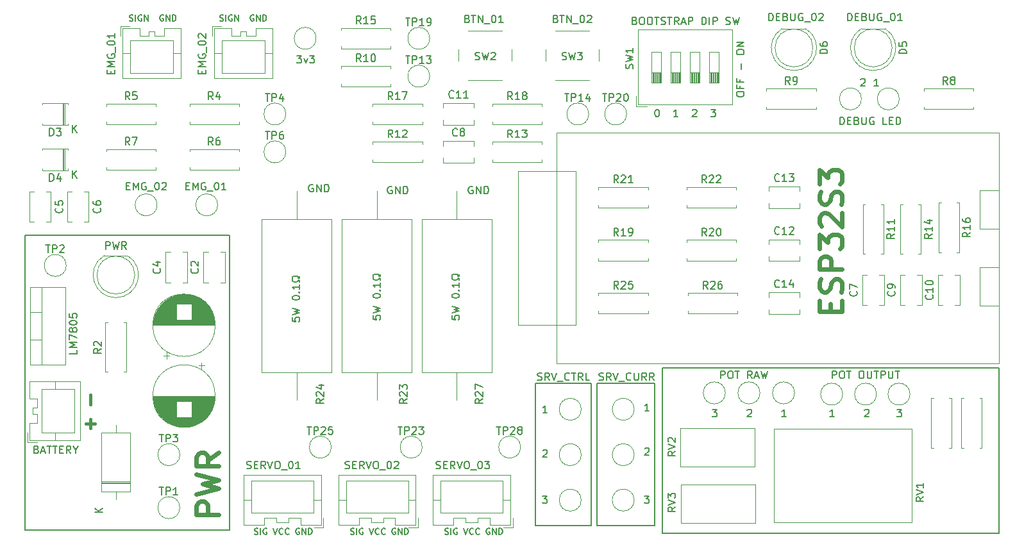
<source format=gbr>
%TF.GenerationSoftware,KiCad,Pcbnew,7.0.7*%
%TF.CreationDate,2023-10-27T23:14:04+02:00*%
%TF.ProjectId,ProstheticHandV2,50726f73-7468-4657-9469-6348616e6456,rev?*%
%TF.SameCoordinates,Original*%
%TF.FileFunction,Legend,Top*%
%TF.FilePolarity,Positive*%
%FSLAX46Y46*%
G04 Gerber Fmt 4.6, Leading zero omitted, Abs format (unit mm)*
G04 Created by KiCad (PCBNEW 7.0.7) date 2023-10-27 23:14:04*
%MOMM*%
%LPD*%
G01*
G04 APERTURE LIST*
%ADD10C,0.150000*%
%ADD11C,0.200000*%
%ADD12C,0.600000*%
%ADD13C,0.400000*%
%ADD14C,0.120000*%
%ADD15C,0.100000*%
G04 APERTURE END LIST*
D10*
X185166000Y-97536000D02*
X229616000Y-97536000D01*
X229616000Y-119380000D01*
X185166000Y-119380000D01*
X185166000Y-97536000D01*
X168402000Y-99568000D02*
X175768000Y-99568000D01*
X175768000Y-118364000D01*
X168402000Y-118364000D01*
X168402000Y-99568000D01*
X176530000Y-99568000D02*
X184150000Y-99568000D01*
X184150000Y-118364000D01*
X176530000Y-118364000D01*
X176530000Y-99568000D01*
X101000000Y-80000000D02*
X128000000Y-80000000D01*
X128000000Y-119000000D01*
X101000000Y-119000000D01*
X101000000Y-80000000D01*
X192868779Y-98929819D02*
X192868779Y-97929819D01*
X192868779Y-97929819D02*
X193249731Y-97929819D01*
X193249731Y-97929819D02*
X193344969Y-97977438D01*
X193344969Y-97977438D02*
X193392588Y-98025057D01*
X193392588Y-98025057D02*
X193440207Y-98120295D01*
X193440207Y-98120295D02*
X193440207Y-98263152D01*
X193440207Y-98263152D02*
X193392588Y-98358390D01*
X193392588Y-98358390D02*
X193344969Y-98406009D01*
X193344969Y-98406009D02*
X193249731Y-98453628D01*
X193249731Y-98453628D02*
X192868779Y-98453628D01*
X194059255Y-97929819D02*
X194249731Y-97929819D01*
X194249731Y-97929819D02*
X194344969Y-97977438D01*
X194344969Y-97977438D02*
X194440207Y-98072676D01*
X194440207Y-98072676D02*
X194487826Y-98263152D01*
X194487826Y-98263152D02*
X194487826Y-98596485D01*
X194487826Y-98596485D02*
X194440207Y-98786961D01*
X194440207Y-98786961D02*
X194344969Y-98882200D01*
X194344969Y-98882200D02*
X194249731Y-98929819D01*
X194249731Y-98929819D02*
X194059255Y-98929819D01*
X194059255Y-98929819D02*
X193964017Y-98882200D01*
X193964017Y-98882200D02*
X193868779Y-98786961D01*
X193868779Y-98786961D02*
X193821160Y-98596485D01*
X193821160Y-98596485D02*
X193821160Y-98263152D01*
X193821160Y-98263152D02*
X193868779Y-98072676D01*
X193868779Y-98072676D02*
X193964017Y-97977438D01*
X193964017Y-97977438D02*
X194059255Y-97929819D01*
X194773541Y-97929819D02*
X195344969Y-97929819D01*
X195059255Y-98929819D02*
X195059255Y-97929819D01*
X197011636Y-98929819D02*
X196678303Y-98453628D01*
X196440208Y-98929819D02*
X196440208Y-97929819D01*
X196440208Y-97929819D02*
X196821160Y-97929819D01*
X196821160Y-97929819D02*
X196916398Y-97977438D01*
X196916398Y-97977438D02*
X196964017Y-98025057D01*
X196964017Y-98025057D02*
X197011636Y-98120295D01*
X197011636Y-98120295D02*
X197011636Y-98263152D01*
X197011636Y-98263152D02*
X196964017Y-98358390D01*
X196964017Y-98358390D02*
X196916398Y-98406009D01*
X196916398Y-98406009D02*
X196821160Y-98453628D01*
X196821160Y-98453628D02*
X196440208Y-98453628D01*
X197392589Y-98644104D02*
X197868779Y-98644104D01*
X197297351Y-98929819D02*
X197630684Y-97929819D01*
X197630684Y-97929819D02*
X197964017Y-98929819D01*
X198202113Y-97929819D02*
X198440208Y-98929819D01*
X198440208Y-98929819D02*
X198630684Y-98215533D01*
X198630684Y-98215533D02*
X198821160Y-98929819D01*
X198821160Y-98929819D02*
X199059256Y-97929819D01*
D11*
X169386286Y-108436457D02*
X169433905Y-108388838D01*
X169433905Y-108388838D02*
X169529143Y-108341219D01*
X169529143Y-108341219D02*
X169767238Y-108341219D01*
X169767238Y-108341219D02*
X169862476Y-108388838D01*
X169862476Y-108388838D02*
X169910095Y-108436457D01*
X169910095Y-108436457D02*
X169957714Y-108531695D01*
X169957714Y-108531695D02*
X169957714Y-108626933D01*
X169957714Y-108626933D02*
X169910095Y-108769790D01*
X169910095Y-108769790D02*
X169338667Y-109341219D01*
X169338667Y-109341219D02*
X169957714Y-109341219D01*
D10*
X112346009Y-58663220D02*
X112346009Y-58329887D01*
X112869819Y-58187030D02*
X112869819Y-58663220D01*
X112869819Y-58663220D02*
X111869819Y-58663220D01*
X111869819Y-58663220D02*
X111869819Y-58187030D01*
X112869819Y-57758458D02*
X111869819Y-57758458D01*
X111869819Y-57758458D02*
X112584104Y-57425125D01*
X112584104Y-57425125D02*
X111869819Y-57091792D01*
X111869819Y-57091792D02*
X112869819Y-57091792D01*
X111917438Y-56091792D02*
X111869819Y-56187030D01*
X111869819Y-56187030D02*
X111869819Y-56329887D01*
X111869819Y-56329887D02*
X111917438Y-56472744D01*
X111917438Y-56472744D02*
X112012676Y-56567982D01*
X112012676Y-56567982D02*
X112107914Y-56615601D01*
X112107914Y-56615601D02*
X112298390Y-56663220D01*
X112298390Y-56663220D02*
X112441247Y-56663220D01*
X112441247Y-56663220D02*
X112631723Y-56615601D01*
X112631723Y-56615601D02*
X112726961Y-56567982D01*
X112726961Y-56567982D02*
X112822200Y-56472744D01*
X112822200Y-56472744D02*
X112869819Y-56329887D01*
X112869819Y-56329887D02*
X112869819Y-56234649D01*
X112869819Y-56234649D02*
X112822200Y-56091792D01*
X112822200Y-56091792D02*
X112774580Y-56044173D01*
X112774580Y-56044173D02*
X112441247Y-56044173D01*
X112441247Y-56044173D02*
X112441247Y-56234649D01*
X112965057Y-55853697D02*
X112965057Y-55091792D01*
X111869819Y-54663220D02*
X111869819Y-54567982D01*
X111869819Y-54567982D02*
X111917438Y-54472744D01*
X111917438Y-54472744D02*
X111965057Y-54425125D01*
X111965057Y-54425125D02*
X112060295Y-54377506D01*
X112060295Y-54377506D02*
X112250771Y-54329887D01*
X112250771Y-54329887D02*
X112488866Y-54329887D01*
X112488866Y-54329887D02*
X112679342Y-54377506D01*
X112679342Y-54377506D02*
X112774580Y-54425125D01*
X112774580Y-54425125D02*
X112822200Y-54472744D01*
X112822200Y-54472744D02*
X112869819Y-54567982D01*
X112869819Y-54567982D02*
X112869819Y-54663220D01*
X112869819Y-54663220D02*
X112822200Y-54758458D01*
X112822200Y-54758458D02*
X112774580Y-54806077D01*
X112774580Y-54806077D02*
X112679342Y-54853696D01*
X112679342Y-54853696D02*
X112488866Y-54901315D01*
X112488866Y-54901315D02*
X112250771Y-54901315D01*
X112250771Y-54901315D02*
X112060295Y-54853696D01*
X112060295Y-54853696D02*
X111965057Y-54806077D01*
X111965057Y-54806077D02*
X111917438Y-54758458D01*
X111917438Y-54758458D02*
X111869819Y-54663220D01*
X112869819Y-53377506D02*
X112869819Y-53948934D01*
X112869819Y-53663220D02*
X111869819Y-53663220D01*
X111869819Y-53663220D02*
X112012676Y-53758458D01*
X112012676Y-53758458D02*
X112107914Y-53853696D01*
X112107914Y-53853696D02*
X112155533Y-53948934D01*
X131315064Y-119490200D02*
X131429350Y-119528295D01*
X131429350Y-119528295D02*
X131619826Y-119528295D01*
X131619826Y-119528295D02*
X131696017Y-119490200D01*
X131696017Y-119490200D02*
X131734112Y-119452104D01*
X131734112Y-119452104D02*
X131772207Y-119375914D01*
X131772207Y-119375914D02*
X131772207Y-119299723D01*
X131772207Y-119299723D02*
X131734112Y-119223533D01*
X131734112Y-119223533D02*
X131696017Y-119185438D01*
X131696017Y-119185438D02*
X131619826Y-119147342D01*
X131619826Y-119147342D02*
X131467445Y-119109247D01*
X131467445Y-119109247D02*
X131391255Y-119071152D01*
X131391255Y-119071152D02*
X131353160Y-119033057D01*
X131353160Y-119033057D02*
X131315064Y-118956866D01*
X131315064Y-118956866D02*
X131315064Y-118880676D01*
X131315064Y-118880676D02*
X131353160Y-118804485D01*
X131353160Y-118804485D02*
X131391255Y-118766390D01*
X131391255Y-118766390D02*
X131467445Y-118728295D01*
X131467445Y-118728295D02*
X131657922Y-118728295D01*
X131657922Y-118728295D02*
X131772207Y-118766390D01*
X132115065Y-119528295D02*
X132115065Y-118728295D01*
X132915064Y-118766390D02*
X132838874Y-118728295D01*
X132838874Y-118728295D02*
X132724588Y-118728295D01*
X132724588Y-118728295D02*
X132610302Y-118766390D01*
X132610302Y-118766390D02*
X132534112Y-118842580D01*
X132534112Y-118842580D02*
X132496017Y-118918771D01*
X132496017Y-118918771D02*
X132457921Y-119071152D01*
X132457921Y-119071152D02*
X132457921Y-119185438D01*
X132457921Y-119185438D02*
X132496017Y-119337819D01*
X132496017Y-119337819D02*
X132534112Y-119414009D01*
X132534112Y-119414009D02*
X132610302Y-119490200D01*
X132610302Y-119490200D02*
X132724588Y-119528295D01*
X132724588Y-119528295D02*
X132800779Y-119528295D01*
X132800779Y-119528295D02*
X132915064Y-119490200D01*
X132915064Y-119490200D02*
X132953160Y-119452104D01*
X132953160Y-119452104D02*
X132953160Y-119185438D01*
X132953160Y-119185438D02*
X132800779Y-119185438D01*
X133791255Y-118728295D02*
X134057922Y-119528295D01*
X134057922Y-119528295D02*
X134324588Y-118728295D01*
X135048398Y-119452104D02*
X135010302Y-119490200D01*
X135010302Y-119490200D02*
X134896017Y-119528295D01*
X134896017Y-119528295D02*
X134819826Y-119528295D01*
X134819826Y-119528295D02*
X134705540Y-119490200D01*
X134705540Y-119490200D02*
X134629350Y-119414009D01*
X134629350Y-119414009D02*
X134591255Y-119337819D01*
X134591255Y-119337819D02*
X134553159Y-119185438D01*
X134553159Y-119185438D02*
X134553159Y-119071152D01*
X134553159Y-119071152D02*
X134591255Y-118918771D01*
X134591255Y-118918771D02*
X134629350Y-118842580D01*
X134629350Y-118842580D02*
X134705540Y-118766390D01*
X134705540Y-118766390D02*
X134819826Y-118728295D01*
X134819826Y-118728295D02*
X134896017Y-118728295D01*
X134896017Y-118728295D02*
X135010302Y-118766390D01*
X135010302Y-118766390D02*
X135048398Y-118804485D01*
X135848398Y-119452104D02*
X135810302Y-119490200D01*
X135810302Y-119490200D02*
X135696017Y-119528295D01*
X135696017Y-119528295D02*
X135619826Y-119528295D01*
X135619826Y-119528295D02*
X135505540Y-119490200D01*
X135505540Y-119490200D02*
X135429350Y-119414009D01*
X135429350Y-119414009D02*
X135391255Y-119337819D01*
X135391255Y-119337819D02*
X135353159Y-119185438D01*
X135353159Y-119185438D02*
X135353159Y-119071152D01*
X135353159Y-119071152D02*
X135391255Y-118918771D01*
X135391255Y-118918771D02*
X135429350Y-118842580D01*
X135429350Y-118842580D02*
X135505540Y-118766390D01*
X135505540Y-118766390D02*
X135619826Y-118728295D01*
X135619826Y-118728295D02*
X135696017Y-118728295D01*
X135696017Y-118728295D02*
X135810302Y-118766390D01*
X135810302Y-118766390D02*
X135848398Y-118804485D01*
X137219826Y-118766390D02*
X137143636Y-118728295D01*
X137143636Y-118728295D02*
X137029350Y-118728295D01*
X137029350Y-118728295D02*
X136915064Y-118766390D01*
X136915064Y-118766390D02*
X136838874Y-118842580D01*
X136838874Y-118842580D02*
X136800779Y-118918771D01*
X136800779Y-118918771D02*
X136762683Y-119071152D01*
X136762683Y-119071152D02*
X136762683Y-119185438D01*
X136762683Y-119185438D02*
X136800779Y-119337819D01*
X136800779Y-119337819D02*
X136838874Y-119414009D01*
X136838874Y-119414009D02*
X136915064Y-119490200D01*
X136915064Y-119490200D02*
X137029350Y-119528295D01*
X137029350Y-119528295D02*
X137105541Y-119528295D01*
X137105541Y-119528295D02*
X137219826Y-119490200D01*
X137219826Y-119490200D02*
X137257922Y-119452104D01*
X137257922Y-119452104D02*
X137257922Y-119185438D01*
X137257922Y-119185438D02*
X137105541Y-119185438D01*
X137600779Y-119528295D02*
X137600779Y-118728295D01*
X137600779Y-118728295D02*
X138057922Y-119528295D01*
X138057922Y-119528295D02*
X138057922Y-118728295D01*
X138438874Y-119528295D02*
X138438874Y-118728295D01*
X138438874Y-118728295D02*
X138629350Y-118728295D01*
X138629350Y-118728295D02*
X138743636Y-118766390D01*
X138743636Y-118766390D02*
X138819826Y-118842580D01*
X138819826Y-118842580D02*
X138857921Y-118918771D01*
X138857921Y-118918771D02*
X138896017Y-119071152D01*
X138896017Y-119071152D02*
X138896017Y-119185438D01*
X138896017Y-119185438D02*
X138857921Y-119337819D01*
X138857921Y-119337819D02*
X138819826Y-119414009D01*
X138819826Y-119414009D02*
X138743636Y-119490200D01*
X138743636Y-119490200D02*
X138629350Y-119528295D01*
X138629350Y-119528295D02*
X138438874Y-119528295D01*
X143289160Y-110822200D02*
X143432017Y-110869819D01*
X143432017Y-110869819D02*
X143670112Y-110869819D01*
X143670112Y-110869819D02*
X143765350Y-110822200D01*
X143765350Y-110822200D02*
X143812969Y-110774580D01*
X143812969Y-110774580D02*
X143860588Y-110679342D01*
X143860588Y-110679342D02*
X143860588Y-110584104D01*
X143860588Y-110584104D02*
X143812969Y-110488866D01*
X143812969Y-110488866D02*
X143765350Y-110441247D01*
X143765350Y-110441247D02*
X143670112Y-110393628D01*
X143670112Y-110393628D02*
X143479636Y-110346009D01*
X143479636Y-110346009D02*
X143384398Y-110298390D01*
X143384398Y-110298390D02*
X143336779Y-110250771D01*
X143336779Y-110250771D02*
X143289160Y-110155533D01*
X143289160Y-110155533D02*
X143289160Y-110060295D01*
X143289160Y-110060295D02*
X143336779Y-109965057D01*
X143336779Y-109965057D02*
X143384398Y-109917438D01*
X143384398Y-109917438D02*
X143479636Y-109869819D01*
X143479636Y-109869819D02*
X143717731Y-109869819D01*
X143717731Y-109869819D02*
X143860588Y-109917438D01*
X144289160Y-110346009D02*
X144622493Y-110346009D01*
X144765350Y-110869819D02*
X144289160Y-110869819D01*
X144289160Y-110869819D02*
X144289160Y-109869819D01*
X144289160Y-109869819D02*
X144765350Y-109869819D01*
X145765350Y-110869819D02*
X145432017Y-110393628D01*
X145193922Y-110869819D02*
X145193922Y-109869819D01*
X145193922Y-109869819D02*
X145574874Y-109869819D01*
X145574874Y-109869819D02*
X145670112Y-109917438D01*
X145670112Y-109917438D02*
X145717731Y-109965057D01*
X145717731Y-109965057D02*
X145765350Y-110060295D01*
X145765350Y-110060295D02*
X145765350Y-110203152D01*
X145765350Y-110203152D02*
X145717731Y-110298390D01*
X145717731Y-110298390D02*
X145670112Y-110346009D01*
X145670112Y-110346009D02*
X145574874Y-110393628D01*
X145574874Y-110393628D02*
X145193922Y-110393628D01*
X146051065Y-109869819D02*
X146384398Y-110869819D01*
X146384398Y-110869819D02*
X146717731Y-109869819D01*
X147241541Y-109869819D02*
X147432017Y-109869819D01*
X147432017Y-109869819D02*
X147527255Y-109917438D01*
X147527255Y-109917438D02*
X147622493Y-110012676D01*
X147622493Y-110012676D02*
X147670112Y-110203152D01*
X147670112Y-110203152D02*
X147670112Y-110536485D01*
X147670112Y-110536485D02*
X147622493Y-110726961D01*
X147622493Y-110726961D02*
X147527255Y-110822200D01*
X147527255Y-110822200D02*
X147432017Y-110869819D01*
X147432017Y-110869819D02*
X147241541Y-110869819D01*
X147241541Y-110869819D02*
X147146303Y-110822200D01*
X147146303Y-110822200D02*
X147051065Y-110726961D01*
X147051065Y-110726961D02*
X147003446Y-110536485D01*
X147003446Y-110536485D02*
X147003446Y-110203152D01*
X147003446Y-110203152D02*
X147051065Y-110012676D01*
X147051065Y-110012676D02*
X147146303Y-109917438D01*
X147146303Y-109917438D02*
X147241541Y-109869819D01*
X147860589Y-110965057D02*
X148622493Y-110965057D01*
X149051065Y-109869819D02*
X149146303Y-109869819D01*
X149146303Y-109869819D02*
X149241541Y-109917438D01*
X149241541Y-109917438D02*
X149289160Y-109965057D01*
X149289160Y-109965057D02*
X149336779Y-110060295D01*
X149336779Y-110060295D02*
X149384398Y-110250771D01*
X149384398Y-110250771D02*
X149384398Y-110488866D01*
X149384398Y-110488866D02*
X149336779Y-110679342D01*
X149336779Y-110679342D02*
X149289160Y-110774580D01*
X149289160Y-110774580D02*
X149241541Y-110822200D01*
X149241541Y-110822200D02*
X149146303Y-110869819D01*
X149146303Y-110869819D02*
X149051065Y-110869819D01*
X149051065Y-110869819D02*
X148955827Y-110822200D01*
X148955827Y-110822200D02*
X148908208Y-110774580D01*
X148908208Y-110774580D02*
X148860589Y-110679342D01*
X148860589Y-110679342D02*
X148812970Y-110488866D01*
X148812970Y-110488866D02*
X148812970Y-110250771D01*
X148812970Y-110250771D02*
X148860589Y-110060295D01*
X148860589Y-110060295D02*
X148908208Y-109965057D01*
X148908208Y-109965057D02*
X148955827Y-109917438D01*
X148955827Y-109917438D02*
X149051065Y-109869819D01*
X149765351Y-109965057D02*
X149812970Y-109917438D01*
X149812970Y-109917438D02*
X149908208Y-109869819D01*
X149908208Y-109869819D02*
X150146303Y-109869819D01*
X150146303Y-109869819D02*
X150241541Y-109917438D01*
X150241541Y-109917438D02*
X150289160Y-109965057D01*
X150289160Y-109965057D02*
X150336779Y-110060295D01*
X150336779Y-110060295D02*
X150336779Y-110155533D01*
X150336779Y-110155533D02*
X150289160Y-110298390D01*
X150289160Y-110298390D02*
X149717732Y-110869819D01*
X149717732Y-110869819D02*
X150336779Y-110869819D01*
D11*
X182800667Y-114437219D02*
X183419714Y-114437219D01*
X183419714Y-114437219D02*
X183086381Y-114818171D01*
X183086381Y-114818171D02*
X183229238Y-114818171D01*
X183229238Y-114818171D02*
X183324476Y-114865790D01*
X183324476Y-114865790D02*
X183372095Y-114913409D01*
X183372095Y-114913409D02*
X183419714Y-115008647D01*
X183419714Y-115008647D02*
X183419714Y-115246742D01*
X183419714Y-115246742D02*
X183372095Y-115341980D01*
X183372095Y-115341980D02*
X183324476Y-115389600D01*
X183324476Y-115389600D02*
X183229238Y-115437219D01*
X183229238Y-115437219D02*
X182943524Y-115437219D01*
X182943524Y-115437219D02*
X182848286Y-115389600D01*
X182848286Y-115389600D02*
X182800667Y-115341980D01*
D10*
X211871160Y-103105057D02*
X211918779Y-103057438D01*
X211918779Y-103057438D02*
X212014017Y-103009819D01*
X212014017Y-103009819D02*
X212252112Y-103009819D01*
X212252112Y-103009819D02*
X212347350Y-103057438D01*
X212347350Y-103057438D02*
X212394969Y-103105057D01*
X212394969Y-103105057D02*
X212442588Y-103200295D01*
X212442588Y-103200295D02*
X212442588Y-103295533D01*
X212442588Y-103295533D02*
X212394969Y-103438390D01*
X212394969Y-103438390D02*
X211823541Y-104009819D01*
X211823541Y-104009819D02*
X212442588Y-104009819D01*
X194957819Y-61448744D02*
X194957819Y-61258268D01*
X194957819Y-61258268D02*
X195005438Y-61163030D01*
X195005438Y-61163030D02*
X195100676Y-61067792D01*
X195100676Y-61067792D02*
X195291152Y-61020173D01*
X195291152Y-61020173D02*
X195624485Y-61020173D01*
X195624485Y-61020173D02*
X195814961Y-61067792D01*
X195814961Y-61067792D02*
X195910200Y-61163030D01*
X195910200Y-61163030D02*
X195957819Y-61258268D01*
X195957819Y-61258268D02*
X195957819Y-61448744D01*
X195957819Y-61448744D02*
X195910200Y-61543982D01*
X195910200Y-61543982D02*
X195814961Y-61639220D01*
X195814961Y-61639220D02*
X195624485Y-61686839D01*
X195624485Y-61686839D02*
X195291152Y-61686839D01*
X195291152Y-61686839D02*
X195100676Y-61639220D01*
X195100676Y-61639220D02*
X195005438Y-61543982D01*
X195005438Y-61543982D02*
X194957819Y-61448744D01*
X195434009Y-60258268D02*
X195434009Y-60591601D01*
X195957819Y-60591601D02*
X194957819Y-60591601D01*
X194957819Y-60591601D02*
X194957819Y-60115411D01*
X195434009Y-59401125D02*
X195434009Y-59734458D01*
X195957819Y-59734458D02*
X194957819Y-59734458D01*
X194957819Y-59734458D02*
X194957819Y-59258268D01*
X195576866Y-58115410D02*
X195576866Y-57353506D01*
X194957819Y-55924934D02*
X194957819Y-55734458D01*
X194957819Y-55734458D02*
X195005438Y-55639220D01*
X195005438Y-55639220D02*
X195100676Y-55543982D01*
X195100676Y-55543982D02*
X195291152Y-55496363D01*
X195291152Y-55496363D02*
X195624485Y-55496363D01*
X195624485Y-55496363D02*
X195814961Y-55543982D01*
X195814961Y-55543982D02*
X195910200Y-55639220D01*
X195910200Y-55639220D02*
X195957819Y-55734458D01*
X195957819Y-55734458D02*
X195957819Y-55924934D01*
X195957819Y-55924934D02*
X195910200Y-56020172D01*
X195910200Y-56020172D02*
X195814961Y-56115410D01*
X195814961Y-56115410D02*
X195624485Y-56163029D01*
X195624485Y-56163029D02*
X195291152Y-56163029D01*
X195291152Y-56163029D02*
X195100676Y-56115410D01*
X195100676Y-56115410D02*
X195005438Y-56020172D01*
X195005438Y-56020172D02*
X194957819Y-55924934D01*
X195957819Y-55067791D02*
X194957819Y-55067791D01*
X194957819Y-55067791D02*
X195957819Y-54496363D01*
X195957819Y-54496363D02*
X194957819Y-54496363D01*
X216141541Y-103009819D02*
X216760588Y-103009819D01*
X216760588Y-103009819D02*
X216427255Y-103390771D01*
X216427255Y-103390771D02*
X216570112Y-103390771D01*
X216570112Y-103390771D02*
X216665350Y-103438390D01*
X216665350Y-103438390D02*
X216712969Y-103486009D01*
X216712969Y-103486009D02*
X216760588Y-103581247D01*
X216760588Y-103581247D02*
X216760588Y-103819342D01*
X216760588Y-103819342D02*
X216712969Y-103914580D01*
X216712969Y-103914580D02*
X216665350Y-103962200D01*
X216665350Y-103962200D02*
X216570112Y-104009819D01*
X216570112Y-104009819D02*
X216284398Y-104009819D01*
X216284398Y-104009819D02*
X216189160Y-103962200D01*
X216189160Y-103962200D02*
X216141541Y-103914580D01*
X146951819Y-90627030D02*
X146951819Y-91103220D01*
X146951819Y-91103220D02*
X147428009Y-91150839D01*
X147428009Y-91150839D02*
X147380390Y-91103220D01*
X147380390Y-91103220D02*
X147332771Y-91007982D01*
X147332771Y-91007982D02*
X147332771Y-90769887D01*
X147332771Y-90769887D02*
X147380390Y-90674649D01*
X147380390Y-90674649D02*
X147428009Y-90627030D01*
X147428009Y-90627030D02*
X147523247Y-90579411D01*
X147523247Y-90579411D02*
X147761342Y-90579411D01*
X147761342Y-90579411D02*
X147856580Y-90627030D01*
X147856580Y-90627030D02*
X147904200Y-90674649D01*
X147904200Y-90674649D02*
X147951819Y-90769887D01*
X147951819Y-90769887D02*
X147951819Y-91007982D01*
X147951819Y-91007982D02*
X147904200Y-91103220D01*
X147904200Y-91103220D02*
X147856580Y-91150839D01*
X146951819Y-90246077D02*
X147951819Y-90007982D01*
X147951819Y-90007982D02*
X147237533Y-89817506D01*
X147237533Y-89817506D02*
X147951819Y-89627030D01*
X147951819Y-89627030D02*
X146951819Y-89388935D01*
X146951819Y-88055601D02*
X146951819Y-87960363D01*
X146951819Y-87960363D02*
X146999438Y-87865125D01*
X146999438Y-87865125D02*
X147047057Y-87817506D01*
X147047057Y-87817506D02*
X147142295Y-87769887D01*
X147142295Y-87769887D02*
X147332771Y-87722268D01*
X147332771Y-87722268D02*
X147570866Y-87722268D01*
X147570866Y-87722268D02*
X147761342Y-87769887D01*
X147761342Y-87769887D02*
X147856580Y-87817506D01*
X147856580Y-87817506D02*
X147904200Y-87865125D01*
X147904200Y-87865125D02*
X147951819Y-87960363D01*
X147951819Y-87960363D02*
X147951819Y-88055601D01*
X147951819Y-88055601D02*
X147904200Y-88150839D01*
X147904200Y-88150839D02*
X147856580Y-88198458D01*
X147856580Y-88198458D02*
X147761342Y-88246077D01*
X147761342Y-88246077D02*
X147570866Y-88293696D01*
X147570866Y-88293696D02*
X147332771Y-88293696D01*
X147332771Y-88293696D02*
X147142295Y-88246077D01*
X147142295Y-88246077D02*
X147047057Y-88198458D01*
X147047057Y-88198458D02*
X146999438Y-88150839D01*
X146999438Y-88150839D02*
X146951819Y-88055601D01*
X147856580Y-87293696D02*
X147904200Y-87246077D01*
X147904200Y-87246077D02*
X147951819Y-87293696D01*
X147951819Y-87293696D02*
X147904200Y-87341315D01*
X147904200Y-87341315D02*
X147856580Y-87293696D01*
X147856580Y-87293696D02*
X147951819Y-87293696D01*
X147951819Y-86293697D02*
X147951819Y-86865125D01*
X147951819Y-86579411D02*
X146951819Y-86579411D01*
X146951819Y-86579411D02*
X147094676Y-86674649D01*
X147094676Y-86674649D02*
X147189914Y-86769887D01*
X147189914Y-86769887D02*
X147237533Y-86865125D01*
X147951819Y-85912744D02*
X147951819Y-85674649D01*
X147951819Y-85674649D02*
X147761342Y-85674649D01*
X147761342Y-85674649D02*
X147713723Y-85769887D01*
X147713723Y-85769887D02*
X147618485Y-85865125D01*
X147618485Y-85865125D02*
X147475628Y-85912744D01*
X147475628Y-85912744D02*
X147237533Y-85912744D01*
X147237533Y-85912744D02*
X147094676Y-85865125D01*
X147094676Y-85865125D02*
X146999438Y-85769887D01*
X146999438Y-85769887D02*
X146951819Y-85627030D01*
X146951819Y-85627030D02*
X146951819Y-85436554D01*
X146951819Y-85436554D02*
X146999438Y-85293697D01*
X146999438Y-85293697D02*
X147094676Y-85198459D01*
X147094676Y-85198459D02*
X147237533Y-85150840D01*
X147237533Y-85150840D02*
X147475628Y-85150840D01*
X147475628Y-85150840D02*
X147618485Y-85198459D01*
X147618485Y-85198459D02*
X147713723Y-85293697D01*
X147713723Y-85293697D02*
X147761342Y-85388935D01*
X147761342Y-85388935D02*
X147951819Y-85388935D01*
X147951819Y-85388935D02*
X147951819Y-85150840D01*
X209632779Y-51685819D02*
X209632779Y-50685819D01*
X209632779Y-50685819D02*
X209870874Y-50685819D01*
X209870874Y-50685819D02*
X210013731Y-50733438D01*
X210013731Y-50733438D02*
X210108969Y-50828676D01*
X210108969Y-50828676D02*
X210156588Y-50923914D01*
X210156588Y-50923914D02*
X210204207Y-51114390D01*
X210204207Y-51114390D02*
X210204207Y-51257247D01*
X210204207Y-51257247D02*
X210156588Y-51447723D01*
X210156588Y-51447723D02*
X210108969Y-51542961D01*
X210108969Y-51542961D02*
X210013731Y-51638200D01*
X210013731Y-51638200D02*
X209870874Y-51685819D01*
X209870874Y-51685819D02*
X209632779Y-51685819D01*
X210632779Y-51162009D02*
X210966112Y-51162009D01*
X211108969Y-51685819D02*
X210632779Y-51685819D01*
X210632779Y-51685819D02*
X210632779Y-50685819D01*
X210632779Y-50685819D02*
X211108969Y-50685819D01*
X211870874Y-51162009D02*
X212013731Y-51209628D01*
X212013731Y-51209628D02*
X212061350Y-51257247D01*
X212061350Y-51257247D02*
X212108969Y-51352485D01*
X212108969Y-51352485D02*
X212108969Y-51495342D01*
X212108969Y-51495342D02*
X212061350Y-51590580D01*
X212061350Y-51590580D02*
X212013731Y-51638200D01*
X212013731Y-51638200D02*
X211918493Y-51685819D01*
X211918493Y-51685819D02*
X211537541Y-51685819D01*
X211537541Y-51685819D02*
X211537541Y-50685819D01*
X211537541Y-50685819D02*
X211870874Y-50685819D01*
X211870874Y-50685819D02*
X211966112Y-50733438D01*
X211966112Y-50733438D02*
X212013731Y-50781057D01*
X212013731Y-50781057D02*
X212061350Y-50876295D01*
X212061350Y-50876295D02*
X212061350Y-50971533D01*
X212061350Y-50971533D02*
X212013731Y-51066771D01*
X212013731Y-51066771D02*
X211966112Y-51114390D01*
X211966112Y-51114390D02*
X211870874Y-51162009D01*
X211870874Y-51162009D02*
X211537541Y-51162009D01*
X212537541Y-50685819D02*
X212537541Y-51495342D01*
X212537541Y-51495342D02*
X212585160Y-51590580D01*
X212585160Y-51590580D02*
X212632779Y-51638200D01*
X212632779Y-51638200D02*
X212728017Y-51685819D01*
X212728017Y-51685819D02*
X212918493Y-51685819D01*
X212918493Y-51685819D02*
X213013731Y-51638200D01*
X213013731Y-51638200D02*
X213061350Y-51590580D01*
X213061350Y-51590580D02*
X213108969Y-51495342D01*
X213108969Y-51495342D02*
X213108969Y-50685819D01*
X214108969Y-50733438D02*
X214013731Y-50685819D01*
X214013731Y-50685819D02*
X213870874Y-50685819D01*
X213870874Y-50685819D02*
X213728017Y-50733438D01*
X213728017Y-50733438D02*
X213632779Y-50828676D01*
X213632779Y-50828676D02*
X213585160Y-50923914D01*
X213585160Y-50923914D02*
X213537541Y-51114390D01*
X213537541Y-51114390D02*
X213537541Y-51257247D01*
X213537541Y-51257247D02*
X213585160Y-51447723D01*
X213585160Y-51447723D02*
X213632779Y-51542961D01*
X213632779Y-51542961D02*
X213728017Y-51638200D01*
X213728017Y-51638200D02*
X213870874Y-51685819D01*
X213870874Y-51685819D02*
X213966112Y-51685819D01*
X213966112Y-51685819D02*
X214108969Y-51638200D01*
X214108969Y-51638200D02*
X214156588Y-51590580D01*
X214156588Y-51590580D02*
X214156588Y-51257247D01*
X214156588Y-51257247D02*
X213966112Y-51257247D01*
X214347065Y-51781057D02*
X215108969Y-51781057D01*
X215537541Y-50685819D02*
X215632779Y-50685819D01*
X215632779Y-50685819D02*
X215728017Y-50733438D01*
X215728017Y-50733438D02*
X215775636Y-50781057D01*
X215775636Y-50781057D02*
X215823255Y-50876295D01*
X215823255Y-50876295D02*
X215870874Y-51066771D01*
X215870874Y-51066771D02*
X215870874Y-51304866D01*
X215870874Y-51304866D02*
X215823255Y-51495342D01*
X215823255Y-51495342D02*
X215775636Y-51590580D01*
X215775636Y-51590580D02*
X215728017Y-51638200D01*
X215728017Y-51638200D02*
X215632779Y-51685819D01*
X215632779Y-51685819D02*
X215537541Y-51685819D01*
X215537541Y-51685819D02*
X215442303Y-51638200D01*
X215442303Y-51638200D02*
X215394684Y-51590580D01*
X215394684Y-51590580D02*
X215347065Y-51495342D01*
X215347065Y-51495342D02*
X215299446Y-51304866D01*
X215299446Y-51304866D02*
X215299446Y-51066771D01*
X215299446Y-51066771D02*
X215347065Y-50876295D01*
X215347065Y-50876295D02*
X215394684Y-50781057D01*
X215394684Y-50781057D02*
X215442303Y-50733438D01*
X215442303Y-50733438D02*
X215537541Y-50685819D01*
X216823255Y-51685819D02*
X216251827Y-51685819D01*
X216537541Y-51685819D02*
X216537541Y-50685819D01*
X216537541Y-50685819D02*
X216442303Y-50828676D01*
X216442303Y-50828676D02*
X216347065Y-50923914D01*
X216347065Y-50923914D02*
X216251827Y-50971533D01*
X124346009Y-58663220D02*
X124346009Y-58329887D01*
X124869819Y-58187030D02*
X124869819Y-58663220D01*
X124869819Y-58663220D02*
X123869819Y-58663220D01*
X123869819Y-58663220D02*
X123869819Y-58187030D01*
X124869819Y-57758458D02*
X123869819Y-57758458D01*
X123869819Y-57758458D02*
X124584104Y-57425125D01*
X124584104Y-57425125D02*
X123869819Y-57091792D01*
X123869819Y-57091792D02*
X124869819Y-57091792D01*
X123917438Y-56091792D02*
X123869819Y-56187030D01*
X123869819Y-56187030D02*
X123869819Y-56329887D01*
X123869819Y-56329887D02*
X123917438Y-56472744D01*
X123917438Y-56472744D02*
X124012676Y-56567982D01*
X124012676Y-56567982D02*
X124107914Y-56615601D01*
X124107914Y-56615601D02*
X124298390Y-56663220D01*
X124298390Y-56663220D02*
X124441247Y-56663220D01*
X124441247Y-56663220D02*
X124631723Y-56615601D01*
X124631723Y-56615601D02*
X124726961Y-56567982D01*
X124726961Y-56567982D02*
X124822200Y-56472744D01*
X124822200Y-56472744D02*
X124869819Y-56329887D01*
X124869819Y-56329887D02*
X124869819Y-56234649D01*
X124869819Y-56234649D02*
X124822200Y-56091792D01*
X124822200Y-56091792D02*
X124774580Y-56044173D01*
X124774580Y-56044173D02*
X124441247Y-56044173D01*
X124441247Y-56044173D02*
X124441247Y-56234649D01*
X124965057Y-55853697D02*
X124965057Y-55091792D01*
X123869819Y-54663220D02*
X123869819Y-54567982D01*
X123869819Y-54567982D02*
X123917438Y-54472744D01*
X123917438Y-54472744D02*
X123965057Y-54425125D01*
X123965057Y-54425125D02*
X124060295Y-54377506D01*
X124060295Y-54377506D02*
X124250771Y-54329887D01*
X124250771Y-54329887D02*
X124488866Y-54329887D01*
X124488866Y-54329887D02*
X124679342Y-54377506D01*
X124679342Y-54377506D02*
X124774580Y-54425125D01*
X124774580Y-54425125D02*
X124822200Y-54472744D01*
X124822200Y-54472744D02*
X124869819Y-54567982D01*
X124869819Y-54567982D02*
X124869819Y-54663220D01*
X124869819Y-54663220D02*
X124822200Y-54758458D01*
X124822200Y-54758458D02*
X124774580Y-54806077D01*
X124774580Y-54806077D02*
X124679342Y-54853696D01*
X124679342Y-54853696D02*
X124488866Y-54901315D01*
X124488866Y-54901315D02*
X124250771Y-54901315D01*
X124250771Y-54901315D02*
X124060295Y-54853696D01*
X124060295Y-54853696D02*
X123965057Y-54806077D01*
X123965057Y-54806077D02*
X123917438Y-54758458D01*
X123917438Y-54758458D02*
X123869819Y-54663220D01*
X123965057Y-53948934D02*
X123917438Y-53901315D01*
X123917438Y-53901315D02*
X123869819Y-53806077D01*
X123869819Y-53806077D02*
X123869819Y-53567982D01*
X123869819Y-53567982D02*
X123917438Y-53472744D01*
X123917438Y-53472744D02*
X123965057Y-53425125D01*
X123965057Y-53425125D02*
X124060295Y-53377506D01*
X124060295Y-53377506D02*
X124155533Y-53377506D01*
X124155533Y-53377506D02*
X124298390Y-53425125D01*
X124298390Y-53425125D02*
X124869819Y-53996553D01*
X124869819Y-53996553D02*
X124869819Y-53377506D01*
X160118588Y-73593438D02*
X160023350Y-73545819D01*
X160023350Y-73545819D02*
X159880493Y-73545819D01*
X159880493Y-73545819D02*
X159737636Y-73593438D01*
X159737636Y-73593438D02*
X159642398Y-73688676D01*
X159642398Y-73688676D02*
X159594779Y-73783914D01*
X159594779Y-73783914D02*
X159547160Y-73974390D01*
X159547160Y-73974390D02*
X159547160Y-74117247D01*
X159547160Y-74117247D02*
X159594779Y-74307723D01*
X159594779Y-74307723D02*
X159642398Y-74402961D01*
X159642398Y-74402961D02*
X159737636Y-74498200D01*
X159737636Y-74498200D02*
X159880493Y-74545819D01*
X159880493Y-74545819D02*
X159975731Y-74545819D01*
X159975731Y-74545819D02*
X160118588Y-74498200D01*
X160118588Y-74498200D02*
X160166207Y-74450580D01*
X160166207Y-74450580D02*
X160166207Y-74117247D01*
X160166207Y-74117247D02*
X159975731Y-74117247D01*
X160594779Y-74545819D02*
X160594779Y-73545819D01*
X160594779Y-73545819D02*
X161166207Y-74545819D01*
X161166207Y-74545819D02*
X161166207Y-73545819D01*
X161642398Y-74545819D02*
X161642398Y-73545819D01*
X161642398Y-73545819D02*
X161880493Y-73545819D01*
X161880493Y-73545819D02*
X162023350Y-73593438D01*
X162023350Y-73593438D02*
X162118588Y-73688676D01*
X162118588Y-73688676D02*
X162166207Y-73783914D01*
X162166207Y-73783914D02*
X162213826Y-73974390D01*
X162213826Y-73974390D02*
X162213826Y-74117247D01*
X162213826Y-74117247D02*
X162166207Y-74307723D01*
X162166207Y-74307723D02*
X162118588Y-74402961D01*
X162118588Y-74402961D02*
X162023350Y-74498200D01*
X162023350Y-74498200D02*
X161880493Y-74545819D01*
X161880493Y-74545819D02*
X161642398Y-74545819D01*
X111666667Y-81869819D02*
X111666667Y-80869819D01*
X111666667Y-80869819D02*
X112047619Y-80869819D01*
X112047619Y-80869819D02*
X112142857Y-80917438D01*
X112142857Y-80917438D02*
X112190476Y-80965057D01*
X112190476Y-80965057D02*
X112238095Y-81060295D01*
X112238095Y-81060295D02*
X112238095Y-81203152D01*
X112238095Y-81203152D02*
X112190476Y-81298390D01*
X112190476Y-81298390D02*
X112142857Y-81346009D01*
X112142857Y-81346009D02*
X112047619Y-81393628D01*
X112047619Y-81393628D02*
X111666667Y-81393628D01*
X112571429Y-80869819D02*
X112809524Y-81869819D01*
X112809524Y-81869819D02*
X113000000Y-81155533D01*
X113000000Y-81155533D02*
X113190476Y-81869819D01*
X113190476Y-81869819D02*
X113428572Y-80869819D01*
X114380952Y-81869819D02*
X114047619Y-81393628D01*
X113809524Y-81869819D02*
X113809524Y-80869819D01*
X113809524Y-80869819D02*
X114190476Y-80869819D01*
X114190476Y-80869819D02*
X114285714Y-80917438D01*
X114285714Y-80917438D02*
X114333333Y-80965057D01*
X114333333Y-80965057D02*
X114380952Y-81060295D01*
X114380952Y-81060295D02*
X114380952Y-81203152D01*
X114380952Y-81203152D02*
X114333333Y-81298390D01*
X114333333Y-81298390D02*
X114285714Y-81346009D01*
X114285714Y-81346009D02*
X114190476Y-81393628D01*
X114190476Y-81393628D02*
X113809524Y-81393628D01*
X155289160Y-110822200D02*
X155432017Y-110869819D01*
X155432017Y-110869819D02*
X155670112Y-110869819D01*
X155670112Y-110869819D02*
X155765350Y-110822200D01*
X155765350Y-110822200D02*
X155812969Y-110774580D01*
X155812969Y-110774580D02*
X155860588Y-110679342D01*
X155860588Y-110679342D02*
X155860588Y-110584104D01*
X155860588Y-110584104D02*
X155812969Y-110488866D01*
X155812969Y-110488866D02*
X155765350Y-110441247D01*
X155765350Y-110441247D02*
X155670112Y-110393628D01*
X155670112Y-110393628D02*
X155479636Y-110346009D01*
X155479636Y-110346009D02*
X155384398Y-110298390D01*
X155384398Y-110298390D02*
X155336779Y-110250771D01*
X155336779Y-110250771D02*
X155289160Y-110155533D01*
X155289160Y-110155533D02*
X155289160Y-110060295D01*
X155289160Y-110060295D02*
X155336779Y-109965057D01*
X155336779Y-109965057D02*
X155384398Y-109917438D01*
X155384398Y-109917438D02*
X155479636Y-109869819D01*
X155479636Y-109869819D02*
X155717731Y-109869819D01*
X155717731Y-109869819D02*
X155860588Y-109917438D01*
X156289160Y-110346009D02*
X156622493Y-110346009D01*
X156765350Y-110869819D02*
X156289160Y-110869819D01*
X156289160Y-110869819D02*
X156289160Y-109869819D01*
X156289160Y-109869819D02*
X156765350Y-109869819D01*
X157765350Y-110869819D02*
X157432017Y-110393628D01*
X157193922Y-110869819D02*
X157193922Y-109869819D01*
X157193922Y-109869819D02*
X157574874Y-109869819D01*
X157574874Y-109869819D02*
X157670112Y-109917438D01*
X157670112Y-109917438D02*
X157717731Y-109965057D01*
X157717731Y-109965057D02*
X157765350Y-110060295D01*
X157765350Y-110060295D02*
X157765350Y-110203152D01*
X157765350Y-110203152D02*
X157717731Y-110298390D01*
X157717731Y-110298390D02*
X157670112Y-110346009D01*
X157670112Y-110346009D02*
X157574874Y-110393628D01*
X157574874Y-110393628D02*
X157193922Y-110393628D01*
X158051065Y-109869819D02*
X158384398Y-110869819D01*
X158384398Y-110869819D02*
X158717731Y-109869819D01*
X159241541Y-109869819D02*
X159432017Y-109869819D01*
X159432017Y-109869819D02*
X159527255Y-109917438D01*
X159527255Y-109917438D02*
X159622493Y-110012676D01*
X159622493Y-110012676D02*
X159670112Y-110203152D01*
X159670112Y-110203152D02*
X159670112Y-110536485D01*
X159670112Y-110536485D02*
X159622493Y-110726961D01*
X159622493Y-110726961D02*
X159527255Y-110822200D01*
X159527255Y-110822200D02*
X159432017Y-110869819D01*
X159432017Y-110869819D02*
X159241541Y-110869819D01*
X159241541Y-110869819D02*
X159146303Y-110822200D01*
X159146303Y-110822200D02*
X159051065Y-110726961D01*
X159051065Y-110726961D02*
X159003446Y-110536485D01*
X159003446Y-110536485D02*
X159003446Y-110203152D01*
X159003446Y-110203152D02*
X159051065Y-110012676D01*
X159051065Y-110012676D02*
X159146303Y-109917438D01*
X159146303Y-109917438D02*
X159241541Y-109869819D01*
X159860589Y-110965057D02*
X160622493Y-110965057D01*
X161051065Y-109869819D02*
X161146303Y-109869819D01*
X161146303Y-109869819D02*
X161241541Y-109917438D01*
X161241541Y-109917438D02*
X161289160Y-109965057D01*
X161289160Y-109965057D02*
X161336779Y-110060295D01*
X161336779Y-110060295D02*
X161384398Y-110250771D01*
X161384398Y-110250771D02*
X161384398Y-110488866D01*
X161384398Y-110488866D02*
X161336779Y-110679342D01*
X161336779Y-110679342D02*
X161289160Y-110774580D01*
X161289160Y-110774580D02*
X161241541Y-110822200D01*
X161241541Y-110822200D02*
X161146303Y-110869819D01*
X161146303Y-110869819D02*
X161051065Y-110869819D01*
X161051065Y-110869819D02*
X160955827Y-110822200D01*
X160955827Y-110822200D02*
X160908208Y-110774580D01*
X160908208Y-110774580D02*
X160860589Y-110679342D01*
X160860589Y-110679342D02*
X160812970Y-110488866D01*
X160812970Y-110488866D02*
X160812970Y-110250771D01*
X160812970Y-110250771D02*
X160860589Y-110060295D01*
X160860589Y-110060295D02*
X160908208Y-109965057D01*
X160908208Y-109965057D02*
X160955827Y-109917438D01*
X160955827Y-109917438D02*
X161051065Y-109869819D01*
X161717732Y-109869819D02*
X162336779Y-109869819D01*
X162336779Y-109869819D02*
X162003446Y-110250771D01*
X162003446Y-110250771D02*
X162146303Y-110250771D01*
X162146303Y-110250771D02*
X162241541Y-110298390D01*
X162241541Y-110298390D02*
X162289160Y-110346009D01*
X162289160Y-110346009D02*
X162336779Y-110441247D01*
X162336779Y-110441247D02*
X162336779Y-110679342D01*
X162336779Y-110679342D02*
X162289160Y-110774580D01*
X162289160Y-110774580D02*
X162241541Y-110822200D01*
X162241541Y-110822200D02*
X162146303Y-110869819D01*
X162146303Y-110869819D02*
X161860589Y-110869819D01*
X161860589Y-110869819D02*
X161765351Y-110822200D01*
X161765351Y-110822200D02*
X161717732Y-110774580D01*
D11*
X182848286Y-108182457D02*
X182895905Y-108134838D01*
X182895905Y-108134838D02*
X182991143Y-108087219D01*
X182991143Y-108087219D02*
X183229238Y-108087219D01*
X183229238Y-108087219D02*
X183324476Y-108134838D01*
X183324476Y-108134838D02*
X183372095Y-108182457D01*
X183372095Y-108182457D02*
X183419714Y-108277695D01*
X183419714Y-108277695D02*
X183419714Y-108372933D01*
X183419714Y-108372933D02*
X183372095Y-108515790D01*
X183372095Y-108515790D02*
X182800667Y-109087219D01*
X182800667Y-109087219D02*
X183419714Y-109087219D01*
D10*
X130289160Y-110822200D02*
X130432017Y-110869819D01*
X130432017Y-110869819D02*
X130670112Y-110869819D01*
X130670112Y-110869819D02*
X130765350Y-110822200D01*
X130765350Y-110822200D02*
X130812969Y-110774580D01*
X130812969Y-110774580D02*
X130860588Y-110679342D01*
X130860588Y-110679342D02*
X130860588Y-110584104D01*
X130860588Y-110584104D02*
X130812969Y-110488866D01*
X130812969Y-110488866D02*
X130765350Y-110441247D01*
X130765350Y-110441247D02*
X130670112Y-110393628D01*
X130670112Y-110393628D02*
X130479636Y-110346009D01*
X130479636Y-110346009D02*
X130384398Y-110298390D01*
X130384398Y-110298390D02*
X130336779Y-110250771D01*
X130336779Y-110250771D02*
X130289160Y-110155533D01*
X130289160Y-110155533D02*
X130289160Y-110060295D01*
X130289160Y-110060295D02*
X130336779Y-109965057D01*
X130336779Y-109965057D02*
X130384398Y-109917438D01*
X130384398Y-109917438D02*
X130479636Y-109869819D01*
X130479636Y-109869819D02*
X130717731Y-109869819D01*
X130717731Y-109869819D02*
X130860588Y-109917438D01*
X131289160Y-110346009D02*
X131622493Y-110346009D01*
X131765350Y-110869819D02*
X131289160Y-110869819D01*
X131289160Y-110869819D02*
X131289160Y-109869819D01*
X131289160Y-109869819D02*
X131765350Y-109869819D01*
X132765350Y-110869819D02*
X132432017Y-110393628D01*
X132193922Y-110869819D02*
X132193922Y-109869819D01*
X132193922Y-109869819D02*
X132574874Y-109869819D01*
X132574874Y-109869819D02*
X132670112Y-109917438D01*
X132670112Y-109917438D02*
X132717731Y-109965057D01*
X132717731Y-109965057D02*
X132765350Y-110060295D01*
X132765350Y-110060295D02*
X132765350Y-110203152D01*
X132765350Y-110203152D02*
X132717731Y-110298390D01*
X132717731Y-110298390D02*
X132670112Y-110346009D01*
X132670112Y-110346009D02*
X132574874Y-110393628D01*
X132574874Y-110393628D02*
X132193922Y-110393628D01*
X133051065Y-109869819D02*
X133384398Y-110869819D01*
X133384398Y-110869819D02*
X133717731Y-109869819D01*
X134241541Y-109869819D02*
X134432017Y-109869819D01*
X134432017Y-109869819D02*
X134527255Y-109917438D01*
X134527255Y-109917438D02*
X134622493Y-110012676D01*
X134622493Y-110012676D02*
X134670112Y-110203152D01*
X134670112Y-110203152D02*
X134670112Y-110536485D01*
X134670112Y-110536485D02*
X134622493Y-110726961D01*
X134622493Y-110726961D02*
X134527255Y-110822200D01*
X134527255Y-110822200D02*
X134432017Y-110869819D01*
X134432017Y-110869819D02*
X134241541Y-110869819D01*
X134241541Y-110869819D02*
X134146303Y-110822200D01*
X134146303Y-110822200D02*
X134051065Y-110726961D01*
X134051065Y-110726961D02*
X134003446Y-110536485D01*
X134003446Y-110536485D02*
X134003446Y-110203152D01*
X134003446Y-110203152D02*
X134051065Y-110012676D01*
X134051065Y-110012676D02*
X134146303Y-109917438D01*
X134146303Y-109917438D02*
X134241541Y-109869819D01*
X134860589Y-110965057D02*
X135622493Y-110965057D01*
X136051065Y-109869819D02*
X136146303Y-109869819D01*
X136146303Y-109869819D02*
X136241541Y-109917438D01*
X136241541Y-109917438D02*
X136289160Y-109965057D01*
X136289160Y-109965057D02*
X136336779Y-110060295D01*
X136336779Y-110060295D02*
X136384398Y-110250771D01*
X136384398Y-110250771D02*
X136384398Y-110488866D01*
X136384398Y-110488866D02*
X136336779Y-110679342D01*
X136336779Y-110679342D02*
X136289160Y-110774580D01*
X136289160Y-110774580D02*
X136241541Y-110822200D01*
X136241541Y-110822200D02*
X136146303Y-110869819D01*
X136146303Y-110869819D02*
X136051065Y-110869819D01*
X136051065Y-110869819D02*
X135955827Y-110822200D01*
X135955827Y-110822200D02*
X135908208Y-110774580D01*
X135908208Y-110774580D02*
X135860589Y-110679342D01*
X135860589Y-110679342D02*
X135812970Y-110488866D01*
X135812970Y-110488866D02*
X135812970Y-110250771D01*
X135812970Y-110250771D02*
X135860589Y-110060295D01*
X135860589Y-110060295D02*
X135908208Y-109965057D01*
X135908208Y-109965057D02*
X135955827Y-109917438D01*
X135955827Y-109917438D02*
X136051065Y-109869819D01*
X137336779Y-110869819D02*
X136765351Y-110869819D01*
X137051065Y-110869819D02*
X137051065Y-109869819D01*
X137051065Y-109869819D02*
X136955827Y-110012676D01*
X136955827Y-110012676D02*
X136860589Y-110107914D01*
X136860589Y-110107914D02*
X136765351Y-110155533D01*
X181518112Y-51670009D02*
X181660969Y-51717628D01*
X181660969Y-51717628D02*
X181708588Y-51765247D01*
X181708588Y-51765247D02*
X181756207Y-51860485D01*
X181756207Y-51860485D02*
X181756207Y-52003342D01*
X181756207Y-52003342D02*
X181708588Y-52098580D01*
X181708588Y-52098580D02*
X181660969Y-52146200D01*
X181660969Y-52146200D02*
X181565731Y-52193819D01*
X181565731Y-52193819D02*
X181184779Y-52193819D01*
X181184779Y-52193819D02*
X181184779Y-51193819D01*
X181184779Y-51193819D02*
X181518112Y-51193819D01*
X181518112Y-51193819D02*
X181613350Y-51241438D01*
X181613350Y-51241438D02*
X181660969Y-51289057D01*
X181660969Y-51289057D02*
X181708588Y-51384295D01*
X181708588Y-51384295D02*
X181708588Y-51479533D01*
X181708588Y-51479533D02*
X181660969Y-51574771D01*
X181660969Y-51574771D02*
X181613350Y-51622390D01*
X181613350Y-51622390D02*
X181518112Y-51670009D01*
X181518112Y-51670009D02*
X181184779Y-51670009D01*
X182375255Y-51193819D02*
X182565731Y-51193819D01*
X182565731Y-51193819D02*
X182660969Y-51241438D01*
X182660969Y-51241438D02*
X182756207Y-51336676D01*
X182756207Y-51336676D02*
X182803826Y-51527152D01*
X182803826Y-51527152D02*
X182803826Y-51860485D01*
X182803826Y-51860485D02*
X182756207Y-52050961D01*
X182756207Y-52050961D02*
X182660969Y-52146200D01*
X182660969Y-52146200D02*
X182565731Y-52193819D01*
X182565731Y-52193819D02*
X182375255Y-52193819D01*
X182375255Y-52193819D02*
X182280017Y-52146200D01*
X182280017Y-52146200D02*
X182184779Y-52050961D01*
X182184779Y-52050961D02*
X182137160Y-51860485D01*
X182137160Y-51860485D02*
X182137160Y-51527152D01*
X182137160Y-51527152D02*
X182184779Y-51336676D01*
X182184779Y-51336676D02*
X182280017Y-51241438D01*
X182280017Y-51241438D02*
X182375255Y-51193819D01*
X183422874Y-51193819D02*
X183613350Y-51193819D01*
X183613350Y-51193819D02*
X183708588Y-51241438D01*
X183708588Y-51241438D02*
X183803826Y-51336676D01*
X183803826Y-51336676D02*
X183851445Y-51527152D01*
X183851445Y-51527152D02*
X183851445Y-51860485D01*
X183851445Y-51860485D02*
X183803826Y-52050961D01*
X183803826Y-52050961D02*
X183708588Y-52146200D01*
X183708588Y-52146200D02*
X183613350Y-52193819D01*
X183613350Y-52193819D02*
X183422874Y-52193819D01*
X183422874Y-52193819D02*
X183327636Y-52146200D01*
X183327636Y-52146200D02*
X183232398Y-52050961D01*
X183232398Y-52050961D02*
X183184779Y-51860485D01*
X183184779Y-51860485D02*
X183184779Y-51527152D01*
X183184779Y-51527152D02*
X183232398Y-51336676D01*
X183232398Y-51336676D02*
X183327636Y-51241438D01*
X183327636Y-51241438D02*
X183422874Y-51193819D01*
X184137160Y-51193819D02*
X184708588Y-51193819D01*
X184422874Y-52193819D02*
X184422874Y-51193819D01*
X184994303Y-52146200D02*
X185137160Y-52193819D01*
X185137160Y-52193819D02*
X185375255Y-52193819D01*
X185375255Y-52193819D02*
X185470493Y-52146200D01*
X185470493Y-52146200D02*
X185518112Y-52098580D01*
X185518112Y-52098580D02*
X185565731Y-52003342D01*
X185565731Y-52003342D02*
X185565731Y-51908104D01*
X185565731Y-51908104D02*
X185518112Y-51812866D01*
X185518112Y-51812866D02*
X185470493Y-51765247D01*
X185470493Y-51765247D02*
X185375255Y-51717628D01*
X185375255Y-51717628D02*
X185184779Y-51670009D01*
X185184779Y-51670009D02*
X185089541Y-51622390D01*
X185089541Y-51622390D02*
X185041922Y-51574771D01*
X185041922Y-51574771D02*
X184994303Y-51479533D01*
X184994303Y-51479533D02*
X184994303Y-51384295D01*
X184994303Y-51384295D02*
X185041922Y-51289057D01*
X185041922Y-51289057D02*
X185089541Y-51241438D01*
X185089541Y-51241438D02*
X185184779Y-51193819D01*
X185184779Y-51193819D02*
X185422874Y-51193819D01*
X185422874Y-51193819D02*
X185565731Y-51241438D01*
X185851446Y-51193819D02*
X186422874Y-51193819D01*
X186137160Y-52193819D02*
X186137160Y-51193819D01*
X187327636Y-52193819D02*
X186994303Y-51717628D01*
X186756208Y-52193819D02*
X186756208Y-51193819D01*
X186756208Y-51193819D02*
X187137160Y-51193819D01*
X187137160Y-51193819D02*
X187232398Y-51241438D01*
X187232398Y-51241438D02*
X187280017Y-51289057D01*
X187280017Y-51289057D02*
X187327636Y-51384295D01*
X187327636Y-51384295D02*
X187327636Y-51527152D01*
X187327636Y-51527152D02*
X187280017Y-51622390D01*
X187280017Y-51622390D02*
X187232398Y-51670009D01*
X187232398Y-51670009D02*
X187137160Y-51717628D01*
X187137160Y-51717628D02*
X186756208Y-51717628D01*
X187708589Y-51908104D02*
X188184779Y-51908104D01*
X187613351Y-52193819D02*
X187946684Y-51193819D01*
X187946684Y-51193819D02*
X188280017Y-52193819D01*
X188613351Y-52193819D02*
X188613351Y-51193819D01*
X188613351Y-51193819D02*
X188994303Y-51193819D01*
X188994303Y-51193819D02*
X189089541Y-51241438D01*
X189089541Y-51241438D02*
X189137160Y-51289057D01*
X189137160Y-51289057D02*
X189184779Y-51384295D01*
X189184779Y-51384295D02*
X189184779Y-51527152D01*
X189184779Y-51527152D02*
X189137160Y-51622390D01*
X189137160Y-51622390D02*
X189089541Y-51670009D01*
X189089541Y-51670009D02*
X188994303Y-51717628D01*
X188994303Y-51717628D02*
X188613351Y-51717628D01*
X190375256Y-52193819D02*
X190375256Y-51193819D01*
X190375256Y-51193819D02*
X190613351Y-51193819D01*
X190613351Y-51193819D02*
X190756208Y-51241438D01*
X190756208Y-51241438D02*
X190851446Y-51336676D01*
X190851446Y-51336676D02*
X190899065Y-51431914D01*
X190899065Y-51431914D02*
X190946684Y-51622390D01*
X190946684Y-51622390D02*
X190946684Y-51765247D01*
X190946684Y-51765247D02*
X190899065Y-51955723D01*
X190899065Y-51955723D02*
X190851446Y-52050961D01*
X190851446Y-52050961D02*
X190756208Y-52146200D01*
X190756208Y-52146200D02*
X190613351Y-52193819D01*
X190613351Y-52193819D02*
X190375256Y-52193819D01*
X191375256Y-52193819D02*
X191375256Y-51193819D01*
X191851446Y-52193819D02*
X191851446Y-51193819D01*
X191851446Y-51193819D02*
X192232398Y-51193819D01*
X192232398Y-51193819D02*
X192327636Y-51241438D01*
X192327636Y-51241438D02*
X192375255Y-51289057D01*
X192375255Y-51289057D02*
X192422874Y-51384295D01*
X192422874Y-51384295D02*
X192422874Y-51527152D01*
X192422874Y-51527152D02*
X192375255Y-51622390D01*
X192375255Y-51622390D02*
X192327636Y-51670009D01*
X192327636Y-51670009D02*
X192232398Y-51717628D01*
X192232398Y-51717628D02*
X191851446Y-51717628D01*
X193565732Y-52146200D02*
X193708589Y-52193819D01*
X193708589Y-52193819D02*
X193946684Y-52193819D01*
X193946684Y-52193819D02*
X194041922Y-52146200D01*
X194041922Y-52146200D02*
X194089541Y-52098580D01*
X194089541Y-52098580D02*
X194137160Y-52003342D01*
X194137160Y-52003342D02*
X194137160Y-51908104D01*
X194137160Y-51908104D02*
X194089541Y-51812866D01*
X194089541Y-51812866D02*
X194041922Y-51765247D01*
X194041922Y-51765247D02*
X193946684Y-51717628D01*
X193946684Y-51717628D02*
X193756208Y-51670009D01*
X193756208Y-51670009D02*
X193660970Y-51622390D01*
X193660970Y-51622390D02*
X193613351Y-51574771D01*
X193613351Y-51574771D02*
X193565732Y-51479533D01*
X193565732Y-51479533D02*
X193565732Y-51384295D01*
X193565732Y-51384295D02*
X193613351Y-51289057D01*
X193613351Y-51289057D02*
X193660970Y-51241438D01*
X193660970Y-51241438D02*
X193756208Y-51193819D01*
X193756208Y-51193819D02*
X193994303Y-51193819D01*
X193994303Y-51193819D02*
X194137160Y-51241438D01*
X194470494Y-51193819D02*
X194708589Y-52193819D01*
X194708589Y-52193819D02*
X194899065Y-51479533D01*
X194899065Y-51479533D02*
X195089541Y-52193819D01*
X195089541Y-52193819D02*
X195327637Y-51193819D01*
D11*
X169957714Y-103499219D02*
X169386286Y-103499219D01*
X169672000Y-103499219D02*
X169672000Y-102499219D01*
X169672000Y-102499219D02*
X169576762Y-102642076D01*
X169576762Y-102642076D02*
X169481524Y-102737314D01*
X169481524Y-102737314D02*
X169386286Y-102784933D01*
D10*
X122256779Y-73514009D02*
X122590112Y-73514009D01*
X122732969Y-74037819D02*
X122256779Y-74037819D01*
X122256779Y-74037819D02*
X122256779Y-73037819D01*
X122256779Y-73037819D02*
X122732969Y-73037819D01*
X123161541Y-74037819D02*
X123161541Y-73037819D01*
X123161541Y-73037819D02*
X123494874Y-73752104D01*
X123494874Y-73752104D02*
X123828207Y-73037819D01*
X123828207Y-73037819D02*
X123828207Y-74037819D01*
X124828207Y-73085438D02*
X124732969Y-73037819D01*
X124732969Y-73037819D02*
X124590112Y-73037819D01*
X124590112Y-73037819D02*
X124447255Y-73085438D01*
X124447255Y-73085438D02*
X124352017Y-73180676D01*
X124352017Y-73180676D02*
X124304398Y-73275914D01*
X124304398Y-73275914D02*
X124256779Y-73466390D01*
X124256779Y-73466390D02*
X124256779Y-73609247D01*
X124256779Y-73609247D02*
X124304398Y-73799723D01*
X124304398Y-73799723D02*
X124352017Y-73894961D01*
X124352017Y-73894961D02*
X124447255Y-73990200D01*
X124447255Y-73990200D02*
X124590112Y-74037819D01*
X124590112Y-74037819D02*
X124685350Y-74037819D01*
X124685350Y-74037819D02*
X124828207Y-73990200D01*
X124828207Y-73990200D02*
X124875826Y-73942580D01*
X124875826Y-73942580D02*
X124875826Y-73609247D01*
X124875826Y-73609247D02*
X124685350Y-73609247D01*
X125066303Y-74133057D02*
X125828207Y-74133057D01*
X126256779Y-73037819D02*
X126352017Y-73037819D01*
X126352017Y-73037819D02*
X126447255Y-73085438D01*
X126447255Y-73085438D02*
X126494874Y-73133057D01*
X126494874Y-73133057D02*
X126542493Y-73228295D01*
X126542493Y-73228295D02*
X126590112Y-73418771D01*
X126590112Y-73418771D02*
X126590112Y-73656866D01*
X126590112Y-73656866D02*
X126542493Y-73847342D01*
X126542493Y-73847342D02*
X126494874Y-73942580D01*
X126494874Y-73942580D02*
X126447255Y-73990200D01*
X126447255Y-73990200D02*
X126352017Y-74037819D01*
X126352017Y-74037819D02*
X126256779Y-74037819D01*
X126256779Y-74037819D02*
X126161541Y-73990200D01*
X126161541Y-73990200D02*
X126113922Y-73942580D01*
X126113922Y-73942580D02*
X126066303Y-73847342D01*
X126066303Y-73847342D02*
X126018684Y-73656866D01*
X126018684Y-73656866D02*
X126018684Y-73418771D01*
X126018684Y-73418771D02*
X126066303Y-73228295D01*
X126066303Y-73228295D02*
X126113922Y-73133057D01*
X126113922Y-73133057D02*
X126161541Y-73085438D01*
X126161541Y-73085438D02*
X126256779Y-73037819D01*
X127542493Y-74037819D02*
X126971065Y-74037819D01*
X127256779Y-74037819D02*
X127256779Y-73037819D01*
X127256779Y-73037819D02*
X127161541Y-73180676D01*
X127161541Y-73180676D02*
X127066303Y-73275914D01*
X127066303Y-73275914D02*
X126971065Y-73323533D01*
X139036588Y-73339438D02*
X138941350Y-73291819D01*
X138941350Y-73291819D02*
X138798493Y-73291819D01*
X138798493Y-73291819D02*
X138655636Y-73339438D01*
X138655636Y-73339438D02*
X138560398Y-73434676D01*
X138560398Y-73434676D02*
X138512779Y-73529914D01*
X138512779Y-73529914D02*
X138465160Y-73720390D01*
X138465160Y-73720390D02*
X138465160Y-73863247D01*
X138465160Y-73863247D02*
X138512779Y-74053723D01*
X138512779Y-74053723D02*
X138560398Y-74148961D01*
X138560398Y-74148961D02*
X138655636Y-74244200D01*
X138655636Y-74244200D02*
X138798493Y-74291819D01*
X138798493Y-74291819D02*
X138893731Y-74291819D01*
X138893731Y-74291819D02*
X139036588Y-74244200D01*
X139036588Y-74244200D02*
X139084207Y-74196580D01*
X139084207Y-74196580D02*
X139084207Y-73863247D01*
X139084207Y-73863247D02*
X138893731Y-73863247D01*
X139512779Y-74291819D02*
X139512779Y-73291819D01*
X139512779Y-73291819D02*
X140084207Y-74291819D01*
X140084207Y-74291819D02*
X140084207Y-73291819D01*
X140560398Y-74291819D02*
X140560398Y-73291819D01*
X140560398Y-73291819D02*
X140798493Y-73291819D01*
X140798493Y-73291819D02*
X140941350Y-73339438D01*
X140941350Y-73339438D02*
X141036588Y-73434676D01*
X141036588Y-73434676D02*
X141084207Y-73529914D01*
X141084207Y-73529914D02*
X141131826Y-73720390D01*
X141131826Y-73720390D02*
X141131826Y-73863247D01*
X141131826Y-73863247D02*
X141084207Y-74053723D01*
X141084207Y-74053723D02*
X141036588Y-74148961D01*
X141036588Y-74148961D02*
X140941350Y-74244200D01*
X140941350Y-74244200D02*
X140798493Y-74291819D01*
X140798493Y-74291819D02*
X140560398Y-74291819D01*
X184423255Y-63385819D02*
X184518493Y-63385819D01*
X184518493Y-63385819D02*
X184613731Y-63433438D01*
X184613731Y-63433438D02*
X184661350Y-63481057D01*
X184661350Y-63481057D02*
X184708969Y-63576295D01*
X184708969Y-63576295D02*
X184756588Y-63766771D01*
X184756588Y-63766771D02*
X184756588Y-64004866D01*
X184756588Y-64004866D02*
X184708969Y-64195342D01*
X184708969Y-64195342D02*
X184661350Y-64290580D01*
X184661350Y-64290580D02*
X184613731Y-64338200D01*
X184613731Y-64338200D02*
X184518493Y-64385819D01*
X184518493Y-64385819D02*
X184423255Y-64385819D01*
X184423255Y-64385819D02*
X184328017Y-64338200D01*
X184328017Y-64338200D02*
X184280398Y-64290580D01*
X184280398Y-64290580D02*
X184232779Y-64195342D01*
X184232779Y-64195342D02*
X184185160Y-64004866D01*
X184185160Y-64004866D02*
X184185160Y-63766771D01*
X184185160Y-63766771D02*
X184232779Y-63576295D01*
X184232779Y-63576295D02*
X184280398Y-63481057D01*
X184280398Y-63481057D02*
X184328017Y-63433438D01*
X184328017Y-63433438D02*
X184423255Y-63385819D01*
X187232779Y-64385819D02*
X186661351Y-64385819D01*
X186947065Y-64385819D02*
X186947065Y-63385819D01*
X186947065Y-63385819D02*
X186851827Y-63528676D01*
X186851827Y-63528676D02*
X186756589Y-63623914D01*
X186756589Y-63623914D02*
X186661351Y-63671533D01*
X189137542Y-63481057D02*
X189185161Y-63433438D01*
X189185161Y-63433438D02*
X189280399Y-63385819D01*
X189280399Y-63385819D02*
X189518494Y-63385819D01*
X189518494Y-63385819D02*
X189613732Y-63433438D01*
X189613732Y-63433438D02*
X189661351Y-63481057D01*
X189661351Y-63481057D02*
X189708970Y-63576295D01*
X189708970Y-63576295D02*
X189708970Y-63671533D01*
X189708970Y-63671533D02*
X189661351Y-63814390D01*
X189661351Y-63814390D02*
X189089923Y-64385819D01*
X189089923Y-64385819D02*
X189708970Y-64385819D01*
X191566114Y-63385819D02*
X192185161Y-63385819D01*
X192185161Y-63385819D02*
X191851828Y-63766771D01*
X191851828Y-63766771D02*
X191994685Y-63766771D01*
X191994685Y-63766771D02*
X192089923Y-63814390D01*
X192089923Y-63814390D02*
X192137542Y-63862009D01*
X192137542Y-63862009D02*
X192185161Y-63957247D01*
X192185161Y-63957247D02*
X192185161Y-64195342D01*
X192185161Y-64195342D02*
X192137542Y-64290580D01*
X192137542Y-64290580D02*
X192089923Y-64338200D01*
X192089923Y-64338200D02*
X191994685Y-64385819D01*
X191994685Y-64385819D02*
X191708971Y-64385819D01*
X191708971Y-64385819D02*
X191613733Y-64338200D01*
X191613733Y-64338200D02*
X191566114Y-64290580D01*
X102524112Y-108312009D02*
X102666969Y-108359628D01*
X102666969Y-108359628D02*
X102714588Y-108407247D01*
X102714588Y-108407247D02*
X102762207Y-108502485D01*
X102762207Y-108502485D02*
X102762207Y-108645342D01*
X102762207Y-108645342D02*
X102714588Y-108740580D01*
X102714588Y-108740580D02*
X102666969Y-108788200D01*
X102666969Y-108788200D02*
X102571731Y-108835819D01*
X102571731Y-108835819D02*
X102190779Y-108835819D01*
X102190779Y-108835819D02*
X102190779Y-107835819D01*
X102190779Y-107835819D02*
X102524112Y-107835819D01*
X102524112Y-107835819D02*
X102619350Y-107883438D01*
X102619350Y-107883438D02*
X102666969Y-107931057D01*
X102666969Y-107931057D02*
X102714588Y-108026295D01*
X102714588Y-108026295D02*
X102714588Y-108121533D01*
X102714588Y-108121533D02*
X102666969Y-108216771D01*
X102666969Y-108216771D02*
X102619350Y-108264390D01*
X102619350Y-108264390D02*
X102524112Y-108312009D01*
X102524112Y-108312009D02*
X102190779Y-108312009D01*
X103143160Y-108550104D02*
X103619350Y-108550104D01*
X103047922Y-108835819D02*
X103381255Y-107835819D01*
X103381255Y-107835819D02*
X103714588Y-108835819D01*
X103905065Y-107835819D02*
X104476493Y-107835819D01*
X104190779Y-108835819D02*
X104190779Y-107835819D01*
X104666970Y-107835819D02*
X105238398Y-107835819D01*
X104952684Y-108835819D02*
X104952684Y-107835819D01*
X105571732Y-108312009D02*
X105905065Y-108312009D01*
X106047922Y-108835819D02*
X105571732Y-108835819D01*
X105571732Y-108835819D02*
X105571732Y-107835819D01*
X105571732Y-107835819D02*
X106047922Y-107835819D01*
X107047922Y-108835819D02*
X106714589Y-108359628D01*
X106476494Y-108835819D02*
X106476494Y-107835819D01*
X106476494Y-107835819D02*
X106857446Y-107835819D01*
X106857446Y-107835819D02*
X106952684Y-107883438D01*
X106952684Y-107883438D02*
X107000303Y-107931057D01*
X107000303Y-107931057D02*
X107047922Y-108026295D01*
X107047922Y-108026295D02*
X107047922Y-108169152D01*
X107047922Y-108169152D02*
X107000303Y-108264390D01*
X107000303Y-108264390D02*
X106952684Y-108312009D01*
X106952684Y-108312009D02*
X106857446Y-108359628D01*
X106857446Y-108359628D02*
X106476494Y-108359628D01*
X107666970Y-108359628D02*
X107666970Y-108835819D01*
X107333637Y-107835819D02*
X107666970Y-108359628D01*
X107666970Y-108359628D02*
X108000303Y-107835819D01*
X196377160Y-103105057D02*
X196424779Y-103057438D01*
X196424779Y-103057438D02*
X196520017Y-103009819D01*
X196520017Y-103009819D02*
X196758112Y-103009819D01*
X196758112Y-103009819D02*
X196853350Y-103057438D01*
X196853350Y-103057438D02*
X196900969Y-103105057D01*
X196900969Y-103105057D02*
X196948588Y-103200295D01*
X196948588Y-103200295D02*
X196948588Y-103295533D01*
X196948588Y-103295533D02*
X196900969Y-103438390D01*
X196900969Y-103438390D02*
X196329541Y-104009819D01*
X196329541Y-104009819D02*
X196948588Y-104009819D01*
X126743064Y-51672200D02*
X126857350Y-51710295D01*
X126857350Y-51710295D02*
X127047826Y-51710295D01*
X127047826Y-51710295D02*
X127124017Y-51672200D01*
X127124017Y-51672200D02*
X127162112Y-51634104D01*
X127162112Y-51634104D02*
X127200207Y-51557914D01*
X127200207Y-51557914D02*
X127200207Y-51481723D01*
X127200207Y-51481723D02*
X127162112Y-51405533D01*
X127162112Y-51405533D02*
X127124017Y-51367438D01*
X127124017Y-51367438D02*
X127047826Y-51329342D01*
X127047826Y-51329342D02*
X126895445Y-51291247D01*
X126895445Y-51291247D02*
X126819255Y-51253152D01*
X126819255Y-51253152D02*
X126781160Y-51215057D01*
X126781160Y-51215057D02*
X126743064Y-51138866D01*
X126743064Y-51138866D02*
X126743064Y-51062676D01*
X126743064Y-51062676D02*
X126781160Y-50986485D01*
X126781160Y-50986485D02*
X126819255Y-50948390D01*
X126819255Y-50948390D02*
X126895445Y-50910295D01*
X126895445Y-50910295D02*
X127085922Y-50910295D01*
X127085922Y-50910295D02*
X127200207Y-50948390D01*
X127543065Y-51710295D02*
X127543065Y-50910295D01*
X128343064Y-50948390D02*
X128266874Y-50910295D01*
X128266874Y-50910295D02*
X128152588Y-50910295D01*
X128152588Y-50910295D02*
X128038302Y-50948390D01*
X128038302Y-50948390D02*
X127962112Y-51024580D01*
X127962112Y-51024580D02*
X127924017Y-51100771D01*
X127924017Y-51100771D02*
X127885921Y-51253152D01*
X127885921Y-51253152D02*
X127885921Y-51367438D01*
X127885921Y-51367438D02*
X127924017Y-51519819D01*
X127924017Y-51519819D02*
X127962112Y-51596009D01*
X127962112Y-51596009D02*
X128038302Y-51672200D01*
X128038302Y-51672200D02*
X128152588Y-51710295D01*
X128152588Y-51710295D02*
X128228779Y-51710295D01*
X128228779Y-51710295D02*
X128343064Y-51672200D01*
X128343064Y-51672200D02*
X128381160Y-51634104D01*
X128381160Y-51634104D02*
X128381160Y-51367438D01*
X128381160Y-51367438D02*
X128228779Y-51367438D01*
X128724017Y-51710295D02*
X128724017Y-50910295D01*
X128724017Y-50910295D02*
X129181160Y-51710295D01*
X129181160Y-51710295D02*
X129181160Y-50910295D01*
X131200207Y-50948390D02*
X131124017Y-50910295D01*
X131124017Y-50910295D02*
X131009731Y-50910295D01*
X131009731Y-50910295D02*
X130895445Y-50948390D01*
X130895445Y-50948390D02*
X130819255Y-51024580D01*
X130819255Y-51024580D02*
X130781160Y-51100771D01*
X130781160Y-51100771D02*
X130743064Y-51253152D01*
X130743064Y-51253152D02*
X130743064Y-51367438D01*
X130743064Y-51367438D02*
X130781160Y-51519819D01*
X130781160Y-51519819D02*
X130819255Y-51596009D01*
X130819255Y-51596009D02*
X130895445Y-51672200D01*
X130895445Y-51672200D02*
X131009731Y-51710295D01*
X131009731Y-51710295D02*
X131085922Y-51710295D01*
X131085922Y-51710295D02*
X131200207Y-51672200D01*
X131200207Y-51672200D02*
X131238303Y-51634104D01*
X131238303Y-51634104D02*
X131238303Y-51367438D01*
X131238303Y-51367438D02*
X131085922Y-51367438D01*
X131581160Y-51710295D02*
X131581160Y-50910295D01*
X131581160Y-50910295D02*
X132038303Y-51710295D01*
X132038303Y-51710295D02*
X132038303Y-50910295D01*
X132419255Y-51710295D02*
X132419255Y-50910295D01*
X132419255Y-50910295D02*
X132609731Y-50910295D01*
X132609731Y-50910295D02*
X132724017Y-50948390D01*
X132724017Y-50948390D02*
X132800207Y-51024580D01*
X132800207Y-51024580D02*
X132838302Y-51100771D01*
X132838302Y-51100771D02*
X132876398Y-51253152D01*
X132876398Y-51253152D02*
X132876398Y-51367438D01*
X132876398Y-51367438D02*
X132838302Y-51519819D01*
X132838302Y-51519819D02*
X132800207Y-51596009D01*
X132800207Y-51596009D02*
X132724017Y-51672200D01*
X132724017Y-51672200D02*
X132609731Y-51710295D01*
X132609731Y-51710295D02*
X132419255Y-51710295D01*
D12*
X126601657Y-116890978D02*
X123601657Y-116890978D01*
X123601657Y-116890978D02*
X123601657Y-115748121D01*
X123601657Y-115748121D02*
X123744514Y-115462406D01*
X123744514Y-115462406D02*
X123887371Y-115319549D01*
X123887371Y-115319549D02*
X124173085Y-115176692D01*
X124173085Y-115176692D02*
X124601657Y-115176692D01*
X124601657Y-115176692D02*
X124887371Y-115319549D01*
X124887371Y-115319549D02*
X125030228Y-115462406D01*
X125030228Y-115462406D02*
X125173085Y-115748121D01*
X125173085Y-115748121D02*
X125173085Y-116890978D01*
X123601657Y-114176692D02*
X126601657Y-113462406D01*
X126601657Y-113462406D02*
X124458800Y-112890978D01*
X124458800Y-112890978D02*
X126601657Y-112319549D01*
X126601657Y-112319549D02*
X123601657Y-111605264D01*
X126601657Y-108748121D02*
X125173085Y-109748121D01*
X126601657Y-110462407D02*
X123601657Y-110462407D01*
X123601657Y-110462407D02*
X123601657Y-109319550D01*
X123601657Y-109319550D02*
X123744514Y-109033835D01*
X123744514Y-109033835D02*
X123887371Y-108890978D01*
X123887371Y-108890978D02*
X124173085Y-108748121D01*
X124173085Y-108748121D02*
X124601657Y-108748121D01*
X124601657Y-108748121D02*
X124887371Y-108890978D01*
X124887371Y-108890978D02*
X125030228Y-109033835D01*
X125030228Y-109033835D02*
X125173085Y-109319550D01*
X125173085Y-109319550D02*
X125173085Y-110462407D01*
D10*
X207600779Y-98929819D02*
X207600779Y-97929819D01*
X207600779Y-97929819D02*
X207981731Y-97929819D01*
X207981731Y-97929819D02*
X208076969Y-97977438D01*
X208076969Y-97977438D02*
X208124588Y-98025057D01*
X208124588Y-98025057D02*
X208172207Y-98120295D01*
X208172207Y-98120295D02*
X208172207Y-98263152D01*
X208172207Y-98263152D02*
X208124588Y-98358390D01*
X208124588Y-98358390D02*
X208076969Y-98406009D01*
X208076969Y-98406009D02*
X207981731Y-98453628D01*
X207981731Y-98453628D02*
X207600779Y-98453628D01*
X208791255Y-97929819D02*
X208981731Y-97929819D01*
X208981731Y-97929819D02*
X209076969Y-97977438D01*
X209076969Y-97977438D02*
X209172207Y-98072676D01*
X209172207Y-98072676D02*
X209219826Y-98263152D01*
X209219826Y-98263152D02*
X209219826Y-98596485D01*
X209219826Y-98596485D02*
X209172207Y-98786961D01*
X209172207Y-98786961D02*
X209076969Y-98882200D01*
X209076969Y-98882200D02*
X208981731Y-98929819D01*
X208981731Y-98929819D02*
X208791255Y-98929819D01*
X208791255Y-98929819D02*
X208696017Y-98882200D01*
X208696017Y-98882200D02*
X208600779Y-98786961D01*
X208600779Y-98786961D02*
X208553160Y-98596485D01*
X208553160Y-98596485D02*
X208553160Y-98263152D01*
X208553160Y-98263152D02*
X208600779Y-98072676D01*
X208600779Y-98072676D02*
X208696017Y-97977438D01*
X208696017Y-97977438D02*
X208791255Y-97929819D01*
X209505541Y-97929819D02*
X210076969Y-97929819D01*
X209791255Y-98929819D02*
X209791255Y-97929819D01*
X211362684Y-97929819D02*
X211553160Y-97929819D01*
X211553160Y-97929819D02*
X211648398Y-97977438D01*
X211648398Y-97977438D02*
X211743636Y-98072676D01*
X211743636Y-98072676D02*
X211791255Y-98263152D01*
X211791255Y-98263152D02*
X211791255Y-98596485D01*
X211791255Y-98596485D02*
X211743636Y-98786961D01*
X211743636Y-98786961D02*
X211648398Y-98882200D01*
X211648398Y-98882200D02*
X211553160Y-98929819D01*
X211553160Y-98929819D02*
X211362684Y-98929819D01*
X211362684Y-98929819D02*
X211267446Y-98882200D01*
X211267446Y-98882200D02*
X211172208Y-98786961D01*
X211172208Y-98786961D02*
X211124589Y-98596485D01*
X211124589Y-98596485D02*
X211124589Y-98263152D01*
X211124589Y-98263152D02*
X211172208Y-98072676D01*
X211172208Y-98072676D02*
X211267446Y-97977438D01*
X211267446Y-97977438D02*
X211362684Y-97929819D01*
X212219827Y-97929819D02*
X212219827Y-98739342D01*
X212219827Y-98739342D02*
X212267446Y-98834580D01*
X212267446Y-98834580D02*
X212315065Y-98882200D01*
X212315065Y-98882200D02*
X212410303Y-98929819D01*
X212410303Y-98929819D02*
X212600779Y-98929819D01*
X212600779Y-98929819D02*
X212696017Y-98882200D01*
X212696017Y-98882200D02*
X212743636Y-98834580D01*
X212743636Y-98834580D02*
X212791255Y-98739342D01*
X212791255Y-98739342D02*
X212791255Y-97929819D01*
X213124589Y-97929819D02*
X213696017Y-97929819D01*
X213410303Y-98929819D02*
X213410303Y-97929819D01*
X214029351Y-98929819D02*
X214029351Y-97929819D01*
X214029351Y-97929819D02*
X214410303Y-97929819D01*
X214410303Y-97929819D02*
X214505541Y-97977438D01*
X214505541Y-97977438D02*
X214553160Y-98025057D01*
X214553160Y-98025057D02*
X214600779Y-98120295D01*
X214600779Y-98120295D02*
X214600779Y-98263152D01*
X214600779Y-98263152D02*
X214553160Y-98358390D01*
X214553160Y-98358390D02*
X214505541Y-98406009D01*
X214505541Y-98406009D02*
X214410303Y-98453628D01*
X214410303Y-98453628D02*
X214029351Y-98453628D01*
X215029351Y-97929819D02*
X215029351Y-98739342D01*
X215029351Y-98739342D02*
X215076970Y-98834580D01*
X215076970Y-98834580D02*
X215124589Y-98882200D01*
X215124589Y-98882200D02*
X215219827Y-98929819D01*
X215219827Y-98929819D02*
X215410303Y-98929819D01*
X215410303Y-98929819D02*
X215505541Y-98882200D01*
X215505541Y-98882200D02*
X215553160Y-98834580D01*
X215553160Y-98834580D02*
X215600779Y-98739342D01*
X215600779Y-98739342D02*
X215600779Y-97929819D01*
X215934113Y-97929819D02*
X216505541Y-97929819D01*
X216219827Y-98929819D02*
X216219827Y-97929819D01*
D12*
X207326228Y-90076978D02*
X207326228Y-89076978D01*
X208897657Y-88648406D02*
X208897657Y-90076978D01*
X208897657Y-90076978D02*
X205897657Y-90076978D01*
X205897657Y-90076978D02*
X205897657Y-88648406D01*
X208754800Y-87505549D02*
X208897657Y-87076978D01*
X208897657Y-87076978D02*
X208897657Y-86362692D01*
X208897657Y-86362692D02*
X208754800Y-86076978D01*
X208754800Y-86076978D02*
X208611942Y-85934120D01*
X208611942Y-85934120D02*
X208326228Y-85791263D01*
X208326228Y-85791263D02*
X208040514Y-85791263D01*
X208040514Y-85791263D02*
X207754800Y-85934120D01*
X207754800Y-85934120D02*
X207611942Y-86076978D01*
X207611942Y-86076978D02*
X207469085Y-86362692D01*
X207469085Y-86362692D02*
X207326228Y-86934120D01*
X207326228Y-86934120D02*
X207183371Y-87219835D01*
X207183371Y-87219835D02*
X207040514Y-87362692D01*
X207040514Y-87362692D02*
X206754800Y-87505549D01*
X206754800Y-87505549D02*
X206469085Y-87505549D01*
X206469085Y-87505549D02*
X206183371Y-87362692D01*
X206183371Y-87362692D02*
X206040514Y-87219835D01*
X206040514Y-87219835D02*
X205897657Y-86934120D01*
X205897657Y-86934120D02*
X205897657Y-86219835D01*
X205897657Y-86219835D02*
X206040514Y-85791263D01*
X208897657Y-84505549D02*
X205897657Y-84505549D01*
X205897657Y-84505549D02*
X205897657Y-83362692D01*
X205897657Y-83362692D02*
X206040514Y-83076977D01*
X206040514Y-83076977D02*
X206183371Y-82934120D01*
X206183371Y-82934120D02*
X206469085Y-82791263D01*
X206469085Y-82791263D02*
X206897657Y-82791263D01*
X206897657Y-82791263D02*
X207183371Y-82934120D01*
X207183371Y-82934120D02*
X207326228Y-83076977D01*
X207326228Y-83076977D02*
X207469085Y-83362692D01*
X207469085Y-83362692D02*
X207469085Y-84505549D01*
X205897657Y-81791263D02*
X205897657Y-79934120D01*
X205897657Y-79934120D02*
X207040514Y-80934120D01*
X207040514Y-80934120D02*
X207040514Y-80505549D01*
X207040514Y-80505549D02*
X207183371Y-80219835D01*
X207183371Y-80219835D02*
X207326228Y-80076977D01*
X207326228Y-80076977D02*
X207611942Y-79934120D01*
X207611942Y-79934120D02*
X208326228Y-79934120D01*
X208326228Y-79934120D02*
X208611942Y-80076977D01*
X208611942Y-80076977D02*
X208754800Y-80219835D01*
X208754800Y-80219835D02*
X208897657Y-80505549D01*
X208897657Y-80505549D02*
X208897657Y-81362692D01*
X208897657Y-81362692D02*
X208754800Y-81648406D01*
X208754800Y-81648406D02*
X208611942Y-81791263D01*
X206183371Y-78791263D02*
X206040514Y-78648406D01*
X206040514Y-78648406D02*
X205897657Y-78362692D01*
X205897657Y-78362692D02*
X205897657Y-77648406D01*
X205897657Y-77648406D02*
X206040514Y-77362692D01*
X206040514Y-77362692D02*
X206183371Y-77219834D01*
X206183371Y-77219834D02*
X206469085Y-77076977D01*
X206469085Y-77076977D02*
X206754800Y-77076977D01*
X206754800Y-77076977D02*
X207183371Y-77219834D01*
X207183371Y-77219834D02*
X208897657Y-78934120D01*
X208897657Y-78934120D02*
X208897657Y-77076977D01*
X208754800Y-75934120D02*
X208897657Y-75505549D01*
X208897657Y-75505549D02*
X208897657Y-74791263D01*
X208897657Y-74791263D02*
X208754800Y-74505549D01*
X208754800Y-74505549D02*
X208611942Y-74362691D01*
X208611942Y-74362691D02*
X208326228Y-74219834D01*
X208326228Y-74219834D02*
X208040514Y-74219834D01*
X208040514Y-74219834D02*
X207754800Y-74362691D01*
X207754800Y-74362691D02*
X207611942Y-74505549D01*
X207611942Y-74505549D02*
X207469085Y-74791263D01*
X207469085Y-74791263D02*
X207326228Y-75362691D01*
X207326228Y-75362691D02*
X207183371Y-75648406D01*
X207183371Y-75648406D02*
X207040514Y-75791263D01*
X207040514Y-75791263D02*
X206754800Y-75934120D01*
X206754800Y-75934120D02*
X206469085Y-75934120D01*
X206469085Y-75934120D02*
X206183371Y-75791263D01*
X206183371Y-75791263D02*
X206040514Y-75648406D01*
X206040514Y-75648406D02*
X205897657Y-75362691D01*
X205897657Y-75362691D02*
X205897657Y-74648406D01*
X205897657Y-74648406D02*
X206040514Y-74219834D01*
X205897657Y-73219834D02*
X205897657Y-71362691D01*
X205897657Y-71362691D02*
X207040514Y-72362691D01*
X207040514Y-72362691D02*
X207040514Y-71934120D01*
X207040514Y-71934120D02*
X207183371Y-71648406D01*
X207183371Y-71648406D02*
X207326228Y-71505548D01*
X207326228Y-71505548D02*
X207611942Y-71362691D01*
X207611942Y-71362691D02*
X208326228Y-71362691D01*
X208326228Y-71362691D02*
X208611942Y-71505548D01*
X208611942Y-71505548D02*
X208754800Y-71648406D01*
X208754800Y-71648406D02*
X208897657Y-71934120D01*
X208897657Y-71934120D02*
X208897657Y-72791263D01*
X208897657Y-72791263D02*
X208754800Y-73076977D01*
X208754800Y-73076977D02*
X208611942Y-73219834D01*
D10*
X191757541Y-103009819D02*
X192376588Y-103009819D01*
X192376588Y-103009819D02*
X192043255Y-103390771D01*
X192043255Y-103390771D02*
X192186112Y-103390771D01*
X192186112Y-103390771D02*
X192281350Y-103438390D01*
X192281350Y-103438390D02*
X192328969Y-103486009D01*
X192328969Y-103486009D02*
X192376588Y-103581247D01*
X192376588Y-103581247D02*
X192376588Y-103819342D01*
X192376588Y-103819342D02*
X192328969Y-103914580D01*
X192328969Y-103914580D02*
X192281350Y-103962200D01*
X192281350Y-103962200D02*
X192186112Y-104009819D01*
X192186112Y-104009819D02*
X191900398Y-104009819D01*
X191900398Y-104009819D02*
X191805160Y-103962200D01*
X191805160Y-103962200D02*
X191757541Y-103914580D01*
X136893541Y-56273819D02*
X137512588Y-56273819D01*
X137512588Y-56273819D02*
X137179255Y-56654771D01*
X137179255Y-56654771D02*
X137322112Y-56654771D01*
X137322112Y-56654771D02*
X137417350Y-56702390D01*
X137417350Y-56702390D02*
X137464969Y-56750009D01*
X137464969Y-56750009D02*
X137512588Y-56845247D01*
X137512588Y-56845247D02*
X137512588Y-57083342D01*
X137512588Y-57083342D02*
X137464969Y-57178580D01*
X137464969Y-57178580D02*
X137417350Y-57226200D01*
X137417350Y-57226200D02*
X137322112Y-57273819D01*
X137322112Y-57273819D02*
X137036398Y-57273819D01*
X137036398Y-57273819D02*
X136941160Y-57226200D01*
X136941160Y-57226200D02*
X136893541Y-57178580D01*
X137845922Y-56607152D02*
X138084017Y-57273819D01*
X138084017Y-57273819D02*
X138322112Y-56607152D01*
X138607827Y-56273819D02*
X139226874Y-56273819D01*
X139226874Y-56273819D02*
X138893541Y-56654771D01*
X138893541Y-56654771D02*
X139036398Y-56654771D01*
X139036398Y-56654771D02*
X139131636Y-56702390D01*
X139131636Y-56702390D02*
X139179255Y-56750009D01*
X139179255Y-56750009D02*
X139226874Y-56845247D01*
X139226874Y-56845247D02*
X139226874Y-57083342D01*
X139226874Y-57083342D02*
X139179255Y-57178580D01*
X139179255Y-57178580D02*
X139131636Y-57226200D01*
X139131636Y-57226200D02*
X139036398Y-57273819D01*
X139036398Y-57273819D02*
X138750684Y-57273819D01*
X138750684Y-57273819D02*
X138655446Y-57226200D01*
X138655446Y-57226200D02*
X138607827Y-57178580D01*
X211363160Y-59417057D02*
X211410779Y-59369438D01*
X211410779Y-59369438D02*
X211506017Y-59321819D01*
X211506017Y-59321819D02*
X211744112Y-59321819D01*
X211744112Y-59321819D02*
X211839350Y-59369438D01*
X211839350Y-59369438D02*
X211886969Y-59417057D01*
X211886969Y-59417057D02*
X211934588Y-59512295D01*
X211934588Y-59512295D02*
X211934588Y-59607533D01*
X211934588Y-59607533D02*
X211886969Y-59750390D01*
X211886969Y-59750390D02*
X211315541Y-60321819D01*
X211315541Y-60321819D02*
X211934588Y-60321819D01*
X176819160Y-99136200D02*
X176962017Y-99183819D01*
X176962017Y-99183819D02*
X177200112Y-99183819D01*
X177200112Y-99183819D02*
X177295350Y-99136200D01*
X177295350Y-99136200D02*
X177342969Y-99088580D01*
X177342969Y-99088580D02*
X177390588Y-98993342D01*
X177390588Y-98993342D02*
X177390588Y-98898104D01*
X177390588Y-98898104D02*
X177342969Y-98802866D01*
X177342969Y-98802866D02*
X177295350Y-98755247D01*
X177295350Y-98755247D02*
X177200112Y-98707628D01*
X177200112Y-98707628D02*
X177009636Y-98660009D01*
X177009636Y-98660009D02*
X176914398Y-98612390D01*
X176914398Y-98612390D02*
X176866779Y-98564771D01*
X176866779Y-98564771D02*
X176819160Y-98469533D01*
X176819160Y-98469533D02*
X176819160Y-98374295D01*
X176819160Y-98374295D02*
X176866779Y-98279057D01*
X176866779Y-98279057D02*
X176914398Y-98231438D01*
X176914398Y-98231438D02*
X177009636Y-98183819D01*
X177009636Y-98183819D02*
X177247731Y-98183819D01*
X177247731Y-98183819D02*
X177390588Y-98231438D01*
X178390588Y-99183819D02*
X178057255Y-98707628D01*
X177819160Y-99183819D02*
X177819160Y-98183819D01*
X177819160Y-98183819D02*
X178200112Y-98183819D01*
X178200112Y-98183819D02*
X178295350Y-98231438D01*
X178295350Y-98231438D02*
X178342969Y-98279057D01*
X178342969Y-98279057D02*
X178390588Y-98374295D01*
X178390588Y-98374295D02*
X178390588Y-98517152D01*
X178390588Y-98517152D02*
X178342969Y-98612390D01*
X178342969Y-98612390D02*
X178295350Y-98660009D01*
X178295350Y-98660009D02*
X178200112Y-98707628D01*
X178200112Y-98707628D02*
X177819160Y-98707628D01*
X178676303Y-98183819D02*
X179009636Y-99183819D01*
X179009636Y-99183819D02*
X179342969Y-98183819D01*
X179438208Y-99279057D02*
X180200112Y-99279057D01*
X181009636Y-99088580D02*
X180962017Y-99136200D01*
X180962017Y-99136200D02*
X180819160Y-99183819D01*
X180819160Y-99183819D02*
X180723922Y-99183819D01*
X180723922Y-99183819D02*
X180581065Y-99136200D01*
X180581065Y-99136200D02*
X180485827Y-99040961D01*
X180485827Y-99040961D02*
X180438208Y-98945723D01*
X180438208Y-98945723D02*
X180390589Y-98755247D01*
X180390589Y-98755247D02*
X180390589Y-98612390D01*
X180390589Y-98612390D02*
X180438208Y-98421914D01*
X180438208Y-98421914D02*
X180485827Y-98326676D01*
X180485827Y-98326676D02*
X180581065Y-98231438D01*
X180581065Y-98231438D02*
X180723922Y-98183819D01*
X180723922Y-98183819D02*
X180819160Y-98183819D01*
X180819160Y-98183819D02*
X180962017Y-98231438D01*
X180962017Y-98231438D02*
X181009636Y-98279057D01*
X181438208Y-98183819D02*
X181438208Y-98993342D01*
X181438208Y-98993342D02*
X181485827Y-99088580D01*
X181485827Y-99088580D02*
X181533446Y-99136200D01*
X181533446Y-99136200D02*
X181628684Y-99183819D01*
X181628684Y-99183819D02*
X181819160Y-99183819D01*
X181819160Y-99183819D02*
X181914398Y-99136200D01*
X181914398Y-99136200D02*
X181962017Y-99088580D01*
X181962017Y-99088580D02*
X182009636Y-98993342D01*
X182009636Y-98993342D02*
X182009636Y-98183819D01*
X183057255Y-99183819D02*
X182723922Y-98707628D01*
X182485827Y-99183819D02*
X182485827Y-98183819D01*
X182485827Y-98183819D02*
X182866779Y-98183819D01*
X182866779Y-98183819D02*
X182962017Y-98231438D01*
X182962017Y-98231438D02*
X183009636Y-98279057D01*
X183009636Y-98279057D02*
X183057255Y-98374295D01*
X183057255Y-98374295D02*
X183057255Y-98517152D01*
X183057255Y-98517152D02*
X183009636Y-98612390D01*
X183009636Y-98612390D02*
X182962017Y-98660009D01*
X182962017Y-98660009D02*
X182866779Y-98707628D01*
X182866779Y-98707628D02*
X182485827Y-98707628D01*
X184057255Y-99183819D02*
X183723922Y-98707628D01*
X183485827Y-99183819D02*
X183485827Y-98183819D01*
X183485827Y-98183819D02*
X183866779Y-98183819D01*
X183866779Y-98183819D02*
X183962017Y-98231438D01*
X183962017Y-98231438D02*
X184009636Y-98279057D01*
X184009636Y-98279057D02*
X184057255Y-98374295D01*
X184057255Y-98374295D02*
X184057255Y-98517152D01*
X184057255Y-98517152D02*
X184009636Y-98612390D01*
X184009636Y-98612390D02*
X183962017Y-98660009D01*
X183962017Y-98660009D02*
X183866779Y-98707628D01*
X183866779Y-98707628D02*
X183485827Y-98707628D01*
X159420112Y-51416009D02*
X159562969Y-51463628D01*
X159562969Y-51463628D02*
X159610588Y-51511247D01*
X159610588Y-51511247D02*
X159658207Y-51606485D01*
X159658207Y-51606485D02*
X159658207Y-51749342D01*
X159658207Y-51749342D02*
X159610588Y-51844580D01*
X159610588Y-51844580D02*
X159562969Y-51892200D01*
X159562969Y-51892200D02*
X159467731Y-51939819D01*
X159467731Y-51939819D02*
X159086779Y-51939819D01*
X159086779Y-51939819D02*
X159086779Y-50939819D01*
X159086779Y-50939819D02*
X159420112Y-50939819D01*
X159420112Y-50939819D02*
X159515350Y-50987438D01*
X159515350Y-50987438D02*
X159562969Y-51035057D01*
X159562969Y-51035057D02*
X159610588Y-51130295D01*
X159610588Y-51130295D02*
X159610588Y-51225533D01*
X159610588Y-51225533D02*
X159562969Y-51320771D01*
X159562969Y-51320771D02*
X159515350Y-51368390D01*
X159515350Y-51368390D02*
X159420112Y-51416009D01*
X159420112Y-51416009D02*
X159086779Y-51416009D01*
X159943922Y-50939819D02*
X160515350Y-50939819D01*
X160229636Y-51939819D02*
X160229636Y-50939819D01*
X160848684Y-51939819D02*
X160848684Y-50939819D01*
X160848684Y-50939819D02*
X161420112Y-51939819D01*
X161420112Y-51939819D02*
X161420112Y-50939819D01*
X161658208Y-52035057D02*
X162420112Y-52035057D01*
X162848684Y-50939819D02*
X162943922Y-50939819D01*
X162943922Y-50939819D02*
X163039160Y-50987438D01*
X163039160Y-50987438D02*
X163086779Y-51035057D01*
X163086779Y-51035057D02*
X163134398Y-51130295D01*
X163134398Y-51130295D02*
X163182017Y-51320771D01*
X163182017Y-51320771D02*
X163182017Y-51558866D01*
X163182017Y-51558866D02*
X163134398Y-51749342D01*
X163134398Y-51749342D02*
X163086779Y-51844580D01*
X163086779Y-51844580D02*
X163039160Y-51892200D01*
X163039160Y-51892200D02*
X162943922Y-51939819D01*
X162943922Y-51939819D02*
X162848684Y-51939819D01*
X162848684Y-51939819D02*
X162753446Y-51892200D01*
X162753446Y-51892200D02*
X162705827Y-51844580D01*
X162705827Y-51844580D02*
X162658208Y-51749342D01*
X162658208Y-51749342D02*
X162610589Y-51558866D01*
X162610589Y-51558866D02*
X162610589Y-51320771D01*
X162610589Y-51320771D02*
X162658208Y-51130295D01*
X162658208Y-51130295D02*
X162705827Y-51035057D01*
X162705827Y-51035057D02*
X162753446Y-50987438D01*
X162753446Y-50987438D02*
X162848684Y-50939819D01*
X164134398Y-51939819D02*
X163562970Y-51939819D01*
X163848684Y-51939819D02*
X163848684Y-50939819D01*
X163848684Y-50939819D02*
X163753446Y-51082676D01*
X163753446Y-51082676D02*
X163658208Y-51177914D01*
X163658208Y-51177914D02*
X163562970Y-51225533D01*
X114382779Y-73514009D02*
X114716112Y-73514009D01*
X114858969Y-74037819D02*
X114382779Y-74037819D01*
X114382779Y-74037819D02*
X114382779Y-73037819D01*
X114382779Y-73037819D02*
X114858969Y-73037819D01*
X115287541Y-74037819D02*
X115287541Y-73037819D01*
X115287541Y-73037819D02*
X115620874Y-73752104D01*
X115620874Y-73752104D02*
X115954207Y-73037819D01*
X115954207Y-73037819D02*
X115954207Y-74037819D01*
X116954207Y-73085438D02*
X116858969Y-73037819D01*
X116858969Y-73037819D02*
X116716112Y-73037819D01*
X116716112Y-73037819D02*
X116573255Y-73085438D01*
X116573255Y-73085438D02*
X116478017Y-73180676D01*
X116478017Y-73180676D02*
X116430398Y-73275914D01*
X116430398Y-73275914D02*
X116382779Y-73466390D01*
X116382779Y-73466390D02*
X116382779Y-73609247D01*
X116382779Y-73609247D02*
X116430398Y-73799723D01*
X116430398Y-73799723D02*
X116478017Y-73894961D01*
X116478017Y-73894961D02*
X116573255Y-73990200D01*
X116573255Y-73990200D02*
X116716112Y-74037819D01*
X116716112Y-74037819D02*
X116811350Y-74037819D01*
X116811350Y-74037819D02*
X116954207Y-73990200D01*
X116954207Y-73990200D02*
X117001826Y-73942580D01*
X117001826Y-73942580D02*
X117001826Y-73609247D01*
X117001826Y-73609247D02*
X116811350Y-73609247D01*
X117192303Y-74133057D02*
X117954207Y-74133057D01*
X118382779Y-73037819D02*
X118478017Y-73037819D01*
X118478017Y-73037819D02*
X118573255Y-73085438D01*
X118573255Y-73085438D02*
X118620874Y-73133057D01*
X118620874Y-73133057D02*
X118668493Y-73228295D01*
X118668493Y-73228295D02*
X118716112Y-73418771D01*
X118716112Y-73418771D02*
X118716112Y-73656866D01*
X118716112Y-73656866D02*
X118668493Y-73847342D01*
X118668493Y-73847342D02*
X118620874Y-73942580D01*
X118620874Y-73942580D02*
X118573255Y-73990200D01*
X118573255Y-73990200D02*
X118478017Y-74037819D01*
X118478017Y-74037819D02*
X118382779Y-74037819D01*
X118382779Y-74037819D02*
X118287541Y-73990200D01*
X118287541Y-73990200D02*
X118239922Y-73942580D01*
X118239922Y-73942580D02*
X118192303Y-73847342D01*
X118192303Y-73847342D02*
X118144684Y-73656866D01*
X118144684Y-73656866D02*
X118144684Y-73418771D01*
X118144684Y-73418771D02*
X118192303Y-73228295D01*
X118192303Y-73228295D02*
X118239922Y-73133057D01*
X118239922Y-73133057D02*
X118287541Y-73085438D01*
X118287541Y-73085438D02*
X118382779Y-73037819D01*
X119097065Y-73133057D02*
X119144684Y-73085438D01*
X119144684Y-73085438D02*
X119239922Y-73037819D01*
X119239922Y-73037819D02*
X119478017Y-73037819D01*
X119478017Y-73037819D02*
X119573255Y-73085438D01*
X119573255Y-73085438D02*
X119620874Y-73133057D01*
X119620874Y-73133057D02*
X119668493Y-73228295D01*
X119668493Y-73228295D02*
X119668493Y-73323533D01*
X119668493Y-73323533D02*
X119620874Y-73466390D01*
X119620874Y-73466390D02*
X119049446Y-74037819D01*
X119049446Y-74037819D02*
X119668493Y-74037819D01*
X171104112Y-51416009D02*
X171246969Y-51463628D01*
X171246969Y-51463628D02*
X171294588Y-51511247D01*
X171294588Y-51511247D02*
X171342207Y-51606485D01*
X171342207Y-51606485D02*
X171342207Y-51749342D01*
X171342207Y-51749342D02*
X171294588Y-51844580D01*
X171294588Y-51844580D02*
X171246969Y-51892200D01*
X171246969Y-51892200D02*
X171151731Y-51939819D01*
X171151731Y-51939819D02*
X170770779Y-51939819D01*
X170770779Y-51939819D02*
X170770779Y-50939819D01*
X170770779Y-50939819D02*
X171104112Y-50939819D01*
X171104112Y-50939819D02*
X171199350Y-50987438D01*
X171199350Y-50987438D02*
X171246969Y-51035057D01*
X171246969Y-51035057D02*
X171294588Y-51130295D01*
X171294588Y-51130295D02*
X171294588Y-51225533D01*
X171294588Y-51225533D02*
X171246969Y-51320771D01*
X171246969Y-51320771D02*
X171199350Y-51368390D01*
X171199350Y-51368390D02*
X171104112Y-51416009D01*
X171104112Y-51416009D02*
X170770779Y-51416009D01*
X171627922Y-50939819D02*
X172199350Y-50939819D01*
X171913636Y-51939819D02*
X171913636Y-50939819D01*
X172532684Y-51939819D02*
X172532684Y-50939819D01*
X172532684Y-50939819D02*
X173104112Y-51939819D01*
X173104112Y-51939819D02*
X173104112Y-50939819D01*
X173342208Y-52035057D02*
X174104112Y-52035057D01*
X174532684Y-50939819D02*
X174627922Y-50939819D01*
X174627922Y-50939819D02*
X174723160Y-50987438D01*
X174723160Y-50987438D02*
X174770779Y-51035057D01*
X174770779Y-51035057D02*
X174818398Y-51130295D01*
X174818398Y-51130295D02*
X174866017Y-51320771D01*
X174866017Y-51320771D02*
X174866017Y-51558866D01*
X174866017Y-51558866D02*
X174818398Y-51749342D01*
X174818398Y-51749342D02*
X174770779Y-51844580D01*
X174770779Y-51844580D02*
X174723160Y-51892200D01*
X174723160Y-51892200D02*
X174627922Y-51939819D01*
X174627922Y-51939819D02*
X174532684Y-51939819D01*
X174532684Y-51939819D02*
X174437446Y-51892200D01*
X174437446Y-51892200D02*
X174389827Y-51844580D01*
X174389827Y-51844580D02*
X174342208Y-51749342D01*
X174342208Y-51749342D02*
X174294589Y-51558866D01*
X174294589Y-51558866D02*
X174294589Y-51320771D01*
X174294589Y-51320771D02*
X174342208Y-51130295D01*
X174342208Y-51130295D02*
X174389827Y-51035057D01*
X174389827Y-51035057D02*
X174437446Y-50987438D01*
X174437446Y-50987438D02*
X174532684Y-50939819D01*
X175246970Y-51035057D02*
X175294589Y-50987438D01*
X175294589Y-50987438D02*
X175389827Y-50939819D01*
X175389827Y-50939819D02*
X175627922Y-50939819D01*
X175627922Y-50939819D02*
X175723160Y-50987438D01*
X175723160Y-50987438D02*
X175770779Y-51035057D01*
X175770779Y-51035057D02*
X175818398Y-51130295D01*
X175818398Y-51130295D02*
X175818398Y-51225533D01*
X175818398Y-51225533D02*
X175770779Y-51368390D01*
X175770779Y-51368390D02*
X175199351Y-51939819D01*
X175199351Y-51939819D02*
X175818398Y-51939819D01*
X156461064Y-119490200D02*
X156575350Y-119528295D01*
X156575350Y-119528295D02*
X156765826Y-119528295D01*
X156765826Y-119528295D02*
X156842017Y-119490200D01*
X156842017Y-119490200D02*
X156880112Y-119452104D01*
X156880112Y-119452104D02*
X156918207Y-119375914D01*
X156918207Y-119375914D02*
X156918207Y-119299723D01*
X156918207Y-119299723D02*
X156880112Y-119223533D01*
X156880112Y-119223533D02*
X156842017Y-119185438D01*
X156842017Y-119185438D02*
X156765826Y-119147342D01*
X156765826Y-119147342D02*
X156613445Y-119109247D01*
X156613445Y-119109247D02*
X156537255Y-119071152D01*
X156537255Y-119071152D02*
X156499160Y-119033057D01*
X156499160Y-119033057D02*
X156461064Y-118956866D01*
X156461064Y-118956866D02*
X156461064Y-118880676D01*
X156461064Y-118880676D02*
X156499160Y-118804485D01*
X156499160Y-118804485D02*
X156537255Y-118766390D01*
X156537255Y-118766390D02*
X156613445Y-118728295D01*
X156613445Y-118728295D02*
X156803922Y-118728295D01*
X156803922Y-118728295D02*
X156918207Y-118766390D01*
X157261065Y-119528295D02*
X157261065Y-118728295D01*
X158061064Y-118766390D02*
X157984874Y-118728295D01*
X157984874Y-118728295D02*
X157870588Y-118728295D01*
X157870588Y-118728295D02*
X157756302Y-118766390D01*
X157756302Y-118766390D02*
X157680112Y-118842580D01*
X157680112Y-118842580D02*
X157642017Y-118918771D01*
X157642017Y-118918771D02*
X157603921Y-119071152D01*
X157603921Y-119071152D02*
X157603921Y-119185438D01*
X157603921Y-119185438D02*
X157642017Y-119337819D01*
X157642017Y-119337819D02*
X157680112Y-119414009D01*
X157680112Y-119414009D02*
X157756302Y-119490200D01*
X157756302Y-119490200D02*
X157870588Y-119528295D01*
X157870588Y-119528295D02*
X157946779Y-119528295D01*
X157946779Y-119528295D02*
X158061064Y-119490200D01*
X158061064Y-119490200D02*
X158099160Y-119452104D01*
X158099160Y-119452104D02*
X158099160Y-119185438D01*
X158099160Y-119185438D02*
X157946779Y-119185438D01*
X158937255Y-118728295D02*
X159203922Y-119528295D01*
X159203922Y-119528295D02*
X159470588Y-118728295D01*
X160194398Y-119452104D02*
X160156302Y-119490200D01*
X160156302Y-119490200D02*
X160042017Y-119528295D01*
X160042017Y-119528295D02*
X159965826Y-119528295D01*
X159965826Y-119528295D02*
X159851540Y-119490200D01*
X159851540Y-119490200D02*
X159775350Y-119414009D01*
X159775350Y-119414009D02*
X159737255Y-119337819D01*
X159737255Y-119337819D02*
X159699159Y-119185438D01*
X159699159Y-119185438D02*
X159699159Y-119071152D01*
X159699159Y-119071152D02*
X159737255Y-118918771D01*
X159737255Y-118918771D02*
X159775350Y-118842580D01*
X159775350Y-118842580D02*
X159851540Y-118766390D01*
X159851540Y-118766390D02*
X159965826Y-118728295D01*
X159965826Y-118728295D02*
X160042017Y-118728295D01*
X160042017Y-118728295D02*
X160156302Y-118766390D01*
X160156302Y-118766390D02*
X160194398Y-118804485D01*
X160994398Y-119452104D02*
X160956302Y-119490200D01*
X160956302Y-119490200D02*
X160842017Y-119528295D01*
X160842017Y-119528295D02*
X160765826Y-119528295D01*
X160765826Y-119528295D02*
X160651540Y-119490200D01*
X160651540Y-119490200D02*
X160575350Y-119414009D01*
X160575350Y-119414009D02*
X160537255Y-119337819D01*
X160537255Y-119337819D02*
X160499159Y-119185438D01*
X160499159Y-119185438D02*
X160499159Y-119071152D01*
X160499159Y-119071152D02*
X160537255Y-118918771D01*
X160537255Y-118918771D02*
X160575350Y-118842580D01*
X160575350Y-118842580D02*
X160651540Y-118766390D01*
X160651540Y-118766390D02*
X160765826Y-118728295D01*
X160765826Y-118728295D02*
X160842017Y-118728295D01*
X160842017Y-118728295D02*
X160956302Y-118766390D01*
X160956302Y-118766390D02*
X160994398Y-118804485D01*
X162365826Y-118766390D02*
X162289636Y-118728295D01*
X162289636Y-118728295D02*
X162175350Y-118728295D01*
X162175350Y-118728295D02*
X162061064Y-118766390D01*
X162061064Y-118766390D02*
X161984874Y-118842580D01*
X161984874Y-118842580D02*
X161946779Y-118918771D01*
X161946779Y-118918771D02*
X161908683Y-119071152D01*
X161908683Y-119071152D02*
X161908683Y-119185438D01*
X161908683Y-119185438D02*
X161946779Y-119337819D01*
X161946779Y-119337819D02*
X161984874Y-119414009D01*
X161984874Y-119414009D02*
X162061064Y-119490200D01*
X162061064Y-119490200D02*
X162175350Y-119528295D01*
X162175350Y-119528295D02*
X162251541Y-119528295D01*
X162251541Y-119528295D02*
X162365826Y-119490200D01*
X162365826Y-119490200D02*
X162403922Y-119452104D01*
X162403922Y-119452104D02*
X162403922Y-119185438D01*
X162403922Y-119185438D02*
X162251541Y-119185438D01*
X162746779Y-119528295D02*
X162746779Y-118728295D01*
X162746779Y-118728295D02*
X163203922Y-119528295D01*
X163203922Y-119528295D02*
X163203922Y-118728295D01*
X163584874Y-119528295D02*
X163584874Y-118728295D01*
X163584874Y-118728295D02*
X163775350Y-118728295D01*
X163775350Y-118728295D02*
X163889636Y-118766390D01*
X163889636Y-118766390D02*
X163965826Y-118842580D01*
X163965826Y-118842580D02*
X164003921Y-118918771D01*
X164003921Y-118918771D02*
X164042017Y-119071152D01*
X164042017Y-119071152D02*
X164042017Y-119185438D01*
X164042017Y-119185438D02*
X164003921Y-119337819D01*
X164003921Y-119337819D02*
X163965826Y-119414009D01*
X163965826Y-119414009D02*
X163889636Y-119490200D01*
X163889636Y-119490200D02*
X163775350Y-119528295D01*
X163775350Y-119528295D02*
X163584874Y-119528295D01*
X199218779Y-51685819D02*
X199218779Y-50685819D01*
X199218779Y-50685819D02*
X199456874Y-50685819D01*
X199456874Y-50685819D02*
X199599731Y-50733438D01*
X199599731Y-50733438D02*
X199694969Y-50828676D01*
X199694969Y-50828676D02*
X199742588Y-50923914D01*
X199742588Y-50923914D02*
X199790207Y-51114390D01*
X199790207Y-51114390D02*
X199790207Y-51257247D01*
X199790207Y-51257247D02*
X199742588Y-51447723D01*
X199742588Y-51447723D02*
X199694969Y-51542961D01*
X199694969Y-51542961D02*
X199599731Y-51638200D01*
X199599731Y-51638200D02*
X199456874Y-51685819D01*
X199456874Y-51685819D02*
X199218779Y-51685819D01*
X200218779Y-51162009D02*
X200552112Y-51162009D01*
X200694969Y-51685819D02*
X200218779Y-51685819D01*
X200218779Y-51685819D02*
X200218779Y-50685819D01*
X200218779Y-50685819D02*
X200694969Y-50685819D01*
X201456874Y-51162009D02*
X201599731Y-51209628D01*
X201599731Y-51209628D02*
X201647350Y-51257247D01*
X201647350Y-51257247D02*
X201694969Y-51352485D01*
X201694969Y-51352485D02*
X201694969Y-51495342D01*
X201694969Y-51495342D02*
X201647350Y-51590580D01*
X201647350Y-51590580D02*
X201599731Y-51638200D01*
X201599731Y-51638200D02*
X201504493Y-51685819D01*
X201504493Y-51685819D02*
X201123541Y-51685819D01*
X201123541Y-51685819D02*
X201123541Y-50685819D01*
X201123541Y-50685819D02*
X201456874Y-50685819D01*
X201456874Y-50685819D02*
X201552112Y-50733438D01*
X201552112Y-50733438D02*
X201599731Y-50781057D01*
X201599731Y-50781057D02*
X201647350Y-50876295D01*
X201647350Y-50876295D02*
X201647350Y-50971533D01*
X201647350Y-50971533D02*
X201599731Y-51066771D01*
X201599731Y-51066771D02*
X201552112Y-51114390D01*
X201552112Y-51114390D02*
X201456874Y-51162009D01*
X201456874Y-51162009D02*
X201123541Y-51162009D01*
X202123541Y-50685819D02*
X202123541Y-51495342D01*
X202123541Y-51495342D02*
X202171160Y-51590580D01*
X202171160Y-51590580D02*
X202218779Y-51638200D01*
X202218779Y-51638200D02*
X202314017Y-51685819D01*
X202314017Y-51685819D02*
X202504493Y-51685819D01*
X202504493Y-51685819D02*
X202599731Y-51638200D01*
X202599731Y-51638200D02*
X202647350Y-51590580D01*
X202647350Y-51590580D02*
X202694969Y-51495342D01*
X202694969Y-51495342D02*
X202694969Y-50685819D01*
X203694969Y-50733438D02*
X203599731Y-50685819D01*
X203599731Y-50685819D02*
X203456874Y-50685819D01*
X203456874Y-50685819D02*
X203314017Y-50733438D01*
X203314017Y-50733438D02*
X203218779Y-50828676D01*
X203218779Y-50828676D02*
X203171160Y-50923914D01*
X203171160Y-50923914D02*
X203123541Y-51114390D01*
X203123541Y-51114390D02*
X203123541Y-51257247D01*
X203123541Y-51257247D02*
X203171160Y-51447723D01*
X203171160Y-51447723D02*
X203218779Y-51542961D01*
X203218779Y-51542961D02*
X203314017Y-51638200D01*
X203314017Y-51638200D02*
X203456874Y-51685819D01*
X203456874Y-51685819D02*
X203552112Y-51685819D01*
X203552112Y-51685819D02*
X203694969Y-51638200D01*
X203694969Y-51638200D02*
X203742588Y-51590580D01*
X203742588Y-51590580D02*
X203742588Y-51257247D01*
X203742588Y-51257247D02*
X203552112Y-51257247D01*
X203933065Y-51781057D02*
X204694969Y-51781057D01*
X205123541Y-50685819D02*
X205218779Y-50685819D01*
X205218779Y-50685819D02*
X205314017Y-50733438D01*
X205314017Y-50733438D02*
X205361636Y-50781057D01*
X205361636Y-50781057D02*
X205409255Y-50876295D01*
X205409255Y-50876295D02*
X205456874Y-51066771D01*
X205456874Y-51066771D02*
X205456874Y-51304866D01*
X205456874Y-51304866D02*
X205409255Y-51495342D01*
X205409255Y-51495342D02*
X205361636Y-51590580D01*
X205361636Y-51590580D02*
X205314017Y-51638200D01*
X205314017Y-51638200D02*
X205218779Y-51685819D01*
X205218779Y-51685819D02*
X205123541Y-51685819D01*
X205123541Y-51685819D02*
X205028303Y-51638200D01*
X205028303Y-51638200D02*
X204980684Y-51590580D01*
X204980684Y-51590580D02*
X204933065Y-51495342D01*
X204933065Y-51495342D02*
X204885446Y-51304866D01*
X204885446Y-51304866D02*
X204885446Y-51066771D01*
X204885446Y-51066771D02*
X204933065Y-50876295D01*
X204933065Y-50876295D02*
X204980684Y-50781057D01*
X204980684Y-50781057D02*
X205028303Y-50733438D01*
X205028303Y-50733438D02*
X205123541Y-50685819D01*
X205837827Y-50781057D02*
X205885446Y-50733438D01*
X205885446Y-50733438D02*
X205980684Y-50685819D01*
X205980684Y-50685819D02*
X206218779Y-50685819D01*
X206218779Y-50685819D02*
X206314017Y-50733438D01*
X206314017Y-50733438D02*
X206361636Y-50781057D01*
X206361636Y-50781057D02*
X206409255Y-50876295D01*
X206409255Y-50876295D02*
X206409255Y-50971533D01*
X206409255Y-50971533D02*
X206361636Y-51114390D01*
X206361636Y-51114390D02*
X205790208Y-51685819D01*
X205790208Y-51685819D02*
X206409255Y-51685819D01*
D11*
X169338667Y-114437219D02*
X169957714Y-114437219D01*
X169957714Y-114437219D02*
X169624381Y-114818171D01*
X169624381Y-114818171D02*
X169767238Y-114818171D01*
X169767238Y-114818171D02*
X169862476Y-114865790D01*
X169862476Y-114865790D02*
X169910095Y-114913409D01*
X169910095Y-114913409D02*
X169957714Y-115008647D01*
X169957714Y-115008647D02*
X169957714Y-115246742D01*
X169957714Y-115246742D02*
X169910095Y-115341980D01*
X169910095Y-115341980D02*
X169862476Y-115389600D01*
X169862476Y-115389600D02*
X169767238Y-115437219D01*
X169767238Y-115437219D02*
X169481524Y-115437219D01*
X169481524Y-115437219D02*
X169386286Y-115389600D01*
X169386286Y-115389600D02*
X169338667Y-115341980D01*
D10*
X107869819Y-95187030D02*
X107869819Y-95663220D01*
X107869819Y-95663220D02*
X106869819Y-95663220D01*
X107869819Y-94853696D02*
X106869819Y-94853696D01*
X106869819Y-94853696D02*
X107584104Y-94520363D01*
X107584104Y-94520363D02*
X106869819Y-94187030D01*
X106869819Y-94187030D02*
X107869819Y-94187030D01*
X106869819Y-93806077D02*
X106869819Y-93139411D01*
X106869819Y-93139411D02*
X107869819Y-93567982D01*
X107298390Y-92615601D02*
X107250771Y-92710839D01*
X107250771Y-92710839D02*
X107203152Y-92758458D01*
X107203152Y-92758458D02*
X107107914Y-92806077D01*
X107107914Y-92806077D02*
X107060295Y-92806077D01*
X107060295Y-92806077D02*
X106965057Y-92758458D01*
X106965057Y-92758458D02*
X106917438Y-92710839D01*
X106917438Y-92710839D02*
X106869819Y-92615601D01*
X106869819Y-92615601D02*
X106869819Y-92425125D01*
X106869819Y-92425125D02*
X106917438Y-92329887D01*
X106917438Y-92329887D02*
X106965057Y-92282268D01*
X106965057Y-92282268D02*
X107060295Y-92234649D01*
X107060295Y-92234649D02*
X107107914Y-92234649D01*
X107107914Y-92234649D02*
X107203152Y-92282268D01*
X107203152Y-92282268D02*
X107250771Y-92329887D01*
X107250771Y-92329887D02*
X107298390Y-92425125D01*
X107298390Y-92425125D02*
X107298390Y-92615601D01*
X107298390Y-92615601D02*
X107346009Y-92710839D01*
X107346009Y-92710839D02*
X107393628Y-92758458D01*
X107393628Y-92758458D02*
X107488866Y-92806077D01*
X107488866Y-92806077D02*
X107679342Y-92806077D01*
X107679342Y-92806077D02*
X107774580Y-92758458D01*
X107774580Y-92758458D02*
X107822200Y-92710839D01*
X107822200Y-92710839D02*
X107869819Y-92615601D01*
X107869819Y-92615601D02*
X107869819Y-92425125D01*
X107869819Y-92425125D02*
X107822200Y-92329887D01*
X107822200Y-92329887D02*
X107774580Y-92282268D01*
X107774580Y-92282268D02*
X107679342Y-92234649D01*
X107679342Y-92234649D02*
X107488866Y-92234649D01*
X107488866Y-92234649D02*
X107393628Y-92282268D01*
X107393628Y-92282268D02*
X107346009Y-92329887D01*
X107346009Y-92329887D02*
X107298390Y-92425125D01*
X106869819Y-91615601D02*
X106869819Y-91520363D01*
X106869819Y-91520363D02*
X106917438Y-91425125D01*
X106917438Y-91425125D02*
X106965057Y-91377506D01*
X106965057Y-91377506D02*
X107060295Y-91329887D01*
X107060295Y-91329887D02*
X107250771Y-91282268D01*
X107250771Y-91282268D02*
X107488866Y-91282268D01*
X107488866Y-91282268D02*
X107679342Y-91329887D01*
X107679342Y-91329887D02*
X107774580Y-91377506D01*
X107774580Y-91377506D02*
X107822200Y-91425125D01*
X107822200Y-91425125D02*
X107869819Y-91520363D01*
X107869819Y-91520363D02*
X107869819Y-91615601D01*
X107869819Y-91615601D02*
X107822200Y-91710839D01*
X107822200Y-91710839D02*
X107774580Y-91758458D01*
X107774580Y-91758458D02*
X107679342Y-91806077D01*
X107679342Y-91806077D02*
X107488866Y-91853696D01*
X107488866Y-91853696D02*
X107250771Y-91853696D01*
X107250771Y-91853696D02*
X107060295Y-91806077D01*
X107060295Y-91806077D02*
X106965057Y-91758458D01*
X106965057Y-91758458D02*
X106917438Y-91710839D01*
X106917438Y-91710839D02*
X106869819Y-91615601D01*
X106869819Y-90377506D02*
X106869819Y-90853696D01*
X106869819Y-90853696D02*
X107346009Y-90901315D01*
X107346009Y-90901315D02*
X107298390Y-90853696D01*
X107298390Y-90853696D02*
X107250771Y-90758458D01*
X107250771Y-90758458D02*
X107250771Y-90520363D01*
X107250771Y-90520363D02*
X107298390Y-90425125D01*
X107298390Y-90425125D02*
X107346009Y-90377506D01*
X107346009Y-90377506D02*
X107441247Y-90329887D01*
X107441247Y-90329887D02*
X107679342Y-90329887D01*
X107679342Y-90329887D02*
X107774580Y-90377506D01*
X107774580Y-90377506D02*
X107822200Y-90425125D01*
X107822200Y-90425125D02*
X107869819Y-90520363D01*
X107869819Y-90520363D02*
X107869819Y-90758458D01*
X107869819Y-90758458D02*
X107822200Y-90853696D01*
X107822200Y-90853696D02*
X107774580Y-90901315D01*
X136283819Y-90881030D02*
X136283819Y-91357220D01*
X136283819Y-91357220D02*
X136760009Y-91404839D01*
X136760009Y-91404839D02*
X136712390Y-91357220D01*
X136712390Y-91357220D02*
X136664771Y-91261982D01*
X136664771Y-91261982D02*
X136664771Y-91023887D01*
X136664771Y-91023887D02*
X136712390Y-90928649D01*
X136712390Y-90928649D02*
X136760009Y-90881030D01*
X136760009Y-90881030D02*
X136855247Y-90833411D01*
X136855247Y-90833411D02*
X137093342Y-90833411D01*
X137093342Y-90833411D02*
X137188580Y-90881030D01*
X137188580Y-90881030D02*
X137236200Y-90928649D01*
X137236200Y-90928649D02*
X137283819Y-91023887D01*
X137283819Y-91023887D02*
X137283819Y-91261982D01*
X137283819Y-91261982D02*
X137236200Y-91357220D01*
X137236200Y-91357220D02*
X137188580Y-91404839D01*
X136283819Y-90500077D02*
X137283819Y-90261982D01*
X137283819Y-90261982D02*
X136569533Y-90071506D01*
X136569533Y-90071506D02*
X137283819Y-89881030D01*
X137283819Y-89881030D02*
X136283819Y-89642935D01*
X136283819Y-88309601D02*
X136283819Y-88214363D01*
X136283819Y-88214363D02*
X136331438Y-88119125D01*
X136331438Y-88119125D02*
X136379057Y-88071506D01*
X136379057Y-88071506D02*
X136474295Y-88023887D01*
X136474295Y-88023887D02*
X136664771Y-87976268D01*
X136664771Y-87976268D02*
X136902866Y-87976268D01*
X136902866Y-87976268D02*
X137093342Y-88023887D01*
X137093342Y-88023887D02*
X137188580Y-88071506D01*
X137188580Y-88071506D02*
X137236200Y-88119125D01*
X137236200Y-88119125D02*
X137283819Y-88214363D01*
X137283819Y-88214363D02*
X137283819Y-88309601D01*
X137283819Y-88309601D02*
X137236200Y-88404839D01*
X137236200Y-88404839D02*
X137188580Y-88452458D01*
X137188580Y-88452458D02*
X137093342Y-88500077D01*
X137093342Y-88500077D02*
X136902866Y-88547696D01*
X136902866Y-88547696D02*
X136664771Y-88547696D01*
X136664771Y-88547696D02*
X136474295Y-88500077D01*
X136474295Y-88500077D02*
X136379057Y-88452458D01*
X136379057Y-88452458D02*
X136331438Y-88404839D01*
X136331438Y-88404839D02*
X136283819Y-88309601D01*
X137188580Y-87547696D02*
X137236200Y-87500077D01*
X137236200Y-87500077D02*
X137283819Y-87547696D01*
X137283819Y-87547696D02*
X137236200Y-87595315D01*
X137236200Y-87595315D02*
X137188580Y-87547696D01*
X137188580Y-87547696D02*
X137283819Y-87547696D01*
X137283819Y-86547697D02*
X137283819Y-87119125D01*
X137283819Y-86833411D02*
X136283819Y-86833411D01*
X136283819Y-86833411D02*
X136426676Y-86928649D01*
X136426676Y-86928649D02*
X136521914Y-87023887D01*
X136521914Y-87023887D02*
X136569533Y-87119125D01*
X137283819Y-86166744D02*
X137283819Y-85928649D01*
X137283819Y-85928649D02*
X137093342Y-85928649D01*
X137093342Y-85928649D02*
X137045723Y-86023887D01*
X137045723Y-86023887D02*
X136950485Y-86119125D01*
X136950485Y-86119125D02*
X136807628Y-86166744D01*
X136807628Y-86166744D02*
X136569533Y-86166744D01*
X136569533Y-86166744D02*
X136426676Y-86119125D01*
X136426676Y-86119125D02*
X136331438Y-86023887D01*
X136331438Y-86023887D02*
X136283819Y-85881030D01*
X136283819Y-85881030D02*
X136283819Y-85690554D01*
X136283819Y-85690554D02*
X136331438Y-85547697D01*
X136331438Y-85547697D02*
X136426676Y-85452459D01*
X136426676Y-85452459D02*
X136569533Y-85404840D01*
X136569533Y-85404840D02*
X136807628Y-85404840D01*
X136807628Y-85404840D02*
X136950485Y-85452459D01*
X136950485Y-85452459D02*
X137045723Y-85547697D01*
X137045723Y-85547697D02*
X137093342Y-85642935D01*
X137093342Y-85642935D02*
X137283819Y-85642935D01*
X137283819Y-85642935D02*
X137283819Y-85404840D01*
X168691160Y-99136200D02*
X168834017Y-99183819D01*
X168834017Y-99183819D02*
X169072112Y-99183819D01*
X169072112Y-99183819D02*
X169167350Y-99136200D01*
X169167350Y-99136200D02*
X169214969Y-99088580D01*
X169214969Y-99088580D02*
X169262588Y-98993342D01*
X169262588Y-98993342D02*
X169262588Y-98898104D01*
X169262588Y-98898104D02*
X169214969Y-98802866D01*
X169214969Y-98802866D02*
X169167350Y-98755247D01*
X169167350Y-98755247D02*
X169072112Y-98707628D01*
X169072112Y-98707628D02*
X168881636Y-98660009D01*
X168881636Y-98660009D02*
X168786398Y-98612390D01*
X168786398Y-98612390D02*
X168738779Y-98564771D01*
X168738779Y-98564771D02*
X168691160Y-98469533D01*
X168691160Y-98469533D02*
X168691160Y-98374295D01*
X168691160Y-98374295D02*
X168738779Y-98279057D01*
X168738779Y-98279057D02*
X168786398Y-98231438D01*
X168786398Y-98231438D02*
X168881636Y-98183819D01*
X168881636Y-98183819D02*
X169119731Y-98183819D01*
X169119731Y-98183819D02*
X169262588Y-98231438D01*
X170262588Y-99183819D02*
X169929255Y-98707628D01*
X169691160Y-99183819D02*
X169691160Y-98183819D01*
X169691160Y-98183819D02*
X170072112Y-98183819D01*
X170072112Y-98183819D02*
X170167350Y-98231438D01*
X170167350Y-98231438D02*
X170214969Y-98279057D01*
X170214969Y-98279057D02*
X170262588Y-98374295D01*
X170262588Y-98374295D02*
X170262588Y-98517152D01*
X170262588Y-98517152D02*
X170214969Y-98612390D01*
X170214969Y-98612390D02*
X170167350Y-98660009D01*
X170167350Y-98660009D02*
X170072112Y-98707628D01*
X170072112Y-98707628D02*
X169691160Y-98707628D01*
X170548303Y-98183819D02*
X170881636Y-99183819D01*
X170881636Y-99183819D02*
X171214969Y-98183819D01*
X171310208Y-99279057D02*
X172072112Y-99279057D01*
X172881636Y-99088580D02*
X172834017Y-99136200D01*
X172834017Y-99136200D02*
X172691160Y-99183819D01*
X172691160Y-99183819D02*
X172595922Y-99183819D01*
X172595922Y-99183819D02*
X172453065Y-99136200D01*
X172453065Y-99136200D02*
X172357827Y-99040961D01*
X172357827Y-99040961D02*
X172310208Y-98945723D01*
X172310208Y-98945723D02*
X172262589Y-98755247D01*
X172262589Y-98755247D02*
X172262589Y-98612390D01*
X172262589Y-98612390D02*
X172310208Y-98421914D01*
X172310208Y-98421914D02*
X172357827Y-98326676D01*
X172357827Y-98326676D02*
X172453065Y-98231438D01*
X172453065Y-98231438D02*
X172595922Y-98183819D01*
X172595922Y-98183819D02*
X172691160Y-98183819D01*
X172691160Y-98183819D02*
X172834017Y-98231438D01*
X172834017Y-98231438D02*
X172881636Y-98279057D01*
X173167351Y-98183819D02*
X173738779Y-98183819D01*
X173453065Y-99183819D02*
X173453065Y-98183819D01*
X174643541Y-99183819D02*
X174310208Y-98707628D01*
X174072113Y-99183819D02*
X174072113Y-98183819D01*
X174072113Y-98183819D02*
X174453065Y-98183819D01*
X174453065Y-98183819D02*
X174548303Y-98231438D01*
X174548303Y-98231438D02*
X174595922Y-98279057D01*
X174595922Y-98279057D02*
X174643541Y-98374295D01*
X174643541Y-98374295D02*
X174643541Y-98517152D01*
X174643541Y-98517152D02*
X174595922Y-98612390D01*
X174595922Y-98612390D02*
X174548303Y-98660009D01*
X174548303Y-98660009D02*
X174453065Y-98707628D01*
X174453065Y-98707628D02*
X174072113Y-98707628D01*
X175548303Y-99183819D02*
X175072113Y-99183819D01*
X175072113Y-99183819D02*
X175072113Y-98183819D01*
X208616779Y-65401819D02*
X208616779Y-64401819D01*
X208616779Y-64401819D02*
X208854874Y-64401819D01*
X208854874Y-64401819D02*
X208997731Y-64449438D01*
X208997731Y-64449438D02*
X209092969Y-64544676D01*
X209092969Y-64544676D02*
X209140588Y-64639914D01*
X209140588Y-64639914D02*
X209188207Y-64830390D01*
X209188207Y-64830390D02*
X209188207Y-64973247D01*
X209188207Y-64973247D02*
X209140588Y-65163723D01*
X209140588Y-65163723D02*
X209092969Y-65258961D01*
X209092969Y-65258961D02*
X208997731Y-65354200D01*
X208997731Y-65354200D02*
X208854874Y-65401819D01*
X208854874Y-65401819D02*
X208616779Y-65401819D01*
X209616779Y-64878009D02*
X209950112Y-64878009D01*
X210092969Y-65401819D02*
X209616779Y-65401819D01*
X209616779Y-65401819D02*
X209616779Y-64401819D01*
X209616779Y-64401819D02*
X210092969Y-64401819D01*
X210854874Y-64878009D02*
X210997731Y-64925628D01*
X210997731Y-64925628D02*
X211045350Y-64973247D01*
X211045350Y-64973247D02*
X211092969Y-65068485D01*
X211092969Y-65068485D02*
X211092969Y-65211342D01*
X211092969Y-65211342D02*
X211045350Y-65306580D01*
X211045350Y-65306580D02*
X210997731Y-65354200D01*
X210997731Y-65354200D02*
X210902493Y-65401819D01*
X210902493Y-65401819D02*
X210521541Y-65401819D01*
X210521541Y-65401819D02*
X210521541Y-64401819D01*
X210521541Y-64401819D02*
X210854874Y-64401819D01*
X210854874Y-64401819D02*
X210950112Y-64449438D01*
X210950112Y-64449438D02*
X210997731Y-64497057D01*
X210997731Y-64497057D02*
X211045350Y-64592295D01*
X211045350Y-64592295D02*
X211045350Y-64687533D01*
X211045350Y-64687533D02*
X210997731Y-64782771D01*
X210997731Y-64782771D02*
X210950112Y-64830390D01*
X210950112Y-64830390D02*
X210854874Y-64878009D01*
X210854874Y-64878009D02*
X210521541Y-64878009D01*
X211521541Y-64401819D02*
X211521541Y-65211342D01*
X211521541Y-65211342D02*
X211569160Y-65306580D01*
X211569160Y-65306580D02*
X211616779Y-65354200D01*
X211616779Y-65354200D02*
X211712017Y-65401819D01*
X211712017Y-65401819D02*
X211902493Y-65401819D01*
X211902493Y-65401819D02*
X211997731Y-65354200D01*
X211997731Y-65354200D02*
X212045350Y-65306580D01*
X212045350Y-65306580D02*
X212092969Y-65211342D01*
X212092969Y-65211342D02*
X212092969Y-64401819D01*
X213092969Y-64449438D02*
X212997731Y-64401819D01*
X212997731Y-64401819D02*
X212854874Y-64401819D01*
X212854874Y-64401819D02*
X212712017Y-64449438D01*
X212712017Y-64449438D02*
X212616779Y-64544676D01*
X212616779Y-64544676D02*
X212569160Y-64639914D01*
X212569160Y-64639914D02*
X212521541Y-64830390D01*
X212521541Y-64830390D02*
X212521541Y-64973247D01*
X212521541Y-64973247D02*
X212569160Y-65163723D01*
X212569160Y-65163723D02*
X212616779Y-65258961D01*
X212616779Y-65258961D02*
X212712017Y-65354200D01*
X212712017Y-65354200D02*
X212854874Y-65401819D01*
X212854874Y-65401819D02*
X212950112Y-65401819D01*
X212950112Y-65401819D02*
X213092969Y-65354200D01*
X213092969Y-65354200D02*
X213140588Y-65306580D01*
X213140588Y-65306580D02*
X213140588Y-64973247D01*
X213140588Y-64973247D02*
X212950112Y-64973247D01*
X214807255Y-65401819D02*
X214331065Y-65401819D01*
X214331065Y-65401819D02*
X214331065Y-64401819D01*
X215140589Y-64878009D02*
X215473922Y-64878009D01*
X215616779Y-65401819D02*
X215140589Y-65401819D01*
X215140589Y-65401819D02*
X215140589Y-64401819D01*
X215140589Y-64401819D02*
X215616779Y-64401819D01*
X216045351Y-65401819D02*
X216045351Y-64401819D01*
X216045351Y-64401819D02*
X216283446Y-64401819D01*
X216283446Y-64401819D02*
X216426303Y-64449438D01*
X216426303Y-64449438D02*
X216521541Y-64544676D01*
X216521541Y-64544676D02*
X216569160Y-64639914D01*
X216569160Y-64639914D02*
X216616779Y-64830390D01*
X216616779Y-64830390D02*
X216616779Y-64973247D01*
X216616779Y-64973247D02*
X216569160Y-65163723D01*
X216569160Y-65163723D02*
X216521541Y-65258961D01*
X216521541Y-65258961D02*
X216426303Y-65354200D01*
X216426303Y-65354200D02*
X216283446Y-65401819D01*
X216283446Y-65401819D02*
X216045351Y-65401819D01*
X144015064Y-119490200D02*
X144129350Y-119528295D01*
X144129350Y-119528295D02*
X144319826Y-119528295D01*
X144319826Y-119528295D02*
X144396017Y-119490200D01*
X144396017Y-119490200D02*
X144434112Y-119452104D01*
X144434112Y-119452104D02*
X144472207Y-119375914D01*
X144472207Y-119375914D02*
X144472207Y-119299723D01*
X144472207Y-119299723D02*
X144434112Y-119223533D01*
X144434112Y-119223533D02*
X144396017Y-119185438D01*
X144396017Y-119185438D02*
X144319826Y-119147342D01*
X144319826Y-119147342D02*
X144167445Y-119109247D01*
X144167445Y-119109247D02*
X144091255Y-119071152D01*
X144091255Y-119071152D02*
X144053160Y-119033057D01*
X144053160Y-119033057D02*
X144015064Y-118956866D01*
X144015064Y-118956866D02*
X144015064Y-118880676D01*
X144015064Y-118880676D02*
X144053160Y-118804485D01*
X144053160Y-118804485D02*
X144091255Y-118766390D01*
X144091255Y-118766390D02*
X144167445Y-118728295D01*
X144167445Y-118728295D02*
X144357922Y-118728295D01*
X144357922Y-118728295D02*
X144472207Y-118766390D01*
X144815065Y-119528295D02*
X144815065Y-118728295D01*
X145615064Y-118766390D02*
X145538874Y-118728295D01*
X145538874Y-118728295D02*
X145424588Y-118728295D01*
X145424588Y-118728295D02*
X145310302Y-118766390D01*
X145310302Y-118766390D02*
X145234112Y-118842580D01*
X145234112Y-118842580D02*
X145196017Y-118918771D01*
X145196017Y-118918771D02*
X145157921Y-119071152D01*
X145157921Y-119071152D02*
X145157921Y-119185438D01*
X145157921Y-119185438D02*
X145196017Y-119337819D01*
X145196017Y-119337819D02*
X145234112Y-119414009D01*
X145234112Y-119414009D02*
X145310302Y-119490200D01*
X145310302Y-119490200D02*
X145424588Y-119528295D01*
X145424588Y-119528295D02*
X145500779Y-119528295D01*
X145500779Y-119528295D02*
X145615064Y-119490200D01*
X145615064Y-119490200D02*
X145653160Y-119452104D01*
X145653160Y-119452104D02*
X145653160Y-119185438D01*
X145653160Y-119185438D02*
X145500779Y-119185438D01*
X146491255Y-118728295D02*
X146757922Y-119528295D01*
X146757922Y-119528295D02*
X147024588Y-118728295D01*
X147748398Y-119452104D02*
X147710302Y-119490200D01*
X147710302Y-119490200D02*
X147596017Y-119528295D01*
X147596017Y-119528295D02*
X147519826Y-119528295D01*
X147519826Y-119528295D02*
X147405540Y-119490200D01*
X147405540Y-119490200D02*
X147329350Y-119414009D01*
X147329350Y-119414009D02*
X147291255Y-119337819D01*
X147291255Y-119337819D02*
X147253159Y-119185438D01*
X147253159Y-119185438D02*
X147253159Y-119071152D01*
X147253159Y-119071152D02*
X147291255Y-118918771D01*
X147291255Y-118918771D02*
X147329350Y-118842580D01*
X147329350Y-118842580D02*
X147405540Y-118766390D01*
X147405540Y-118766390D02*
X147519826Y-118728295D01*
X147519826Y-118728295D02*
X147596017Y-118728295D01*
X147596017Y-118728295D02*
X147710302Y-118766390D01*
X147710302Y-118766390D02*
X147748398Y-118804485D01*
X148548398Y-119452104D02*
X148510302Y-119490200D01*
X148510302Y-119490200D02*
X148396017Y-119528295D01*
X148396017Y-119528295D02*
X148319826Y-119528295D01*
X148319826Y-119528295D02*
X148205540Y-119490200D01*
X148205540Y-119490200D02*
X148129350Y-119414009D01*
X148129350Y-119414009D02*
X148091255Y-119337819D01*
X148091255Y-119337819D02*
X148053159Y-119185438D01*
X148053159Y-119185438D02*
X148053159Y-119071152D01*
X148053159Y-119071152D02*
X148091255Y-118918771D01*
X148091255Y-118918771D02*
X148129350Y-118842580D01*
X148129350Y-118842580D02*
X148205540Y-118766390D01*
X148205540Y-118766390D02*
X148319826Y-118728295D01*
X148319826Y-118728295D02*
X148396017Y-118728295D01*
X148396017Y-118728295D02*
X148510302Y-118766390D01*
X148510302Y-118766390D02*
X148548398Y-118804485D01*
X149919826Y-118766390D02*
X149843636Y-118728295D01*
X149843636Y-118728295D02*
X149729350Y-118728295D01*
X149729350Y-118728295D02*
X149615064Y-118766390D01*
X149615064Y-118766390D02*
X149538874Y-118842580D01*
X149538874Y-118842580D02*
X149500779Y-118918771D01*
X149500779Y-118918771D02*
X149462683Y-119071152D01*
X149462683Y-119071152D02*
X149462683Y-119185438D01*
X149462683Y-119185438D02*
X149500779Y-119337819D01*
X149500779Y-119337819D02*
X149538874Y-119414009D01*
X149538874Y-119414009D02*
X149615064Y-119490200D01*
X149615064Y-119490200D02*
X149729350Y-119528295D01*
X149729350Y-119528295D02*
X149805541Y-119528295D01*
X149805541Y-119528295D02*
X149919826Y-119490200D01*
X149919826Y-119490200D02*
X149957922Y-119452104D01*
X149957922Y-119452104D02*
X149957922Y-119185438D01*
X149957922Y-119185438D02*
X149805541Y-119185438D01*
X150300779Y-119528295D02*
X150300779Y-118728295D01*
X150300779Y-118728295D02*
X150757922Y-119528295D01*
X150757922Y-119528295D02*
X150757922Y-118728295D01*
X151138874Y-119528295D02*
X151138874Y-118728295D01*
X151138874Y-118728295D02*
X151329350Y-118728295D01*
X151329350Y-118728295D02*
X151443636Y-118766390D01*
X151443636Y-118766390D02*
X151519826Y-118842580D01*
X151519826Y-118842580D02*
X151557921Y-118918771D01*
X151557921Y-118918771D02*
X151596017Y-119071152D01*
X151596017Y-119071152D02*
X151596017Y-119185438D01*
X151596017Y-119185438D02*
X151557921Y-119337819D01*
X151557921Y-119337819D02*
X151519826Y-119414009D01*
X151519826Y-119414009D02*
X151443636Y-119490200D01*
X151443636Y-119490200D02*
X151329350Y-119528295D01*
X151329350Y-119528295D02*
X151138874Y-119528295D01*
X149450588Y-73593438D02*
X149355350Y-73545819D01*
X149355350Y-73545819D02*
X149212493Y-73545819D01*
X149212493Y-73545819D02*
X149069636Y-73593438D01*
X149069636Y-73593438D02*
X148974398Y-73688676D01*
X148974398Y-73688676D02*
X148926779Y-73783914D01*
X148926779Y-73783914D02*
X148879160Y-73974390D01*
X148879160Y-73974390D02*
X148879160Y-74117247D01*
X148879160Y-74117247D02*
X148926779Y-74307723D01*
X148926779Y-74307723D02*
X148974398Y-74402961D01*
X148974398Y-74402961D02*
X149069636Y-74498200D01*
X149069636Y-74498200D02*
X149212493Y-74545819D01*
X149212493Y-74545819D02*
X149307731Y-74545819D01*
X149307731Y-74545819D02*
X149450588Y-74498200D01*
X149450588Y-74498200D02*
X149498207Y-74450580D01*
X149498207Y-74450580D02*
X149498207Y-74117247D01*
X149498207Y-74117247D02*
X149307731Y-74117247D01*
X149926779Y-74545819D02*
X149926779Y-73545819D01*
X149926779Y-73545819D02*
X150498207Y-74545819D01*
X150498207Y-74545819D02*
X150498207Y-73545819D01*
X150974398Y-74545819D02*
X150974398Y-73545819D01*
X150974398Y-73545819D02*
X151212493Y-73545819D01*
X151212493Y-73545819D02*
X151355350Y-73593438D01*
X151355350Y-73593438D02*
X151450588Y-73688676D01*
X151450588Y-73688676D02*
X151498207Y-73783914D01*
X151498207Y-73783914D02*
X151545826Y-73974390D01*
X151545826Y-73974390D02*
X151545826Y-74117247D01*
X151545826Y-74117247D02*
X151498207Y-74307723D01*
X151498207Y-74307723D02*
X151450588Y-74402961D01*
X151450588Y-74402961D02*
X151355350Y-74498200D01*
X151355350Y-74498200D02*
X151212493Y-74545819D01*
X151212493Y-74545819D02*
X150974398Y-74545819D01*
X201520588Y-104009819D02*
X200949160Y-104009819D01*
X201234874Y-104009819D02*
X201234874Y-103009819D01*
X201234874Y-103009819D02*
X201139636Y-103152676D01*
X201139636Y-103152676D02*
X201044398Y-103247914D01*
X201044398Y-103247914D02*
X200949160Y-103295533D01*
X114805064Y-51672200D02*
X114919350Y-51710295D01*
X114919350Y-51710295D02*
X115109826Y-51710295D01*
X115109826Y-51710295D02*
X115186017Y-51672200D01*
X115186017Y-51672200D02*
X115224112Y-51634104D01*
X115224112Y-51634104D02*
X115262207Y-51557914D01*
X115262207Y-51557914D02*
X115262207Y-51481723D01*
X115262207Y-51481723D02*
X115224112Y-51405533D01*
X115224112Y-51405533D02*
X115186017Y-51367438D01*
X115186017Y-51367438D02*
X115109826Y-51329342D01*
X115109826Y-51329342D02*
X114957445Y-51291247D01*
X114957445Y-51291247D02*
X114881255Y-51253152D01*
X114881255Y-51253152D02*
X114843160Y-51215057D01*
X114843160Y-51215057D02*
X114805064Y-51138866D01*
X114805064Y-51138866D02*
X114805064Y-51062676D01*
X114805064Y-51062676D02*
X114843160Y-50986485D01*
X114843160Y-50986485D02*
X114881255Y-50948390D01*
X114881255Y-50948390D02*
X114957445Y-50910295D01*
X114957445Y-50910295D02*
X115147922Y-50910295D01*
X115147922Y-50910295D02*
X115262207Y-50948390D01*
X115605065Y-51710295D02*
X115605065Y-50910295D01*
X116405064Y-50948390D02*
X116328874Y-50910295D01*
X116328874Y-50910295D02*
X116214588Y-50910295D01*
X116214588Y-50910295D02*
X116100302Y-50948390D01*
X116100302Y-50948390D02*
X116024112Y-51024580D01*
X116024112Y-51024580D02*
X115986017Y-51100771D01*
X115986017Y-51100771D02*
X115947921Y-51253152D01*
X115947921Y-51253152D02*
X115947921Y-51367438D01*
X115947921Y-51367438D02*
X115986017Y-51519819D01*
X115986017Y-51519819D02*
X116024112Y-51596009D01*
X116024112Y-51596009D02*
X116100302Y-51672200D01*
X116100302Y-51672200D02*
X116214588Y-51710295D01*
X116214588Y-51710295D02*
X116290779Y-51710295D01*
X116290779Y-51710295D02*
X116405064Y-51672200D01*
X116405064Y-51672200D02*
X116443160Y-51634104D01*
X116443160Y-51634104D02*
X116443160Y-51367438D01*
X116443160Y-51367438D02*
X116290779Y-51367438D01*
X116786017Y-51710295D02*
X116786017Y-50910295D01*
X116786017Y-50910295D02*
X117243160Y-51710295D01*
X117243160Y-51710295D02*
X117243160Y-50910295D01*
X119262207Y-50948390D02*
X119186017Y-50910295D01*
X119186017Y-50910295D02*
X119071731Y-50910295D01*
X119071731Y-50910295D02*
X118957445Y-50948390D01*
X118957445Y-50948390D02*
X118881255Y-51024580D01*
X118881255Y-51024580D02*
X118843160Y-51100771D01*
X118843160Y-51100771D02*
X118805064Y-51253152D01*
X118805064Y-51253152D02*
X118805064Y-51367438D01*
X118805064Y-51367438D02*
X118843160Y-51519819D01*
X118843160Y-51519819D02*
X118881255Y-51596009D01*
X118881255Y-51596009D02*
X118957445Y-51672200D01*
X118957445Y-51672200D02*
X119071731Y-51710295D01*
X119071731Y-51710295D02*
X119147922Y-51710295D01*
X119147922Y-51710295D02*
X119262207Y-51672200D01*
X119262207Y-51672200D02*
X119300303Y-51634104D01*
X119300303Y-51634104D02*
X119300303Y-51367438D01*
X119300303Y-51367438D02*
X119147922Y-51367438D01*
X119643160Y-51710295D02*
X119643160Y-50910295D01*
X119643160Y-50910295D02*
X120100303Y-51710295D01*
X120100303Y-51710295D02*
X120100303Y-50910295D01*
X120481255Y-51710295D02*
X120481255Y-50910295D01*
X120481255Y-50910295D02*
X120671731Y-50910295D01*
X120671731Y-50910295D02*
X120786017Y-50948390D01*
X120786017Y-50948390D02*
X120862207Y-51024580D01*
X120862207Y-51024580D02*
X120900302Y-51100771D01*
X120900302Y-51100771D02*
X120938398Y-51253152D01*
X120938398Y-51253152D02*
X120938398Y-51367438D01*
X120938398Y-51367438D02*
X120900302Y-51519819D01*
X120900302Y-51519819D02*
X120862207Y-51596009D01*
X120862207Y-51596009D02*
X120786017Y-51672200D01*
X120786017Y-51672200D02*
X120671731Y-51710295D01*
X120671731Y-51710295D02*
X120481255Y-51710295D01*
D11*
X183419714Y-103245219D02*
X182848286Y-103245219D01*
X183134000Y-103245219D02*
X183134000Y-102245219D01*
X183134000Y-102245219D02*
X183038762Y-102388076D01*
X183038762Y-102388076D02*
X182943524Y-102483314D01*
X182943524Y-102483314D02*
X182848286Y-102530933D01*
D10*
X213712588Y-60321819D02*
X213141160Y-60321819D01*
X213426874Y-60321819D02*
X213426874Y-59321819D01*
X213426874Y-59321819D02*
X213331636Y-59464676D01*
X213331636Y-59464676D02*
X213236398Y-59559914D01*
X213236398Y-59559914D02*
X213141160Y-59607533D01*
D13*
X109663866Y-105527890D02*
X109663866Y-104308843D01*
X110273390Y-104918366D02*
X109054342Y-104918366D01*
X109663866Y-102327890D02*
X109663866Y-101108843D01*
D10*
X157365819Y-90627030D02*
X157365819Y-91103220D01*
X157365819Y-91103220D02*
X157842009Y-91150839D01*
X157842009Y-91150839D02*
X157794390Y-91103220D01*
X157794390Y-91103220D02*
X157746771Y-91007982D01*
X157746771Y-91007982D02*
X157746771Y-90769887D01*
X157746771Y-90769887D02*
X157794390Y-90674649D01*
X157794390Y-90674649D02*
X157842009Y-90627030D01*
X157842009Y-90627030D02*
X157937247Y-90579411D01*
X157937247Y-90579411D02*
X158175342Y-90579411D01*
X158175342Y-90579411D02*
X158270580Y-90627030D01*
X158270580Y-90627030D02*
X158318200Y-90674649D01*
X158318200Y-90674649D02*
X158365819Y-90769887D01*
X158365819Y-90769887D02*
X158365819Y-91007982D01*
X158365819Y-91007982D02*
X158318200Y-91103220D01*
X158318200Y-91103220D02*
X158270580Y-91150839D01*
X157365819Y-90246077D02*
X158365819Y-90007982D01*
X158365819Y-90007982D02*
X157651533Y-89817506D01*
X157651533Y-89817506D02*
X158365819Y-89627030D01*
X158365819Y-89627030D02*
X157365819Y-89388935D01*
X157365819Y-88055601D02*
X157365819Y-87960363D01*
X157365819Y-87960363D02*
X157413438Y-87865125D01*
X157413438Y-87865125D02*
X157461057Y-87817506D01*
X157461057Y-87817506D02*
X157556295Y-87769887D01*
X157556295Y-87769887D02*
X157746771Y-87722268D01*
X157746771Y-87722268D02*
X157984866Y-87722268D01*
X157984866Y-87722268D02*
X158175342Y-87769887D01*
X158175342Y-87769887D02*
X158270580Y-87817506D01*
X158270580Y-87817506D02*
X158318200Y-87865125D01*
X158318200Y-87865125D02*
X158365819Y-87960363D01*
X158365819Y-87960363D02*
X158365819Y-88055601D01*
X158365819Y-88055601D02*
X158318200Y-88150839D01*
X158318200Y-88150839D02*
X158270580Y-88198458D01*
X158270580Y-88198458D02*
X158175342Y-88246077D01*
X158175342Y-88246077D02*
X157984866Y-88293696D01*
X157984866Y-88293696D02*
X157746771Y-88293696D01*
X157746771Y-88293696D02*
X157556295Y-88246077D01*
X157556295Y-88246077D02*
X157461057Y-88198458D01*
X157461057Y-88198458D02*
X157413438Y-88150839D01*
X157413438Y-88150839D02*
X157365819Y-88055601D01*
X158270580Y-87293696D02*
X158318200Y-87246077D01*
X158318200Y-87246077D02*
X158365819Y-87293696D01*
X158365819Y-87293696D02*
X158318200Y-87341315D01*
X158318200Y-87341315D02*
X158270580Y-87293696D01*
X158270580Y-87293696D02*
X158365819Y-87293696D01*
X158365819Y-86293697D02*
X158365819Y-86865125D01*
X158365819Y-86579411D02*
X157365819Y-86579411D01*
X157365819Y-86579411D02*
X157508676Y-86674649D01*
X157508676Y-86674649D02*
X157603914Y-86769887D01*
X157603914Y-86769887D02*
X157651533Y-86865125D01*
X158365819Y-85912744D02*
X158365819Y-85674649D01*
X158365819Y-85674649D02*
X158175342Y-85674649D01*
X158175342Y-85674649D02*
X158127723Y-85769887D01*
X158127723Y-85769887D02*
X158032485Y-85865125D01*
X158032485Y-85865125D02*
X157889628Y-85912744D01*
X157889628Y-85912744D02*
X157651533Y-85912744D01*
X157651533Y-85912744D02*
X157508676Y-85865125D01*
X157508676Y-85865125D02*
X157413438Y-85769887D01*
X157413438Y-85769887D02*
X157365819Y-85627030D01*
X157365819Y-85627030D02*
X157365819Y-85436554D01*
X157365819Y-85436554D02*
X157413438Y-85293697D01*
X157413438Y-85293697D02*
X157508676Y-85198459D01*
X157508676Y-85198459D02*
X157651533Y-85150840D01*
X157651533Y-85150840D02*
X157889628Y-85150840D01*
X157889628Y-85150840D02*
X158032485Y-85198459D01*
X158032485Y-85198459D02*
X158127723Y-85293697D01*
X158127723Y-85293697D02*
X158175342Y-85388935D01*
X158175342Y-85388935D02*
X158365819Y-85388935D01*
X158365819Y-85388935D02*
X158365819Y-85150840D01*
X207870588Y-104009819D02*
X207299160Y-104009819D01*
X207584874Y-104009819D02*
X207584874Y-103009819D01*
X207584874Y-103009819D02*
X207489636Y-103152676D01*
X207489636Y-103152676D02*
X207394398Y-103247914D01*
X207394398Y-103247914D02*
X207299160Y-103295533D01*
X190977142Y-73084819D02*
X190643809Y-72608628D01*
X190405714Y-73084819D02*
X190405714Y-72084819D01*
X190405714Y-72084819D02*
X190786666Y-72084819D01*
X190786666Y-72084819D02*
X190881904Y-72132438D01*
X190881904Y-72132438D02*
X190929523Y-72180057D01*
X190929523Y-72180057D02*
X190977142Y-72275295D01*
X190977142Y-72275295D02*
X190977142Y-72418152D01*
X190977142Y-72418152D02*
X190929523Y-72513390D01*
X190929523Y-72513390D02*
X190881904Y-72561009D01*
X190881904Y-72561009D02*
X190786666Y-72608628D01*
X190786666Y-72608628D02*
X190405714Y-72608628D01*
X191358095Y-72180057D02*
X191405714Y-72132438D01*
X191405714Y-72132438D02*
X191500952Y-72084819D01*
X191500952Y-72084819D02*
X191739047Y-72084819D01*
X191739047Y-72084819D02*
X191834285Y-72132438D01*
X191834285Y-72132438D02*
X191881904Y-72180057D01*
X191881904Y-72180057D02*
X191929523Y-72275295D01*
X191929523Y-72275295D02*
X191929523Y-72370533D01*
X191929523Y-72370533D02*
X191881904Y-72513390D01*
X191881904Y-72513390D02*
X191310476Y-73084819D01*
X191310476Y-73084819D02*
X191929523Y-73084819D01*
X192310476Y-72180057D02*
X192358095Y-72132438D01*
X192358095Y-72132438D02*
X192453333Y-72084819D01*
X192453333Y-72084819D02*
X192691428Y-72084819D01*
X192691428Y-72084819D02*
X192786666Y-72132438D01*
X192786666Y-72132438D02*
X192834285Y-72180057D01*
X192834285Y-72180057D02*
X192881904Y-72275295D01*
X192881904Y-72275295D02*
X192881904Y-72370533D01*
X192881904Y-72370533D02*
X192834285Y-72513390D01*
X192834285Y-72513390D02*
X192262857Y-73084819D01*
X192262857Y-73084819D02*
X192881904Y-73084819D01*
X118738095Y-113306819D02*
X119309523Y-113306819D01*
X119023809Y-114306819D02*
X119023809Y-113306819D01*
X119642857Y-114306819D02*
X119642857Y-113306819D01*
X119642857Y-113306819D02*
X120023809Y-113306819D01*
X120023809Y-113306819D02*
X120119047Y-113354438D01*
X120119047Y-113354438D02*
X120166666Y-113402057D01*
X120166666Y-113402057D02*
X120214285Y-113497295D01*
X120214285Y-113497295D02*
X120214285Y-113640152D01*
X120214285Y-113640152D02*
X120166666Y-113735390D01*
X120166666Y-113735390D02*
X120119047Y-113783009D01*
X120119047Y-113783009D02*
X120023809Y-113830628D01*
X120023809Y-113830628D02*
X119642857Y-113830628D01*
X121166666Y-114306819D02*
X120595238Y-114306819D01*
X120880952Y-114306819D02*
X120880952Y-113306819D01*
X120880952Y-113306819D02*
X120785714Y-113449676D01*
X120785714Y-113449676D02*
X120690476Y-113544914D01*
X120690476Y-113544914D02*
X120595238Y-113592533D01*
X149547142Y-67084819D02*
X149213809Y-66608628D01*
X148975714Y-67084819D02*
X148975714Y-66084819D01*
X148975714Y-66084819D02*
X149356666Y-66084819D01*
X149356666Y-66084819D02*
X149451904Y-66132438D01*
X149451904Y-66132438D02*
X149499523Y-66180057D01*
X149499523Y-66180057D02*
X149547142Y-66275295D01*
X149547142Y-66275295D02*
X149547142Y-66418152D01*
X149547142Y-66418152D02*
X149499523Y-66513390D01*
X149499523Y-66513390D02*
X149451904Y-66561009D01*
X149451904Y-66561009D02*
X149356666Y-66608628D01*
X149356666Y-66608628D02*
X148975714Y-66608628D01*
X150499523Y-67084819D02*
X149928095Y-67084819D01*
X150213809Y-67084819D02*
X150213809Y-66084819D01*
X150213809Y-66084819D02*
X150118571Y-66227676D01*
X150118571Y-66227676D02*
X150023333Y-66322914D01*
X150023333Y-66322914D02*
X149928095Y-66370533D01*
X150880476Y-66180057D02*
X150928095Y-66132438D01*
X150928095Y-66132438D02*
X151023333Y-66084819D01*
X151023333Y-66084819D02*
X151261428Y-66084819D01*
X151261428Y-66084819D02*
X151356666Y-66132438D01*
X151356666Y-66132438D02*
X151404285Y-66180057D01*
X151404285Y-66180057D02*
X151451904Y-66275295D01*
X151451904Y-66275295D02*
X151451904Y-66370533D01*
X151451904Y-66370533D02*
X151404285Y-66513390D01*
X151404285Y-66513390D02*
X150832857Y-67084819D01*
X150832857Y-67084819D02*
X151451904Y-67084819D01*
X114833333Y-68084819D02*
X114500000Y-67608628D01*
X114261905Y-68084819D02*
X114261905Y-67084819D01*
X114261905Y-67084819D02*
X114642857Y-67084819D01*
X114642857Y-67084819D02*
X114738095Y-67132438D01*
X114738095Y-67132438D02*
X114785714Y-67180057D01*
X114785714Y-67180057D02*
X114833333Y-67275295D01*
X114833333Y-67275295D02*
X114833333Y-67418152D01*
X114833333Y-67418152D02*
X114785714Y-67513390D01*
X114785714Y-67513390D02*
X114738095Y-67561009D01*
X114738095Y-67561009D02*
X114642857Y-67608628D01*
X114642857Y-67608628D02*
X114261905Y-67608628D01*
X115166667Y-67084819D02*
X115833333Y-67084819D01*
X115833333Y-67084819D02*
X115404762Y-68084819D01*
X160464667Y-56795200D02*
X160607524Y-56842819D01*
X160607524Y-56842819D02*
X160845619Y-56842819D01*
X160845619Y-56842819D02*
X160940857Y-56795200D01*
X160940857Y-56795200D02*
X160988476Y-56747580D01*
X160988476Y-56747580D02*
X161036095Y-56652342D01*
X161036095Y-56652342D02*
X161036095Y-56557104D01*
X161036095Y-56557104D02*
X160988476Y-56461866D01*
X160988476Y-56461866D02*
X160940857Y-56414247D01*
X160940857Y-56414247D02*
X160845619Y-56366628D01*
X160845619Y-56366628D02*
X160655143Y-56319009D01*
X160655143Y-56319009D02*
X160559905Y-56271390D01*
X160559905Y-56271390D02*
X160512286Y-56223771D01*
X160512286Y-56223771D02*
X160464667Y-56128533D01*
X160464667Y-56128533D02*
X160464667Y-56033295D01*
X160464667Y-56033295D02*
X160512286Y-55938057D01*
X160512286Y-55938057D02*
X160559905Y-55890438D01*
X160559905Y-55890438D02*
X160655143Y-55842819D01*
X160655143Y-55842819D02*
X160893238Y-55842819D01*
X160893238Y-55842819D02*
X161036095Y-55890438D01*
X161369429Y-55842819D02*
X161607524Y-56842819D01*
X161607524Y-56842819D02*
X161798000Y-56128533D01*
X161798000Y-56128533D02*
X161988476Y-56842819D01*
X161988476Y-56842819D02*
X162226572Y-55842819D01*
X162559905Y-55938057D02*
X162607524Y-55890438D01*
X162607524Y-55890438D02*
X162702762Y-55842819D01*
X162702762Y-55842819D02*
X162940857Y-55842819D01*
X162940857Y-55842819D02*
X163036095Y-55890438D01*
X163036095Y-55890438D02*
X163083714Y-55938057D01*
X163083714Y-55938057D02*
X163131333Y-56033295D01*
X163131333Y-56033295D02*
X163131333Y-56128533D01*
X163131333Y-56128533D02*
X163083714Y-56271390D01*
X163083714Y-56271390D02*
X162512286Y-56842819D01*
X162512286Y-56842819D02*
X163131333Y-56842819D01*
X210809580Y-87416666D02*
X210857200Y-87464285D01*
X210857200Y-87464285D02*
X210904819Y-87607142D01*
X210904819Y-87607142D02*
X210904819Y-87702380D01*
X210904819Y-87702380D02*
X210857200Y-87845237D01*
X210857200Y-87845237D02*
X210761961Y-87940475D01*
X210761961Y-87940475D02*
X210666723Y-87988094D01*
X210666723Y-87988094D02*
X210476247Y-88035713D01*
X210476247Y-88035713D02*
X210333390Y-88035713D01*
X210333390Y-88035713D02*
X210142914Y-87988094D01*
X210142914Y-87988094D02*
X210047676Y-87940475D01*
X210047676Y-87940475D02*
X209952438Y-87845237D01*
X209952438Y-87845237D02*
X209904819Y-87702380D01*
X209904819Y-87702380D02*
X209904819Y-87607142D01*
X209904819Y-87607142D02*
X209952438Y-87464285D01*
X209952438Y-87464285D02*
X210000057Y-87416666D01*
X209904819Y-87083332D02*
X209904819Y-86416666D01*
X209904819Y-86416666D02*
X210904819Y-86845237D01*
X179357142Y-80084819D02*
X179023809Y-79608628D01*
X178785714Y-80084819D02*
X178785714Y-79084819D01*
X178785714Y-79084819D02*
X179166666Y-79084819D01*
X179166666Y-79084819D02*
X179261904Y-79132438D01*
X179261904Y-79132438D02*
X179309523Y-79180057D01*
X179309523Y-79180057D02*
X179357142Y-79275295D01*
X179357142Y-79275295D02*
X179357142Y-79418152D01*
X179357142Y-79418152D02*
X179309523Y-79513390D01*
X179309523Y-79513390D02*
X179261904Y-79561009D01*
X179261904Y-79561009D02*
X179166666Y-79608628D01*
X179166666Y-79608628D02*
X178785714Y-79608628D01*
X180309523Y-80084819D02*
X179738095Y-80084819D01*
X180023809Y-80084819D02*
X180023809Y-79084819D01*
X180023809Y-79084819D02*
X179928571Y-79227676D01*
X179928571Y-79227676D02*
X179833333Y-79322914D01*
X179833333Y-79322914D02*
X179738095Y-79370533D01*
X180785714Y-80084819D02*
X180976190Y-80084819D01*
X180976190Y-80084819D02*
X181071428Y-80037200D01*
X181071428Y-80037200D02*
X181119047Y-79989580D01*
X181119047Y-79989580D02*
X181214285Y-79846723D01*
X181214285Y-79846723D02*
X181261904Y-79656247D01*
X181261904Y-79656247D02*
X181261904Y-79275295D01*
X181261904Y-79275295D02*
X181214285Y-79180057D01*
X181214285Y-79180057D02*
X181166666Y-79132438D01*
X181166666Y-79132438D02*
X181071428Y-79084819D01*
X181071428Y-79084819D02*
X180880952Y-79084819D01*
X180880952Y-79084819D02*
X180785714Y-79132438D01*
X180785714Y-79132438D02*
X180738095Y-79180057D01*
X180738095Y-79180057D02*
X180690476Y-79275295D01*
X180690476Y-79275295D02*
X180690476Y-79513390D01*
X180690476Y-79513390D02*
X180738095Y-79608628D01*
X180738095Y-79608628D02*
X180785714Y-79656247D01*
X180785714Y-79656247D02*
X180880952Y-79703866D01*
X180880952Y-79703866D02*
X181071428Y-79703866D01*
X181071428Y-79703866D02*
X181166666Y-79656247D01*
X181166666Y-79656247D02*
X181214285Y-79608628D01*
X181214285Y-79608628D02*
X181261904Y-79513390D01*
X151261905Y-51306819D02*
X151833333Y-51306819D01*
X151547619Y-52306819D02*
X151547619Y-51306819D01*
X152166667Y-52306819D02*
X152166667Y-51306819D01*
X152166667Y-51306819D02*
X152547619Y-51306819D01*
X152547619Y-51306819D02*
X152642857Y-51354438D01*
X152642857Y-51354438D02*
X152690476Y-51402057D01*
X152690476Y-51402057D02*
X152738095Y-51497295D01*
X152738095Y-51497295D02*
X152738095Y-51640152D01*
X152738095Y-51640152D02*
X152690476Y-51735390D01*
X152690476Y-51735390D02*
X152642857Y-51783009D01*
X152642857Y-51783009D02*
X152547619Y-51830628D01*
X152547619Y-51830628D02*
X152166667Y-51830628D01*
X153690476Y-52306819D02*
X153119048Y-52306819D01*
X153404762Y-52306819D02*
X153404762Y-51306819D01*
X153404762Y-51306819D02*
X153309524Y-51449676D01*
X153309524Y-51449676D02*
X153214286Y-51544914D01*
X153214286Y-51544914D02*
X153119048Y-51592533D01*
X154166667Y-52306819D02*
X154357143Y-52306819D01*
X154357143Y-52306819D02*
X154452381Y-52259200D01*
X154452381Y-52259200D02*
X154500000Y-52211580D01*
X154500000Y-52211580D02*
X154595238Y-52068723D01*
X154595238Y-52068723D02*
X154642857Y-51878247D01*
X154642857Y-51878247D02*
X154642857Y-51497295D01*
X154642857Y-51497295D02*
X154595238Y-51402057D01*
X154595238Y-51402057D02*
X154547619Y-51354438D01*
X154547619Y-51354438D02*
X154452381Y-51306819D01*
X154452381Y-51306819D02*
X154261905Y-51306819D01*
X154261905Y-51306819D02*
X154166667Y-51354438D01*
X154166667Y-51354438D02*
X154119048Y-51402057D01*
X154119048Y-51402057D02*
X154071429Y-51497295D01*
X154071429Y-51497295D02*
X154071429Y-51735390D01*
X154071429Y-51735390D02*
X154119048Y-51830628D01*
X154119048Y-51830628D02*
X154166667Y-51878247D01*
X154166667Y-51878247D02*
X154261905Y-51925866D01*
X154261905Y-51925866D02*
X154452381Y-51925866D01*
X154452381Y-51925866D02*
X154547619Y-51878247D01*
X154547619Y-51878247D02*
X154595238Y-51830628D01*
X154595238Y-51830628D02*
X154642857Y-51735390D01*
X165357142Y-62084819D02*
X165023809Y-61608628D01*
X164785714Y-62084819D02*
X164785714Y-61084819D01*
X164785714Y-61084819D02*
X165166666Y-61084819D01*
X165166666Y-61084819D02*
X165261904Y-61132438D01*
X165261904Y-61132438D02*
X165309523Y-61180057D01*
X165309523Y-61180057D02*
X165357142Y-61275295D01*
X165357142Y-61275295D02*
X165357142Y-61418152D01*
X165357142Y-61418152D02*
X165309523Y-61513390D01*
X165309523Y-61513390D02*
X165261904Y-61561009D01*
X165261904Y-61561009D02*
X165166666Y-61608628D01*
X165166666Y-61608628D02*
X164785714Y-61608628D01*
X166309523Y-62084819D02*
X165738095Y-62084819D01*
X166023809Y-62084819D02*
X166023809Y-61084819D01*
X166023809Y-61084819D02*
X165928571Y-61227676D01*
X165928571Y-61227676D02*
X165833333Y-61322914D01*
X165833333Y-61322914D02*
X165738095Y-61370533D01*
X166880952Y-61513390D02*
X166785714Y-61465771D01*
X166785714Y-61465771D02*
X166738095Y-61418152D01*
X166738095Y-61418152D02*
X166690476Y-61322914D01*
X166690476Y-61322914D02*
X166690476Y-61275295D01*
X166690476Y-61275295D02*
X166738095Y-61180057D01*
X166738095Y-61180057D02*
X166785714Y-61132438D01*
X166785714Y-61132438D02*
X166880952Y-61084819D01*
X166880952Y-61084819D02*
X167071428Y-61084819D01*
X167071428Y-61084819D02*
X167166666Y-61132438D01*
X167166666Y-61132438D02*
X167214285Y-61180057D01*
X167214285Y-61180057D02*
X167261904Y-61275295D01*
X167261904Y-61275295D02*
X167261904Y-61322914D01*
X167261904Y-61322914D02*
X167214285Y-61418152D01*
X167214285Y-61418152D02*
X167166666Y-61465771D01*
X167166666Y-61465771D02*
X167071428Y-61513390D01*
X167071428Y-61513390D02*
X166880952Y-61513390D01*
X166880952Y-61513390D02*
X166785714Y-61561009D01*
X166785714Y-61561009D02*
X166738095Y-61608628D01*
X166738095Y-61608628D02*
X166690476Y-61703866D01*
X166690476Y-61703866D02*
X166690476Y-61894342D01*
X166690476Y-61894342D02*
X166738095Y-61989580D01*
X166738095Y-61989580D02*
X166785714Y-62037200D01*
X166785714Y-62037200D02*
X166880952Y-62084819D01*
X166880952Y-62084819D02*
X167071428Y-62084819D01*
X167071428Y-62084819D02*
X167166666Y-62037200D01*
X167166666Y-62037200D02*
X167214285Y-61989580D01*
X167214285Y-61989580D02*
X167261904Y-61894342D01*
X167261904Y-61894342D02*
X167261904Y-61703866D01*
X167261904Y-61703866D02*
X167214285Y-61608628D01*
X167214285Y-61608628D02*
X167166666Y-61561009D01*
X167166666Y-61561009D02*
X167071428Y-61513390D01*
X114833333Y-62084819D02*
X114500000Y-61608628D01*
X114261905Y-62084819D02*
X114261905Y-61084819D01*
X114261905Y-61084819D02*
X114642857Y-61084819D01*
X114642857Y-61084819D02*
X114738095Y-61132438D01*
X114738095Y-61132438D02*
X114785714Y-61180057D01*
X114785714Y-61180057D02*
X114833333Y-61275295D01*
X114833333Y-61275295D02*
X114833333Y-61418152D01*
X114833333Y-61418152D02*
X114785714Y-61513390D01*
X114785714Y-61513390D02*
X114738095Y-61561009D01*
X114738095Y-61561009D02*
X114642857Y-61608628D01*
X114642857Y-61608628D02*
X114261905Y-61608628D01*
X115738095Y-61084819D02*
X115261905Y-61084819D01*
X115261905Y-61084819D02*
X115214286Y-61561009D01*
X115214286Y-61561009D02*
X115261905Y-61513390D01*
X115261905Y-61513390D02*
X115357143Y-61465771D01*
X115357143Y-61465771D02*
X115595238Y-61465771D01*
X115595238Y-61465771D02*
X115690476Y-61513390D01*
X115690476Y-61513390D02*
X115738095Y-61561009D01*
X115738095Y-61561009D02*
X115785714Y-61656247D01*
X115785714Y-61656247D02*
X115785714Y-61894342D01*
X115785714Y-61894342D02*
X115738095Y-61989580D01*
X115738095Y-61989580D02*
X115690476Y-62037200D01*
X115690476Y-62037200D02*
X115595238Y-62084819D01*
X115595238Y-62084819D02*
X115357143Y-62084819D01*
X115357143Y-62084819D02*
X115261905Y-62037200D01*
X115261905Y-62037200D02*
X115214286Y-61989580D01*
X132738095Y-61306819D02*
X133309523Y-61306819D01*
X133023809Y-62306819D02*
X133023809Y-61306819D01*
X133642857Y-62306819D02*
X133642857Y-61306819D01*
X133642857Y-61306819D02*
X134023809Y-61306819D01*
X134023809Y-61306819D02*
X134119047Y-61354438D01*
X134119047Y-61354438D02*
X134166666Y-61402057D01*
X134166666Y-61402057D02*
X134214285Y-61497295D01*
X134214285Y-61497295D02*
X134214285Y-61640152D01*
X134214285Y-61640152D02*
X134166666Y-61735390D01*
X134166666Y-61735390D02*
X134119047Y-61783009D01*
X134119047Y-61783009D02*
X134023809Y-61830628D01*
X134023809Y-61830628D02*
X133642857Y-61830628D01*
X135071428Y-61640152D02*
X135071428Y-62306819D01*
X134833333Y-61259200D02*
X134595238Y-61973485D01*
X134595238Y-61973485D02*
X135214285Y-61973485D01*
X150261905Y-105306819D02*
X150833333Y-105306819D01*
X150547619Y-106306819D02*
X150547619Y-105306819D01*
X151166667Y-106306819D02*
X151166667Y-105306819D01*
X151166667Y-105306819D02*
X151547619Y-105306819D01*
X151547619Y-105306819D02*
X151642857Y-105354438D01*
X151642857Y-105354438D02*
X151690476Y-105402057D01*
X151690476Y-105402057D02*
X151738095Y-105497295D01*
X151738095Y-105497295D02*
X151738095Y-105640152D01*
X151738095Y-105640152D02*
X151690476Y-105735390D01*
X151690476Y-105735390D02*
X151642857Y-105783009D01*
X151642857Y-105783009D02*
X151547619Y-105830628D01*
X151547619Y-105830628D02*
X151166667Y-105830628D01*
X152119048Y-105402057D02*
X152166667Y-105354438D01*
X152166667Y-105354438D02*
X152261905Y-105306819D01*
X152261905Y-105306819D02*
X152500000Y-105306819D01*
X152500000Y-105306819D02*
X152595238Y-105354438D01*
X152595238Y-105354438D02*
X152642857Y-105402057D01*
X152642857Y-105402057D02*
X152690476Y-105497295D01*
X152690476Y-105497295D02*
X152690476Y-105592533D01*
X152690476Y-105592533D02*
X152642857Y-105735390D01*
X152642857Y-105735390D02*
X152071429Y-106306819D01*
X152071429Y-106306819D02*
X152690476Y-106306819D01*
X153023810Y-105306819D02*
X153642857Y-105306819D01*
X153642857Y-105306819D02*
X153309524Y-105687771D01*
X153309524Y-105687771D02*
X153452381Y-105687771D01*
X153452381Y-105687771D02*
X153547619Y-105735390D01*
X153547619Y-105735390D02*
X153595238Y-105783009D01*
X153595238Y-105783009D02*
X153642857Y-105878247D01*
X153642857Y-105878247D02*
X153642857Y-106116342D01*
X153642857Y-106116342D02*
X153595238Y-106211580D01*
X153595238Y-106211580D02*
X153547619Y-106259200D01*
X153547619Y-106259200D02*
X153452381Y-106306819D01*
X153452381Y-106306819D02*
X153166667Y-106306819D01*
X153166667Y-106306819D02*
X153071429Y-106259200D01*
X153071429Y-106259200D02*
X153023810Y-106211580D01*
X186890819Y-108545238D02*
X186414628Y-108878571D01*
X186890819Y-109116666D02*
X185890819Y-109116666D01*
X185890819Y-109116666D02*
X185890819Y-108735714D01*
X185890819Y-108735714D02*
X185938438Y-108640476D01*
X185938438Y-108640476D02*
X185986057Y-108592857D01*
X185986057Y-108592857D02*
X186081295Y-108545238D01*
X186081295Y-108545238D02*
X186224152Y-108545238D01*
X186224152Y-108545238D02*
X186319390Y-108592857D01*
X186319390Y-108592857D02*
X186367009Y-108640476D01*
X186367009Y-108640476D02*
X186414628Y-108735714D01*
X186414628Y-108735714D02*
X186414628Y-109116666D01*
X185890819Y-108259523D02*
X186890819Y-107926190D01*
X186890819Y-107926190D02*
X185890819Y-107592857D01*
X185986057Y-107307142D02*
X185938438Y-107259523D01*
X185938438Y-107259523D02*
X185890819Y-107164285D01*
X185890819Y-107164285D02*
X185890819Y-106926190D01*
X185890819Y-106926190D02*
X185938438Y-106830952D01*
X185938438Y-106830952D02*
X185986057Y-106783333D01*
X185986057Y-106783333D02*
X186081295Y-106735714D01*
X186081295Y-106735714D02*
X186176533Y-106735714D01*
X186176533Y-106735714D02*
X186319390Y-106783333D01*
X186319390Y-106783333D02*
X186890819Y-107354761D01*
X186890819Y-107354761D02*
X186890819Y-106735714D01*
X104261905Y-72874819D02*
X104261905Y-71874819D01*
X104261905Y-71874819D02*
X104500000Y-71874819D01*
X104500000Y-71874819D02*
X104642857Y-71922438D01*
X104642857Y-71922438D02*
X104738095Y-72017676D01*
X104738095Y-72017676D02*
X104785714Y-72112914D01*
X104785714Y-72112914D02*
X104833333Y-72303390D01*
X104833333Y-72303390D02*
X104833333Y-72446247D01*
X104833333Y-72446247D02*
X104785714Y-72636723D01*
X104785714Y-72636723D02*
X104738095Y-72731961D01*
X104738095Y-72731961D02*
X104642857Y-72827200D01*
X104642857Y-72827200D02*
X104500000Y-72874819D01*
X104500000Y-72874819D02*
X104261905Y-72874819D01*
X105690476Y-72208152D02*
X105690476Y-72874819D01*
X105452381Y-71827200D02*
X105214286Y-72541485D01*
X105214286Y-72541485D02*
X105833333Y-72541485D01*
X107278095Y-72454819D02*
X107278095Y-71454819D01*
X107849523Y-72454819D02*
X107420952Y-71883390D01*
X107849523Y-71454819D02*
X107278095Y-72026247D01*
X111254819Y-116611904D02*
X110254819Y-116611904D01*
X111254819Y-116040476D02*
X110683390Y-116469047D01*
X110254819Y-116040476D02*
X110826247Y-116611904D01*
X123809580Y-84416666D02*
X123857200Y-84464285D01*
X123857200Y-84464285D02*
X123904819Y-84607142D01*
X123904819Y-84607142D02*
X123904819Y-84702380D01*
X123904819Y-84702380D02*
X123857200Y-84845237D01*
X123857200Y-84845237D02*
X123761961Y-84940475D01*
X123761961Y-84940475D02*
X123666723Y-84988094D01*
X123666723Y-84988094D02*
X123476247Y-85035713D01*
X123476247Y-85035713D02*
X123333390Y-85035713D01*
X123333390Y-85035713D02*
X123142914Y-84988094D01*
X123142914Y-84988094D02*
X123047676Y-84940475D01*
X123047676Y-84940475D02*
X122952438Y-84845237D01*
X122952438Y-84845237D02*
X122904819Y-84702380D01*
X122904819Y-84702380D02*
X122904819Y-84607142D01*
X122904819Y-84607142D02*
X122952438Y-84464285D01*
X122952438Y-84464285D02*
X123000057Y-84416666D01*
X123000057Y-84035713D02*
X122952438Y-83988094D01*
X122952438Y-83988094D02*
X122904819Y-83892856D01*
X122904819Y-83892856D02*
X122904819Y-83654761D01*
X122904819Y-83654761D02*
X122952438Y-83559523D01*
X122952438Y-83559523D02*
X123000057Y-83511904D01*
X123000057Y-83511904D02*
X123095295Y-83464285D01*
X123095295Y-83464285D02*
X123190533Y-83464285D01*
X123190533Y-83464285D02*
X123333390Y-83511904D01*
X123333390Y-83511904D02*
X123904819Y-84083332D01*
X123904819Y-84083332D02*
X123904819Y-83464285D01*
X200607142Y-72809580D02*
X200559523Y-72857200D01*
X200559523Y-72857200D02*
X200416666Y-72904819D01*
X200416666Y-72904819D02*
X200321428Y-72904819D01*
X200321428Y-72904819D02*
X200178571Y-72857200D01*
X200178571Y-72857200D02*
X200083333Y-72761961D01*
X200083333Y-72761961D02*
X200035714Y-72666723D01*
X200035714Y-72666723D02*
X199988095Y-72476247D01*
X199988095Y-72476247D02*
X199988095Y-72333390D01*
X199988095Y-72333390D02*
X200035714Y-72142914D01*
X200035714Y-72142914D02*
X200083333Y-72047676D01*
X200083333Y-72047676D02*
X200178571Y-71952438D01*
X200178571Y-71952438D02*
X200321428Y-71904819D01*
X200321428Y-71904819D02*
X200416666Y-71904819D01*
X200416666Y-71904819D02*
X200559523Y-71952438D01*
X200559523Y-71952438D02*
X200607142Y-72000057D01*
X201559523Y-72904819D02*
X200988095Y-72904819D01*
X201273809Y-72904819D02*
X201273809Y-71904819D01*
X201273809Y-71904819D02*
X201178571Y-72047676D01*
X201178571Y-72047676D02*
X201083333Y-72142914D01*
X201083333Y-72142914D02*
X200988095Y-72190533D01*
X201892857Y-71904819D02*
X202511904Y-71904819D01*
X202511904Y-71904819D02*
X202178571Y-72285771D01*
X202178571Y-72285771D02*
X202321428Y-72285771D01*
X202321428Y-72285771D02*
X202416666Y-72333390D01*
X202416666Y-72333390D02*
X202464285Y-72381009D01*
X202464285Y-72381009D02*
X202511904Y-72476247D01*
X202511904Y-72476247D02*
X202511904Y-72714342D01*
X202511904Y-72714342D02*
X202464285Y-72809580D01*
X202464285Y-72809580D02*
X202416666Y-72857200D01*
X202416666Y-72857200D02*
X202321428Y-72904819D01*
X202321428Y-72904819D02*
X202035714Y-72904819D01*
X202035714Y-72904819D02*
X201940476Y-72857200D01*
X201940476Y-72857200D02*
X201892857Y-72809580D01*
X215809580Y-87416666D02*
X215857200Y-87464285D01*
X215857200Y-87464285D02*
X215904819Y-87607142D01*
X215904819Y-87607142D02*
X215904819Y-87702380D01*
X215904819Y-87702380D02*
X215857200Y-87845237D01*
X215857200Y-87845237D02*
X215761961Y-87940475D01*
X215761961Y-87940475D02*
X215666723Y-87988094D01*
X215666723Y-87988094D02*
X215476247Y-88035713D01*
X215476247Y-88035713D02*
X215333390Y-88035713D01*
X215333390Y-88035713D02*
X215142914Y-87988094D01*
X215142914Y-87988094D02*
X215047676Y-87940475D01*
X215047676Y-87940475D02*
X214952438Y-87845237D01*
X214952438Y-87845237D02*
X214904819Y-87702380D01*
X214904819Y-87702380D02*
X214904819Y-87607142D01*
X214904819Y-87607142D02*
X214952438Y-87464285D01*
X214952438Y-87464285D02*
X215000057Y-87416666D01*
X215904819Y-86940475D02*
X215904819Y-86749999D01*
X215904819Y-86749999D02*
X215857200Y-86654761D01*
X215857200Y-86654761D02*
X215809580Y-86607142D01*
X215809580Y-86607142D02*
X215666723Y-86511904D01*
X215666723Y-86511904D02*
X215476247Y-86464285D01*
X215476247Y-86464285D02*
X215095295Y-86464285D01*
X215095295Y-86464285D02*
X215000057Y-86511904D01*
X215000057Y-86511904D02*
X214952438Y-86559523D01*
X214952438Y-86559523D02*
X214904819Y-86654761D01*
X214904819Y-86654761D02*
X214904819Y-86845237D01*
X214904819Y-86845237D02*
X214952438Y-86940475D01*
X214952438Y-86940475D02*
X215000057Y-86988094D01*
X215000057Y-86988094D02*
X215095295Y-87035713D01*
X215095295Y-87035713D02*
X215333390Y-87035713D01*
X215333390Y-87035713D02*
X215428628Y-86988094D01*
X215428628Y-86988094D02*
X215476247Y-86940475D01*
X215476247Y-86940475D02*
X215523866Y-86845237D01*
X215523866Y-86845237D02*
X215523866Y-86654761D01*
X215523866Y-86654761D02*
X215476247Y-86559523D01*
X215476247Y-86559523D02*
X215428628Y-86511904D01*
X215428628Y-86511904D02*
X215333390Y-86464285D01*
X172261905Y-61306819D02*
X172833333Y-61306819D01*
X172547619Y-62306819D02*
X172547619Y-61306819D01*
X173166667Y-62306819D02*
X173166667Y-61306819D01*
X173166667Y-61306819D02*
X173547619Y-61306819D01*
X173547619Y-61306819D02*
X173642857Y-61354438D01*
X173642857Y-61354438D02*
X173690476Y-61402057D01*
X173690476Y-61402057D02*
X173738095Y-61497295D01*
X173738095Y-61497295D02*
X173738095Y-61640152D01*
X173738095Y-61640152D02*
X173690476Y-61735390D01*
X173690476Y-61735390D02*
X173642857Y-61783009D01*
X173642857Y-61783009D02*
X173547619Y-61830628D01*
X173547619Y-61830628D02*
X173166667Y-61830628D01*
X174690476Y-62306819D02*
X174119048Y-62306819D01*
X174404762Y-62306819D02*
X174404762Y-61306819D01*
X174404762Y-61306819D02*
X174309524Y-61449676D01*
X174309524Y-61449676D02*
X174214286Y-61544914D01*
X174214286Y-61544914D02*
X174119048Y-61592533D01*
X175547619Y-61640152D02*
X175547619Y-62306819D01*
X175309524Y-61259200D02*
X175071429Y-61973485D01*
X175071429Y-61973485D02*
X175690476Y-61973485D01*
X219654818Y-114595239D02*
X219178627Y-114928572D01*
X219654818Y-115166667D02*
X218654818Y-115166667D01*
X218654818Y-115166667D02*
X218654818Y-114785715D01*
X218654818Y-114785715D02*
X218702437Y-114690477D01*
X218702437Y-114690477D02*
X218750056Y-114642858D01*
X218750056Y-114642858D02*
X218845294Y-114595239D01*
X218845294Y-114595239D02*
X218988151Y-114595239D01*
X218988151Y-114595239D02*
X219083389Y-114642858D01*
X219083389Y-114642858D02*
X219131008Y-114690477D01*
X219131008Y-114690477D02*
X219178627Y-114785715D01*
X219178627Y-114785715D02*
X219178627Y-115166667D01*
X218654818Y-114309524D02*
X219654818Y-113976191D01*
X219654818Y-113976191D02*
X218654818Y-113642858D01*
X219654818Y-112785715D02*
X219654818Y-113357143D01*
X219654818Y-113071429D02*
X218654818Y-113071429D01*
X218654818Y-113071429D02*
X218797675Y-113166667D01*
X218797675Y-113166667D02*
X218892913Y-113261905D01*
X218892913Y-113261905D02*
X218940532Y-113357143D01*
X171916667Y-56795200D02*
X172059524Y-56842819D01*
X172059524Y-56842819D02*
X172297619Y-56842819D01*
X172297619Y-56842819D02*
X172392857Y-56795200D01*
X172392857Y-56795200D02*
X172440476Y-56747580D01*
X172440476Y-56747580D02*
X172488095Y-56652342D01*
X172488095Y-56652342D02*
X172488095Y-56557104D01*
X172488095Y-56557104D02*
X172440476Y-56461866D01*
X172440476Y-56461866D02*
X172392857Y-56414247D01*
X172392857Y-56414247D02*
X172297619Y-56366628D01*
X172297619Y-56366628D02*
X172107143Y-56319009D01*
X172107143Y-56319009D02*
X172011905Y-56271390D01*
X172011905Y-56271390D02*
X171964286Y-56223771D01*
X171964286Y-56223771D02*
X171916667Y-56128533D01*
X171916667Y-56128533D02*
X171916667Y-56033295D01*
X171916667Y-56033295D02*
X171964286Y-55938057D01*
X171964286Y-55938057D02*
X172011905Y-55890438D01*
X172011905Y-55890438D02*
X172107143Y-55842819D01*
X172107143Y-55842819D02*
X172345238Y-55842819D01*
X172345238Y-55842819D02*
X172488095Y-55890438D01*
X172821429Y-55842819D02*
X173059524Y-56842819D01*
X173059524Y-56842819D02*
X173250000Y-56128533D01*
X173250000Y-56128533D02*
X173440476Y-56842819D01*
X173440476Y-56842819D02*
X173678572Y-55842819D01*
X173964286Y-55842819D02*
X174583333Y-55842819D01*
X174583333Y-55842819D02*
X174250000Y-56223771D01*
X174250000Y-56223771D02*
X174392857Y-56223771D01*
X174392857Y-56223771D02*
X174488095Y-56271390D01*
X174488095Y-56271390D02*
X174535714Y-56319009D01*
X174535714Y-56319009D02*
X174583333Y-56414247D01*
X174583333Y-56414247D02*
X174583333Y-56652342D01*
X174583333Y-56652342D02*
X174535714Y-56747580D01*
X174535714Y-56747580D02*
X174488095Y-56795200D01*
X174488095Y-56795200D02*
X174392857Y-56842819D01*
X174392857Y-56842819D02*
X174107143Y-56842819D01*
X174107143Y-56842819D02*
X174011905Y-56795200D01*
X174011905Y-56795200D02*
X173964286Y-56747580D01*
X158083333Y-66809580D02*
X158035714Y-66857200D01*
X158035714Y-66857200D02*
X157892857Y-66904819D01*
X157892857Y-66904819D02*
X157797619Y-66904819D01*
X157797619Y-66904819D02*
X157654762Y-66857200D01*
X157654762Y-66857200D02*
X157559524Y-66761961D01*
X157559524Y-66761961D02*
X157511905Y-66666723D01*
X157511905Y-66666723D02*
X157464286Y-66476247D01*
X157464286Y-66476247D02*
X157464286Y-66333390D01*
X157464286Y-66333390D02*
X157511905Y-66142914D01*
X157511905Y-66142914D02*
X157559524Y-66047676D01*
X157559524Y-66047676D02*
X157654762Y-65952438D01*
X157654762Y-65952438D02*
X157797619Y-65904819D01*
X157797619Y-65904819D02*
X157892857Y-65904819D01*
X157892857Y-65904819D02*
X158035714Y-65952438D01*
X158035714Y-65952438D02*
X158083333Y-66000057D01*
X158654762Y-66333390D02*
X158559524Y-66285771D01*
X158559524Y-66285771D02*
X158511905Y-66238152D01*
X158511905Y-66238152D02*
X158464286Y-66142914D01*
X158464286Y-66142914D02*
X158464286Y-66095295D01*
X158464286Y-66095295D02*
X158511905Y-66000057D01*
X158511905Y-66000057D02*
X158559524Y-65952438D01*
X158559524Y-65952438D02*
X158654762Y-65904819D01*
X158654762Y-65904819D02*
X158845238Y-65904819D01*
X158845238Y-65904819D02*
X158940476Y-65952438D01*
X158940476Y-65952438D02*
X158988095Y-66000057D01*
X158988095Y-66000057D02*
X159035714Y-66095295D01*
X159035714Y-66095295D02*
X159035714Y-66142914D01*
X159035714Y-66142914D02*
X158988095Y-66238152D01*
X158988095Y-66238152D02*
X158940476Y-66285771D01*
X158940476Y-66285771D02*
X158845238Y-66333390D01*
X158845238Y-66333390D02*
X158654762Y-66333390D01*
X158654762Y-66333390D02*
X158559524Y-66381009D01*
X158559524Y-66381009D02*
X158511905Y-66428628D01*
X158511905Y-66428628D02*
X158464286Y-66523866D01*
X158464286Y-66523866D02*
X158464286Y-66714342D01*
X158464286Y-66714342D02*
X158511905Y-66809580D01*
X158511905Y-66809580D02*
X158559524Y-66857200D01*
X158559524Y-66857200D02*
X158654762Y-66904819D01*
X158654762Y-66904819D02*
X158845238Y-66904819D01*
X158845238Y-66904819D02*
X158940476Y-66857200D01*
X158940476Y-66857200D02*
X158988095Y-66809580D01*
X158988095Y-66809580D02*
X159035714Y-66714342D01*
X159035714Y-66714342D02*
X159035714Y-66523866D01*
X159035714Y-66523866D02*
X158988095Y-66428628D01*
X158988095Y-66428628D02*
X158940476Y-66381009D01*
X158940476Y-66381009D02*
X158845238Y-66333390D01*
X191167142Y-87084819D02*
X190833809Y-86608628D01*
X190595714Y-87084819D02*
X190595714Y-86084819D01*
X190595714Y-86084819D02*
X190976666Y-86084819D01*
X190976666Y-86084819D02*
X191071904Y-86132438D01*
X191071904Y-86132438D02*
X191119523Y-86180057D01*
X191119523Y-86180057D02*
X191167142Y-86275295D01*
X191167142Y-86275295D02*
X191167142Y-86418152D01*
X191167142Y-86418152D02*
X191119523Y-86513390D01*
X191119523Y-86513390D02*
X191071904Y-86561009D01*
X191071904Y-86561009D02*
X190976666Y-86608628D01*
X190976666Y-86608628D02*
X190595714Y-86608628D01*
X191548095Y-86180057D02*
X191595714Y-86132438D01*
X191595714Y-86132438D02*
X191690952Y-86084819D01*
X191690952Y-86084819D02*
X191929047Y-86084819D01*
X191929047Y-86084819D02*
X192024285Y-86132438D01*
X192024285Y-86132438D02*
X192071904Y-86180057D01*
X192071904Y-86180057D02*
X192119523Y-86275295D01*
X192119523Y-86275295D02*
X192119523Y-86370533D01*
X192119523Y-86370533D02*
X192071904Y-86513390D01*
X192071904Y-86513390D02*
X191500476Y-87084819D01*
X191500476Y-87084819D02*
X192119523Y-87084819D01*
X192976666Y-86084819D02*
X192786190Y-86084819D01*
X192786190Y-86084819D02*
X192690952Y-86132438D01*
X192690952Y-86132438D02*
X192643333Y-86180057D01*
X192643333Y-86180057D02*
X192548095Y-86322914D01*
X192548095Y-86322914D02*
X192500476Y-86513390D01*
X192500476Y-86513390D02*
X192500476Y-86894342D01*
X192500476Y-86894342D02*
X192548095Y-86989580D01*
X192548095Y-86989580D02*
X192595714Y-87037200D01*
X192595714Y-87037200D02*
X192690952Y-87084819D01*
X192690952Y-87084819D02*
X192881428Y-87084819D01*
X192881428Y-87084819D02*
X192976666Y-87037200D01*
X192976666Y-87037200D02*
X193024285Y-86989580D01*
X193024285Y-86989580D02*
X193071904Y-86894342D01*
X193071904Y-86894342D02*
X193071904Y-86656247D01*
X193071904Y-86656247D02*
X193024285Y-86561009D01*
X193024285Y-86561009D02*
X192976666Y-86513390D01*
X192976666Y-86513390D02*
X192881428Y-86465771D01*
X192881428Y-86465771D02*
X192690952Y-86465771D01*
X192690952Y-86465771D02*
X192595714Y-86513390D01*
X192595714Y-86513390D02*
X192548095Y-86561009D01*
X192548095Y-86561009D02*
X192500476Y-86656247D01*
X186890819Y-115911238D02*
X186414628Y-116244571D01*
X186890819Y-116482666D02*
X185890819Y-116482666D01*
X185890819Y-116482666D02*
X185890819Y-116101714D01*
X185890819Y-116101714D02*
X185938438Y-116006476D01*
X185938438Y-116006476D02*
X185986057Y-115958857D01*
X185986057Y-115958857D02*
X186081295Y-115911238D01*
X186081295Y-115911238D02*
X186224152Y-115911238D01*
X186224152Y-115911238D02*
X186319390Y-115958857D01*
X186319390Y-115958857D02*
X186367009Y-116006476D01*
X186367009Y-116006476D02*
X186414628Y-116101714D01*
X186414628Y-116101714D02*
X186414628Y-116482666D01*
X185890819Y-115625523D02*
X186890819Y-115292190D01*
X186890819Y-115292190D02*
X185890819Y-114958857D01*
X185890819Y-114720761D02*
X185890819Y-114101714D01*
X185890819Y-114101714D02*
X186271771Y-114435047D01*
X186271771Y-114435047D02*
X186271771Y-114292190D01*
X186271771Y-114292190D02*
X186319390Y-114196952D01*
X186319390Y-114196952D02*
X186367009Y-114149333D01*
X186367009Y-114149333D02*
X186462247Y-114101714D01*
X186462247Y-114101714D02*
X186700342Y-114101714D01*
X186700342Y-114101714D02*
X186795580Y-114149333D01*
X186795580Y-114149333D02*
X186843200Y-114196952D01*
X186843200Y-114196952D02*
X186890819Y-114292190D01*
X186890819Y-114292190D02*
X186890819Y-114577904D01*
X186890819Y-114577904D02*
X186843200Y-114673142D01*
X186843200Y-114673142D02*
X186795580Y-114720761D01*
X125833333Y-62084819D02*
X125500000Y-61608628D01*
X125261905Y-62084819D02*
X125261905Y-61084819D01*
X125261905Y-61084819D02*
X125642857Y-61084819D01*
X125642857Y-61084819D02*
X125738095Y-61132438D01*
X125738095Y-61132438D02*
X125785714Y-61180057D01*
X125785714Y-61180057D02*
X125833333Y-61275295D01*
X125833333Y-61275295D02*
X125833333Y-61418152D01*
X125833333Y-61418152D02*
X125785714Y-61513390D01*
X125785714Y-61513390D02*
X125738095Y-61561009D01*
X125738095Y-61561009D02*
X125642857Y-61608628D01*
X125642857Y-61608628D02*
X125261905Y-61608628D01*
X126690476Y-61418152D02*
X126690476Y-62084819D01*
X126452381Y-61037200D02*
X126214286Y-61751485D01*
X126214286Y-61751485D02*
X126833333Y-61751485D01*
X138261905Y-105306819D02*
X138833333Y-105306819D01*
X138547619Y-106306819D02*
X138547619Y-105306819D01*
X139166667Y-106306819D02*
X139166667Y-105306819D01*
X139166667Y-105306819D02*
X139547619Y-105306819D01*
X139547619Y-105306819D02*
X139642857Y-105354438D01*
X139642857Y-105354438D02*
X139690476Y-105402057D01*
X139690476Y-105402057D02*
X139738095Y-105497295D01*
X139738095Y-105497295D02*
X139738095Y-105640152D01*
X139738095Y-105640152D02*
X139690476Y-105735390D01*
X139690476Y-105735390D02*
X139642857Y-105783009D01*
X139642857Y-105783009D02*
X139547619Y-105830628D01*
X139547619Y-105830628D02*
X139166667Y-105830628D01*
X140119048Y-105402057D02*
X140166667Y-105354438D01*
X140166667Y-105354438D02*
X140261905Y-105306819D01*
X140261905Y-105306819D02*
X140500000Y-105306819D01*
X140500000Y-105306819D02*
X140595238Y-105354438D01*
X140595238Y-105354438D02*
X140642857Y-105402057D01*
X140642857Y-105402057D02*
X140690476Y-105497295D01*
X140690476Y-105497295D02*
X140690476Y-105592533D01*
X140690476Y-105592533D02*
X140642857Y-105735390D01*
X140642857Y-105735390D02*
X140071429Y-106306819D01*
X140071429Y-106306819D02*
X140690476Y-106306819D01*
X141595238Y-105306819D02*
X141119048Y-105306819D01*
X141119048Y-105306819D02*
X141071429Y-105783009D01*
X141071429Y-105783009D02*
X141119048Y-105735390D01*
X141119048Y-105735390D02*
X141214286Y-105687771D01*
X141214286Y-105687771D02*
X141452381Y-105687771D01*
X141452381Y-105687771D02*
X141547619Y-105735390D01*
X141547619Y-105735390D02*
X141595238Y-105783009D01*
X141595238Y-105783009D02*
X141642857Y-105878247D01*
X141642857Y-105878247D02*
X141642857Y-106116342D01*
X141642857Y-106116342D02*
X141595238Y-106211580D01*
X141595238Y-106211580D02*
X141547619Y-106259200D01*
X141547619Y-106259200D02*
X141452381Y-106306819D01*
X141452381Y-106306819D02*
X141214286Y-106306819D01*
X141214286Y-106306819D02*
X141119048Y-106259200D01*
X141119048Y-106259200D02*
X141071429Y-106211580D01*
X181255200Y-57975332D02*
X181302819Y-57832475D01*
X181302819Y-57832475D02*
X181302819Y-57594380D01*
X181302819Y-57594380D02*
X181255200Y-57499142D01*
X181255200Y-57499142D02*
X181207580Y-57451523D01*
X181207580Y-57451523D02*
X181112342Y-57403904D01*
X181112342Y-57403904D02*
X181017104Y-57403904D01*
X181017104Y-57403904D02*
X180921866Y-57451523D01*
X180921866Y-57451523D02*
X180874247Y-57499142D01*
X180874247Y-57499142D02*
X180826628Y-57594380D01*
X180826628Y-57594380D02*
X180779009Y-57784856D01*
X180779009Y-57784856D02*
X180731390Y-57880094D01*
X180731390Y-57880094D02*
X180683771Y-57927713D01*
X180683771Y-57927713D02*
X180588533Y-57975332D01*
X180588533Y-57975332D02*
X180493295Y-57975332D01*
X180493295Y-57975332D02*
X180398057Y-57927713D01*
X180398057Y-57927713D02*
X180350438Y-57880094D01*
X180350438Y-57880094D02*
X180302819Y-57784856D01*
X180302819Y-57784856D02*
X180302819Y-57546761D01*
X180302819Y-57546761D02*
X180350438Y-57403904D01*
X180302819Y-57070570D02*
X181302819Y-56832475D01*
X181302819Y-56832475D02*
X180588533Y-56641999D01*
X180588533Y-56641999D02*
X181302819Y-56451523D01*
X181302819Y-56451523D02*
X180302819Y-56213428D01*
X181302819Y-55308666D02*
X181302819Y-55880094D01*
X181302819Y-55594380D02*
X180302819Y-55594380D01*
X180302819Y-55594380D02*
X180445676Y-55689618D01*
X180445676Y-55689618D02*
X180540914Y-55784856D01*
X180540914Y-55784856D02*
X180588533Y-55880094D01*
X111084819Y-94976666D02*
X110608628Y-95309999D01*
X111084819Y-95548094D02*
X110084819Y-95548094D01*
X110084819Y-95548094D02*
X110084819Y-95167142D01*
X110084819Y-95167142D02*
X110132438Y-95071904D01*
X110132438Y-95071904D02*
X110180057Y-95024285D01*
X110180057Y-95024285D02*
X110275295Y-94976666D01*
X110275295Y-94976666D02*
X110418152Y-94976666D01*
X110418152Y-94976666D02*
X110513390Y-95024285D01*
X110513390Y-95024285D02*
X110561009Y-95071904D01*
X110561009Y-95071904D02*
X110608628Y-95167142D01*
X110608628Y-95167142D02*
X110608628Y-95548094D01*
X110180057Y-94595713D02*
X110132438Y-94548094D01*
X110132438Y-94548094D02*
X110084819Y-94452856D01*
X110084819Y-94452856D02*
X110084819Y-94214761D01*
X110084819Y-94214761D02*
X110132438Y-94119523D01*
X110132438Y-94119523D02*
X110180057Y-94071904D01*
X110180057Y-94071904D02*
X110275295Y-94024285D01*
X110275295Y-94024285D02*
X110370533Y-94024285D01*
X110370533Y-94024285D02*
X110513390Y-94071904D01*
X110513390Y-94071904D02*
X111084819Y-94643332D01*
X111084819Y-94643332D02*
X111084819Y-94024285D01*
X118809580Y-84416666D02*
X118857200Y-84464285D01*
X118857200Y-84464285D02*
X118904819Y-84607142D01*
X118904819Y-84607142D02*
X118904819Y-84702380D01*
X118904819Y-84702380D02*
X118857200Y-84845237D01*
X118857200Y-84845237D02*
X118761961Y-84940475D01*
X118761961Y-84940475D02*
X118666723Y-84988094D01*
X118666723Y-84988094D02*
X118476247Y-85035713D01*
X118476247Y-85035713D02*
X118333390Y-85035713D01*
X118333390Y-85035713D02*
X118142914Y-84988094D01*
X118142914Y-84988094D02*
X118047676Y-84940475D01*
X118047676Y-84940475D02*
X117952438Y-84845237D01*
X117952438Y-84845237D02*
X117904819Y-84702380D01*
X117904819Y-84702380D02*
X117904819Y-84607142D01*
X117904819Y-84607142D02*
X117952438Y-84464285D01*
X117952438Y-84464285D02*
X118000057Y-84416666D01*
X118238152Y-83559523D02*
X118904819Y-83559523D01*
X117857200Y-83797618D02*
X118571485Y-84035713D01*
X118571485Y-84035713D02*
X118571485Y-83416666D01*
X220809580Y-87892857D02*
X220857200Y-87940476D01*
X220857200Y-87940476D02*
X220904819Y-88083333D01*
X220904819Y-88083333D02*
X220904819Y-88178571D01*
X220904819Y-88178571D02*
X220857200Y-88321428D01*
X220857200Y-88321428D02*
X220761961Y-88416666D01*
X220761961Y-88416666D02*
X220666723Y-88464285D01*
X220666723Y-88464285D02*
X220476247Y-88511904D01*
X220476247Y-88511904D02*
X220333390Y-88511904D01*
X220333390Y-88511904D02*
X220142914Y-88464285D01*
X220142914Y-88464285D02*
X220047676Y-88416666D01*
X220047676Y-88416666D02*
X219952438Y-88321428D01*
X219952438Y-88321428D02*
X219904819Y-88178571D01*
X219904819Y-88178571D02*
X219904819Y-88083333D01*
X219904819Y-88083333D02*
X219952438Y-87940476D01*
X219952438Y-87940476D02*
X220000057Y-87892857D01*
X220904819Y-86940476D02*
X220904819Y-87511904D01*
X220904819Y-87226190D02*
X219904819Y-87226190D01*
X219904819Y-87226190D02*
X220047676Y-87321428D01*
X220047676Y-87321428D02*
X220142914Y-87416666D01*
X220142914Y-87416666D02*
X220190533Y-87511904D01*
X219904819Y-86321428D02*
X219904819Y-86226190D01*
X219904819Y-86226190D02*
X219952438Y-86130952D01*
X219952438Y-86130952D02*
X220000057Y-86083333D01*
X220000057Y-86083333D02*
X220095295Y-86035714D01*
X220095295Y-86035714D02*
X220285771Y-85988095D01*
X220285771Y-85988095D02*
X220523866Y-85988095D01*
X220523866Y-85988095D02*
X220714342Y-86035714D01*
X220714342Y-86035714D02*
X220809580Y-86083333D01*
X220809580Y-86083333D02*
X220857200Y-86130952D01*
X220857200Y-86130952D02*
X220904819Y-86226190D01*
X220904819Y-86226190D02*
X220904819Y-86321428D01*
X220904819Y-86321428D02*
X220857200Y-86416666D01*
X220857200Y-86416666D02*
X220809580Y-86464285D01*
X220809580Y-86464285D02*
X220714342Y-86511904D01*
X220714342Y-86511904D02*
X220523866Y-86559523D01*
X220523866Y-86559523D02*
X220285771Y-86559523D01*
X220285771Y-86559523D02*
X220095295Y-86511904D01*
X220095295Y-86511904D02*
X220000057Y-86464285D01*
X220000057Y-86464285D02*
X219952438Y-86416666D01*
X219952438Y-86416666D02*
X219904819Y-86321428D01*
X157607142Y-61809580D02*
X157559523Y-61857200D01*
X157559523Y-61857200D02*
X157416666Y-61904819D01*
X157416666Y-61904819D02*
X157321428Y-61904819D01*
X157321428Y-61904819D02*
X157178571Y-61857200D01*
X157178571Y-61857200D02*
X157083333Y-61761961D01*
X157083333Y-61761961D02*
X157035714Y-61666723D01*
X157035714Y-61666723D02*
X156988095Y-61476247D01*
X156988095Y-61476247D02*
X156988095Y-61333390D01*
X156988095Y-61333390D02*
X157035714Y-61142914D01*
X157035714Y-61142914D02*
X157083333Y-61047676D01*
X157083333Y-61047676D02*
X157178571Y-60952438D01*
X157178571Y-60952438D02*
X157321428Y-60904819D01*
X157321428Y-60904819D02*
X157416666Y-60904819D01*
X157416666Y-60904819D02*
X157559523Y-60952438D01*
X157559523Y-60952438D02*
X157607142Y-61000057D01*
X158559523Y-61904819D02*
X157988095Y-61904819D01*
X158273809Y-61904819D02*
X158273809Y-60904819D01*
X158273809Y-60904819D02*
X158178571Y-61047676D01*
X158178571Y-61047676D02*
X158083333Y-61142914D01*
X158083333Y-61142914D02*
X157988095Y-61190533D01*
X159511904Y-61904819D02*
X158940476Y-61904819D01*
X159226190Y-61904819D02*
X159226190Y-60904819D01*
X159226190Y-60904819D02*
X159130952Y-61047676D01*
X159130952Y-61047676D02*
X159035714Y-61142914D01*
X159035714Y-61142914D02*
X158940476Y-61190533D01*
X151454819Y-101642857D02*
X150978628Y-101976190D01*
X151454819Y-102214285D02*
X150454819Y-102214285D01*
X150454819Y-102214285D02*
X150454819Y-101833333D01*
X150454819Y-101833333D02*
X150502438Y-101738095D01*
X150502438Y-101738095D02*
X150550057Y-101690476D01*
X150550057Y-101690476D02*
X150645295Y-101642857D01*
X150645295Y-101642857D02*
X150788152Y-101642857D01*
X150788152Y-101642857D02*
X150883390Y-101690476D01*
X150883390Y-101690476D02*
X150931009Y-101738095D01*
X150931009Y-101738095D02*
X150978628Y-101833333D01*
X150978628Y-101833333D02*
X150978628Y-102214285D01*
X150550057Y-101261904D02*
X150502438Y-101214285D01*
X150502438Y-101214285D02*
X150454819Y-101119047D01*
X150454819Y-101119047D02*
X150454819Y-100880952D01*
X150454819Y-100880952D02*
X150502438Y-100785714D01*
X150502438Y-100785714D02*
X150550057Y-100738095D01*
X150550057Y-100738095D02*
X150645295Y-100690476D01*
X150645295Y-100690476D02*
X150740533Y-100690476D01*
X150740533Y-100690476D02*
X150883390Y-100738095D01*
X150883390Y-100738095D02*
X151454819Y-101309523D01*
X151454819Y-101309523D02*
X151454819Y-100690476D01*
X150454819Y-100357142D02*
X150454819Y-99738095D01*
X150454819Y-99738095D02*
X150835771Y-100071428D01*
X150835771Y-100071428D02*
X150835771Y-99928571D01*
X150835771Y-99928571D02*
X150883390Y-99833333D01*
X150883390Y-99833333D02*
X150931009Y-99785714D01*
X150931009Y-99785714D02*
X151026247Y-99738095D01*
X151026247Y-99738095D02*
X151264342Y-99738095D01*
X151264342Y-99738095D02*
X151359580Y-99785714D01*
X151359580Y-99785714D02*
X151407200Y-99833333D01*
X151407200Y-99833333D02*
X151454819Y-99928571D01*
X151454819Y-99928571D02*
X151454819Y-100214285D01*
X151454819Y-100214285D02*
X151407200Y-100309523D01*
X151407200Y-100309523D02*
X151359580Y-100357142D01*
X118738095Y-106306819D02*
X119309523Y-106306819D01*
X119023809Y-107306819D02*
X119023809Y-106306819D01*
X119642857Y-107306819D02*
X119642857Y-106306819D01*
X119642857Y-106306819D02*
X120023809Y-106306819D01*
X120023809Y-106306819D02*
X120119047Y-106354438D01*
X120119047Y-106354438D02*
X120166666Y-106402057D01*
X120166666Y-106402057D02*
X120214285Y-106497295D01*
X120214285Y-106497295D02*
X120214285Y-106640152D01*
X120214285Y-106640152D02*
X120166666Y-106735390D01*
X120166666Y-106735390D02*
X120119047Y-106783009D01*
X120119047Y-106783009D02*
X120023809Y-106830628D01*
X120023809Y-106830628D02*
X119642857Y-106830628D01*
X120547619Y-106306819D02*
X121166666Y-106306819D01*
X121166666Y-106306819D02*
X120833333Y-106687771D01*
X120833333Y-106687771D02*
X120976190Y-106687771D01*
X120976190Y-106687771D02*
X121071428Y-106735390D01*
X121071428Y-106735390D02*
X121119047Y-106783009D01*
X121119047Y-106783009D02*
X121166666Y-106878247D01*
X121166666Y-106878247D02*
X121166666Y-107116342D01*
X121166666Y-107116342D02*
X121119047Y-107211580D01*
X121119047Y-107211580D02*
X121071428Y-107259200D01*
X121071428Y-107259200D02*
X120976190Y-107306819D01*
X120976190Y-107306819D02*
X120690476Y-107306819D01*
X120690476Y-107306819D02*
X120595238Y-107259200D01*
X120595238Y-107259200D02*
X120547619Y-107211580D01*
X217414819Y-56008094D02*
X216414819Y-56008094D01*
X216414819Y-56008094D02*
X216414819Y-55769999D01*
X216414819Y-55769999D02*
X216462438Y-55627142D01*
X216462438Y-55627142D02*
X216557676Y-55531904D01*
X216557676Y-55531904D02*
X216652914Y-55484285D01*
X216652914Y-55484285D02*
X216843390Y-55436666D01*
X216843390Y-55436666D02*
X216986247Y-55436666D01*
X216986247Y-55436666D02*
X217176723Y-55484285D01*
X217176723Y-55484285D02*
X217271961Y-55531904D01*
X217271961Y-55531904D02*
X217367200Y-55627142D01*
X217367200Y-55627142D02*
X217414819Y-55769999D01*
X217414819Y-55769999D02*
X217414819Y-56008094D01*
X216414819Y-54531904D02*
X216414819Y-55008094D01*
X216414819Y-55008094D02*
X216891009Y-55055713D01*
X216891009Y-55055713D02*
X216843390Y-55008094D01*
X216843390Y-55008094D02*
X216795771Y-54912856D01*
X216795771Y-54912856D02*
X216795771Y-54674761D01*
X216795771Y-54674761D02*
X216843390Y-54579523D01*
X216843390Y-54579523D02*
X216891009Y-54531904D01*
X216891009Y-54531904D02*
X216986247Y-54484285D01*
X216986247Y-54484285D02*
X217224342Y-54484285D01*
X217224342Y-54484285D02*
X217319580Y-54531904D01*
X217319580Y-54531904D02*
X217367200Y-54579523D01*
X217367200Y-54579523D02*
X217414819Y-54674761D01*
X217414819Y-54674761D02*
X217414819Y-54912856D01*
X217414819Y-54912856D02*
X217367200Y-55008094D01*
X217367200Y-55008094D02*
X217319580Y-55055713D01*
X105909580Y-76416666D02*
X105957200Y-76464285D01*
X105957200Y-76464285D02*
X106004819Y-76607142D01*
X106004819Y-76607142D02*
X106004819Y-76702380D01*
X106004819Y-76702380D02*
X105957200Y-76845237D01*
X105957200Y-76845237D02*
X105861961Y-76940475D01*
X105861961Y-76940475D02*
X105766723Y-76988094D01*
X105766723Y-76988094D02*
X105576247Y-77035713D01*
X105576247Y-77035713D02*
X105433390Y-77035713D01*
X105433390Y-77035713D02*
X105242914Y-76988094D01*
X105242914Y-76988094D02*
X105147676Y-76940475D01*
X105147676Y-76940475D02*
X105052438Y-76845237D01*
X105052438Y-76845237D02*
X105004819Y-76702380D01*
X105004819Y-76702380D02*
X105004819Y-76607142D01*
X105004819Y-76607142D02*
X105052438Y-76464285D01*
X105052438Y-76464285D02*
X105100057Y-76416666D01*
X105004819Y-75511904D02*
X105004819Y-75988094D01*
X105004819Y-75988094D02*
X105481009Y-76035713D01*
X105481009Y-76035713D02*
X105433390Y-75988094D01*
X105433390Y-75988094D02*
X105385771Y-75892856D01*
X105385771Y-75892856D02*
X105385771Y-75654761D01*
X105385771Y-75654761D02*
X105433390Y-75559523D01*
X105433390Y-75559523D02*
X105481009Y-75511904D01*
X105481009Y-75511904D02*
X105576247Y-75464285D01*
X105576247Y-75464285D02*
X105814342Y-75464285D01*
X105814342Y-75464285D02*
X105909580Y-75511904D01*
X105909580Y-75511904D02*
X105957200Y-75559523D01*
X105957200Y-75559523D02*
X106004819Y-75654761D01*
X106004819Y-75654761D02*
X106004819Y-75892856D01*
X106004819Y-75892856D02*
X105957200Y-75988094D01*
X105957200Y-75988094D02*
X105909580Y-76035713D01*
X145357142Y-52084819D02*
X145023809Y-51608628D01*
X144785714Y-52084819D02*
X144785714Y-51084819D01*
X144785714Y-51084819D02*
X145166666Y-51084819D01*
X145166666Y-51084819D02*
X145261904Y-51132438D01*
X145261904Y-51132438D02*
X145309523Y-51180057D01*
X145309523Y-51180057D02*
X145357142Y-51275295D01*
X145357142Y-51275295D02*
X145357142Y-51418152D01*
X145357142Y-51418152D02*
X145309523Y-51513390D01*
X145309523Y-51513390D02*
X145261904Y-51561009D01*
X145261904Y-51561009D02*
X145166666Y-51608628D01*
X145166666Y-51608628D02*
X144785714Y-51608628D01*
X146309523Y-52084819D02*
X145738095Y-52084819D01*
X146023809Y-52084819D02*
X146023809Y-51084819D01*
X146023809Y-51084819D02*
X145928571Y-51227676D01*
X145928571Y-51227676D02*
X145833333Y-51322914D01*
X145833333Y-51322914D02*
X145738095Y-51370533D01*
X147214285Y-51084819D02*
X146738095Y-51084819D01*
X146738095Y-51084819D02*
X146690476Y-51561009D01*
X146690476Y-51561009D02*
X146738095Y-51513390D01*
X146738095Y-51513390D02*
X146833333Y-51465771D01*
X146833333Y-51465771D02*
X147071428Y-51465771D01*
X147071428Y-51465771D02*
X147166666Y-51513390D01*
X147166666Y-51513390D02*
X147214285Y-51561009D01*
X147214285Y-51561009D02*
X147261904Y-51656247D01*
X147261904Y-51656247D02*
X147261904Y-51894342D01*
X147261904Y-51894342D02*
X147214285Y-51989580D01*
X147214285Y-51989580D02*
X147166666Y-52037200D01*
X147166666Y-52037200D02*
X147071428Y-52084819D01*
X147071428Y-52084819D02*
X146833333Y-52084819D01*
X146833333Y-52084819D02*
X146738095Y-52037200D01*
X146738095Y-52037200D02*
X146690476Y-51989580D01*
X163261905Y-105306819D02*
X163833333Y-105306819D01*
X163547619Y-106306819D02*
X163547619Y-105306819D01*
X164166667Y-106306819D02*
X164166667Y-105306819D01*
X164166667Y-105306819D02*
X164547619Y-105306819D01*
X164547619Y-105306819D02*
X164642857Y-105354438D01*
X164642857Y-105354438D02*
X164690476Y-105402057D01*
X164690476Y-105402057D02*
X164738095Y-105497295D01*
X164738095Y-105497295D02*
X164738095Y-105640152D01*
X164738095Y-105640152D02*
X164690476Y-105735390D01*
X164690476Y-105735390D02*
X164642857Y-105783009D01*
X164642857Y-105783009D02*
X164547619Y-105830628D01*
X164547619Y-105830628D02*
X164166667Y-105830628D01*
X165119048Y-105402057D02*
X165166667Y-105354438D01*
X165166667Y-105354438D02*
X165261905Y-105306819D01*
X165261905Y-105306819D02*
X165500000Y-105306819D01*
X165500000Y-105306819D02*
X165595238Y-105354438D01*
X165595238Y-105354438D02*
X165642857Y-105402057D01*
X165642857Y-105402057D02*
X165690476Y-105497295D01*
X165690476Y-105497295D02*
X165690476Y-105592533D01*
X165690476Y-105592533D02*
X165642857Y-105735390D01*
X165642857Y-105735390D02*
X165071429Y-106306819D01*
X165071429Y-106306819D02*
X165690476Y-106306819D01*
X166261905Y-105735390D02*
X166166667Y-105687771D01*
X166166667Y-105687771D02*
X166119048Y-105640152D01*
X166119048Y-105640152D02*
X166071429Y-105544914D01*
X166071429Y-105544914D02*
X166071429Y-105497295D01*
X166071429Y-105497295D02*
X166119048Y-105402057D01*
X166119048Y-105402057D02*
X166166667Y-105354438D01*
X166166667Y-105354438D02*
X166261905Y-105306819D01*
X166261905Y-105306819D02*
X166452381Y-105306819D01*
X166452381Y-105306819D02*
X166547619Y-105354438D01*
X166547619Y-105354438D02*
X166595238Y-105402057D01*
X166595238Y-105402057D02*
X166642857Y-105497295D01*
X166642857Y-105497295D02*
X166642857Y-105544914D01*
X166642857Y-105544914D02*
X166595238Y-105640152D01*
X166595238Y-105640152D02*
X166547619Y-105687771D01*
X166547619Y-105687771D02*
X166452381Y-105735390D01*
X166452381Y-105735390D02*
X166261905Y-105735390D01*
X166261905Y-105735390D02*
X166166667Y-105783009D01*
X166166667Y-105783009D02*
X166119048Y-105830628D01*
X166119048Y-105830628D02*
X166071429Y-105925866D01*
X166071429Y-105925866D02*
X166071429Y-106116342D01*
X166071429Y-106116342D02*
X166119048Y-106211580D01*
X166119048Y-106211580D02*
X166166667Y-106259200D01*
X166166667Y-106259200D02*
X166261905Y-106306819D01*
X166261905Y-106306819D02*
X166452381Y-106306819D01*
X166452381Y-106306819D02*
X166547619Y-106259200D01*
X166547619Y-106259200D02*
X166595238Y-106211580D01*
X166595238Y-106211580D02*
X166642857Y-106116342D01*
X166642857Y-106116342D02*
X166642857Y-105925866D01*
X166642857Y-105925866D02*
X166595238Y-105830628D01*
X166595238Y-105830628D02*
X166547619Y-105783009D01*
X166547619Y-105783009D02*
X166452381Y-105735390D01*
X220774819Y-79832857D02*
X220298628Y-80166190D01*
X220774819Y-80404285D02*
X219774819Y-80404285D01*
X219774819Y-80404285D02*
X219774819Y-80023333D01*
X219774819Y-80023333D02*
X219822438Y-79928095D01*
X219822438Y-79928095D02*
X219870057Y-79880476D01*
X219870057Y-79880476D02*
X219965295Y-79832857D01*
X219965295Y-79832857D02*
X220108152Y-79832857D01*
X220108152Y-79832857D02*
X220203390Y-79880476D01*
X220203390Y-79880476D02*
X220251009Y-79928095D01*
X220251009Y-79928095D02*
X220298628Y-80023333D01*
X220298628Y-80023333D02*
X220298628Y-80404285D01*
X220774819Y-78880476D02*
X220774819Y-79451904D01*
X220774819Y-79166190D02*
X219774819Y-79166190D01*
X219774819Y-79166190D02*
X219917676Y-79261428D01*
X219917676Y-79261428D02*
X220012914Y-79356666D01*
X220012914Y-79356666D02*
X220060533Y-79451904D01*
X220108152Y-78023333D02*
X220774819Y-78023333D01*
X219727200Y-78261428D02*
X220441485Y-78499523D01*
X220441485Y-78499523D02*
X220441485Y-77880476D01*
X110909580Y-76416666D02*
X110957200Y-76464285D01*
X110957200Y-76464285D02*
X111004819Y-76607142D01*
X111004819Y-76607142D02*
X111004819Y-76702380D01*
X111004819Y-76702380D02*
X110957200Y-76845237D01*
X110957200Y-76845237D02*
X110861961Y-76940475D01*
X110861961Y-76940475D02*
X110766723Y-76988094D01*
X110766723Y-76988094D02*
X110576247Y-77035713D01*
X110576247Y-77035713D02*
X110433390Y-77035713D01*
X110433390Y-77035713D02*
X110242914Y-76988094D01*
X110242914Y-76988094D02*
X110147676Y-76940475D01*
X110147676Y-76940475D02*
X110052438Y-76845237D01*
X110052438Y-76845237D02*
X110004819Y-76702380D01*
X110004819Y-76702380D02*
X110004819Y-76607142D01*
X110004819Y-76607142D02*
X110052438Y-76464285D01*
X110052438Y-76464285D02*
X110100057Y-76416666D01*
X110004819Y-75559523D02*
X110004819Y-75749999D01*
X110004819Y-75749999D02*
X110052438Y-75845237D01*
X110052438Y-75845237D02*
X110100057Y-75892856D01*
X110100057Y-75892856D02*
X110242914Y-75988094D01*
X110242914Y-75988094D02*
X110433390Y-76035713D01*
X110433390Y-76035713D02*
X110814342Y-76035713D01*
X110814342Y-76035713D02*
X110909580Y-75988094D01*
X110909580Y-75988094D02*
X110957200Y-75940475D01*
X110957200Y-75940475D02*
X111004819Y-75845237D01*
X111004819Y-75845237D02*
X111004819Y-75654761D01*
X111004819Y-75654761D02*
X110957200Y-75559523D01*
X110957200Y-75559523D02*
X110909580Y-75511904D01*
X110909580Y-75511904D02*
X110814342Y-75464285D01*
X110814342Y-75464285D02*
X110576247Y-75464285D01*
X110576247Y-75464285D02*
X110481009Y-75511904D01*
X110481009Y-75511904D02*
X110433390Y-75559523D01*
X110433390Y-75559523D02*
X110385771Y-75654761D01*
X110385771Y-75654761D02*
X110385771Y-75845237D01*
X110385771Y-75845237D02*
X110433390Y-75940475D01*
X110433390Y-75940475D02*
X110481009Y-75988094D01*
X110481009Y-75988094D02*
X110576247Y-76035713D01*
X179357142Y-73084819D02*
X179023809Y-72608628D01*
X178785714Y-73084819D02*
X178785714Y-72084819D01*
X178785714Y-72084819D02*
X179166666Y-72084819D01*
X179166666Y-72084819D02*
X179261904Y-72132438D01*
X179261904Y-72132438D02*
X179309523Y-72180057D01*
X179309523Y-72180057D02*
X179357142Y-72275295D01*
X179357142Y-72275295D02*
X179357142Y-72418152D01*
X179357142Y-72418152D02*
X179309523Y-72513390D01*
X179309523Y-72513390D02*
X179261904Y-72561009D01*
X179261904Y-72561009D02*
X179166666Y-72608628D01*
X179166666Y-72608628D02*
X178785714Y-72608628D01*
X179738095Y-72180057D02*
X179785714Y-72132438D01*
X179785714Y-72132438D02*
X179880952Y-72084819D01*
X179880952Y-72084819D02*
X180119047Y-72084819D01*
X180119047Y-72084819D02*
X180214285Y-72132438D01*
X180214285Y-72132438D02*
X180261904Y-72180057D01*
X180261904Y-72180057D02*
X180309523Y-72275295D01*
X180309523Y-72275295D02*
X180309523Y-72370533D01*
X180309523Y-72370533D02*
X180261904Y-72513390D01*
X180261904Y-72513390D02*
X179690476Y-73084819D01*
X179690476Y-73084819D02*
X180309523Y-73084819D01*
X181261904Y-73084819D02*
X180690476Y-73084819D01*
X180976190Y-73084819D02*
X180976190Y-72084819D01*
X180976190Y-72084819D02*
X180880952Y-72227676D01*
X180880952Y-72227676D02*
X180785714Y-72322914D01*
X180785714Y-72322914D02*
X180690476Y-72370533D01*
X200607142Y-86809580D02*
X200559523Y-86857200D01*
X200559523Y-86857200D02*
X200416666Y-86904819D01*
X200416666Y-86904819D02*
X200321428Y-86904819D01*
X200321428Y-86904819D02*
X200178571Y-86857200D01*
X200178571Y-86857200D02*
X200083333Y-86761961D01*
X200083333Y-86761961D02*
X200035714Y-86666723D01*
X200035714Y-86666723D02*
X199988095Y-86476247D01*
X199988095Y-86476247D02*
X199988095Y-86333390D01*
X199988095Y-86333390D02*
X200035714Y-86142914D01*
X200035714Y-86142914D02*
X200083333Y-86047676D01*
X200083333Y-86047676D02*
X200178571Y-85952438D01*
X200178571Y-85952438D02*
X200321428Y-85904819D01*
X200321428Y-85904819D02*
X200416666Y-85904819D01*
X200416666Y-85904819D02*
X200559523Y-85952438D01*
X200559523Y-85952438D02*
X200607142Y-86000057D01*
X201559523Y-86904819D02*
X200988095Y-86904819D01*
X201273809Y-86904819D02*
X201273809Y-85904819D01*
X201273809Y-85904819D02*
X201178571Y-86047676D01*
X201178571Y-86047676D02*
X201083333Y-86142914D01*
X201083333Y-86142914D02*
X200988095Y-86190533D01*
X202416666Y-86238152D02*
X202416666Y-86904819D01*
X202178571Y-85857200D02*
X201940476Y-86571485D01*
X201940476Y-86571485D02*
X202559523Y-86571485D01*
X179357142Y-87084819D02*
X179023809Y-86608628D01*
X178785714Y-87084819D02*
X178785714Y-86084819D01*
X178785714Y-86084819D02*
X179166666Y-86084819D01*
X179166666Y-86084819D02*
X179261904Y-86132438D01*
X179261904Y-86132438D02*
X179309523Y-86180057D01*
X179309523Y-86180057D02*
X179357142Y-86275295D01*
X179357142Y-86275295D02*
X179357142Y-86418152D01*
X179357142Y-86418152D02*
X179309523Y-86513390D01*
X179309523Y-86513390D02*
X179261904Y-86561009D01*
X179261904Y-86561009D02*
X179166666Y-86608628D01*
X179166666Y-86608628D02*
X178785714Y-86608628D01*
X179738095Y-86180057D02*
X179785714Y-86132438D01*
X179785714Y-86132438D02*
X179880952Y-86084819D01*
X179880952Y-86084819D02*
X180119047Y-86084819D01*
X180119047Y-86084819D02*
X180214285Y-86132438D01*
X180214285Y-86132438D02*
X180261904Y-86180057D01*
X180261904Y-86180057D02*
X180309523Y-86275295D01*
X180309523Y-86275295D02*
X180309523Y-86370533D01*
X180309523Y-86370533D02*
X180261904Y-86513390D01*
X180261904Y-86513390D02*
X179690476Y-87084819D01*
X179690476Y-87084819D02*
X180309523Y-87084819D01*
X181214285Y-86084819D02*
X180738095Y-86084819D01*
X180738095Y-86084819D02*
X180690476Y-86561009D01*
X180690476Y-86561009D02*
X180738095Y-86513390D01*
X180738095Y-86513390D02*
X180833333Y-86465771D01*
X180833333Y-86465771D02*
X181071428Y-86465771D01*
X181071428Y-86465771D02*
X181166666Y-86513390D01*
X181166666Y-86513390D02*
X181214285Y-86561009D01*
X181214285Y-86561009D02*
X181261904Y-86656247D01*
X181261904Y-86656247D02*
X181261904Y-86894342D01*
X181261904Y-86894342D02*
X181214285Y-86989580D01*
X181214285Y-86989580D02*
X181166666Y-87037200D01*
X181166666Y-87037200D02*
X181071428Y-87084819D01*
X181071428Y-87084819D02*
X180833333Y-87084819D01*
X180833333Y-87084819D02*
X180738095Y-87037200D01*
X180738095Y-87037200D02*
X180690476Y-86989580D01*
X145357142Y-57084819D02*
X145023809Y-56608628D01*
X144785714Y-57084819D02*
X144785714Y-56084819D01*
X144785714Y-56084819D02*
X145166666Y-56084819D01*
X145166666Y-56084819D02*
X145261904Y-56132438D01*
X145261904Y-56132438D02*
X145309523Y-56180057D01*
X145309523Y-56180057D02*
X145357142Y-56275295D01*
X145357142Y-56275295D02*
X145357142Y-56418152D01*
X145357142Y-56418152D02*
X145309523Y-56513390D01*
X145309523Y-56513390D02*
X145261904Y-56561009D01*
X145261904Y-56561009D02*
X145166666Y-56608628D01*
X145166666Y-56608628D02*
X144785714Y-56608628D01*
X146309523Y-57084819D02*
X145738095Y-57084819D01*
X146023809Y-57084819D02*
X146023809Y-56084819D01*
X146023809Y-56084819D02*
X145928571Y-56227676D01*
X145928571Y-56227676D02*
X145833333Y-56322914D01*
X145833333Y-56322914D02*
X145738095Y-56370533D01*
X146928571Y-56084819D02*
X147023809Y-56084819D01*
X147023809Y-56084819D02*
X147119047Y-56132438D01*
X147119047Y-56132438D02*
X147166666Y-56180057D01*
X147166666Y-56180057D02*
X147214285Y-56275295D01*
X147214285Y-56275295D02*
X147261904Y-56465771D01*
X147261904Y-56465771D02*
X147261904Y-56703866D01*
X147261904Y-56703866D02*
X147214285Y-56894342D01*
X147214285Y-56894342D02*
X147166666Y-56989580D01*
X147166666Y-56989580D02*
X147119047Y-57037200D01*
X147119047Y-57037200D02*
X147023809Y-57084819D01*
X147023809Y-57084819D02*
X146928571Y-57084819D01*
X146928571Y-57084819D02*
X146833333Y-57037200D01*
X146833333Y-57037200D02*
X146785714Y-56989580D01*
X146785714Y-56989580D02*
X146738095Y-56894342D01*
X146738095Y-56894342D02*
X146690476Y-56703866D01*
X146690476Y-56703866D02*
X146690476Y-56465771D01*
X146690476Y-56465771D02*
X146738095Y-56275295D01*
X146738095Y-56275295D02*
X146785714Y-56180057D01*
X146785714Y-56180057D02*
X146833333Y-56132438D01*
X146833333Y-56132438D02*
X146928571Y-56084819D01*
X103738095Y-81306819D02*
X104309523Y-81306819D01*
X104023809Y-82306819D02*
X104023809Y-81306819D01*
X104642857Y-82306819D02*
X104642857Y-81306819D01*
X104642857Y-81306819D02*
X105023809Y-81306819D01*
X105023809Y-81306819D02*
X105119047Y-81354438D01*
X105119047Y-81354438D02*
X105166666Y-81402057D01*
X105166666Y-81402057D02*
X105214285Y-81497295D01*
X105214285Y-81497295D02*
X105214285Y-81640152D01*
X105214285Y-81640152D02*
X105166666Y-81735390D01*
X105166666Y-81735390D02*
X105119047Y-81783009D01*
X105119047Y-81783009D02*
X105023809Y-81830628D01*
X105023809Y-81830628D02*
X104642857Y-81830628D01*
X105595238Y-81402057D02*
X105642857Y-81354438D01*
X105642857Y-81354438D02*
X105738095Y-81306819D01*
X105738095Y-81306819D02*
X105976190Y-81306819D01*
X105976190Y-81306819D02*
X106071428Y-81354438D01*
X106071428Y-81354438D02*
X106119047Y-81402057D01*
X106119047Y-81402057D02*
X106166666Y-81497295D01*
X106166666Y-81497295D02*
X106166666Y-81592533D01*
X106166666Y-81592533D02*
X106119047Y-81735390D01*
X106119047Y-81735390D02*
X105547619Y-82306819D01*
X105547619Y-82306819D02*
X106166666Y-82306819D01*
X200607142Y-79809580D02*
X200559523Y-79857200D01*
X200559523Y-79857200D02*
X200416666Y-79904819D01*
X200416666Y-79904819D02*
X200321428Y-79904819D01*
X200321428Y-79904819D02*
X200178571Y-79857200D01*
X200178571Y-79857200D02*
X200083333Y-79761961D01*
X200083333Y-79761961D02*
X200035714Y-79666723D01*
X200035714Y-79666723D02*
X199988095Y-79476247D01*
X199988095Y-79476247D02*
X199988095Y-79333390D01*
X199988095Y-79333390D02*
X200035714Y-79142914D01*
X200035714Y-79142914D02*
X200083333Y-79047676D01*
X200083333Y-79047676D02*
X200178571Y-78952438D01*
X200178571Y-78952438D02*
X200321428Y-78904819D01*
X200321428Y-78904819D02*
X200416666Y-78904819D01*
X200416666Y-78904819D02*
X200559523Y-78952438D01*
X200559523Y-78952438D02*
X200607142Y-79000057D01*
X201559523Y-79904819D02*
X200988095Y-79904819D01*
X201273809Y-79904819D02*
X201273809Y-78904819D01*
X201273809Y-78904819D02*
X201178571Y-79047676D01*
X201178571Y-79047676D02*
X201083333Y-79142914D01*
X201083333Y-79142914D02*
X200988095Y-79190533D01*
X201940476Y-79000057D02*
X201988095Y-78952438D01*
X201988095Y-78952438D02*
X202083333Y-78904819D01*
X202083333Y-78904819D02*
X202321428Y-78904819D01*
X202321428Y-78904819D02*
X202416666Y-78952438D01*
X202416666Y-78952438D02*
X202464285Y-79000057D01*
X202464285Y-79000057D02*
X202511904Y-79095295D01*
X202511904Y-79095295D02*
X202511904Y-79190533D01*
X202511904Y-79190533D02*
X202464285Y-79333390D01*
X202464285Y-79333390D02*
X201892857Y-79904819D01*
X201892857Y-79904819D02*
X202511904Y-79904819D01*
X225824819Y-79642857D02*
X225348628Y-79976190D01*
X225824819Y-80214285D02*
X224824819Y-80214285D01*
X224824819Y-80214285D02*
X224824819Y-79833333D01*
X224824819Y-79833333D02*
X224872438Y-79738095D01*
X224872438Y-79738095D02*
X224920057Y-79690476D01*
X224920057Y-79690476D02*
X225015295Y-79642857D01*
X225015295Y-79642857D02*
X225158152Y-79642857D01*
X225158152Y-79642857D02*
X225253390Y-79690476D01*
X225253390Y-79690476D02*
X225301009Y-79738095D01*
X225301009Y-79738095D02*
X225348628Y-79833333D01*
X225348628Y-79833333D02*
X225348628Y-80214285D01*
X225824819Y-78690476D02*
X225824819Y-79261904D01*
X225824819Y-78976190D02*
X224824819Y-78976190D01*
X224824819Y-78976190D02*
X224967676Y-79071428D01*
X224967676Y-79071428D02*
X225062914Y-79166666D01*
X225062914Y-79166666D02*
X225110533Y-79261904D01*
X224824819Y-77833333D02*
X224824819Y-78023809D01*
X224824819Y-78023809D02*
X224872438Y-78119047D01*
X224872438Y-78119047D02*
X224920057Y-78166666D01*
X224920057Y-78166666D02*
X225062914Y-78261904D01*
X225062914Y-78261904D02*
X225253390Y-78309523D01*
X225253390Y-78309523D02*
X225634342Y-78309523D01*
X225634342Y-78309523D02*
X225729580Y-78261904D01*
X225729580Y-78261904D02*
X225777200Y-78214285D01*
X225777200Y-78214285D02*
X225824819Y-78119047D01*
X225824819Y-78119047D02*
X225824819Y-77928571D01*
X225824819Y-77928571D02*
X225777200Y-77833333D01*
X225777200Y-77833333D02*
X225729580Y-77785714D01*
X225729580Y-77785714D02*
X225634342Y-77738095D01*
X225634342Y-77738095D02*
X225396247Y-77738095D01*
X225396247Y-77738095D02*
X225301009Y-77785714D01*
X225301009Y-77785714D02*
X225253390Y-77833333D01*
X225253390Y-77833333D02*
X225205771Y-77928571D01*
X225205771Y-77928571D02*
X225205771Y-78119047D01*
X225205771Y-78119047D02*
X225253390Y-78214285D01*
X225253390Y-78214285D02*
X225301009Y-78261904D01*
X225301009Y-78261904D02*
X225396247Y-78309523D01*
X104261905Y-66874819D02*
X104261905Y-65874819D01*
X104261905Y-65874819D02*
X104500000Y-65874819D01*
X104500000Y-65874819D02*
X104642857Y-65922438D01*
X104642857Y-65922438D02*
X104738095Y-66017676D01*
X104738095Y-66017676D02*
X104785714Y-66112914D01*
X104785714Y-66112914D02*
X104833333Y-66303390D01*
X104833333Y-66303390D02*
X104833333Y-66446247D01*
X104833333Y-66446247D02*
X104785714Y-66636723D01*
X104785714Y-66636723D02*
X104738095Y-66731961D01*
X104738095Y-66731961D02*
X104642857Y-66827200D01*
X104642857Y-66827200D02*
X104500000Y-66874819D01*
X104500000Y-66874819D02*
X104261905Y-66874819D01*
X105166667Y-65874819D02*
X105785714Y-65874819D01*
X105785714Y-65874819D02*
X105452381Y-66255771D01*
X105452381Y-66255771D02*
X105595238Y-66255771D01*
X105595238Y-66255771D02*
X105690476Y-66303390D01*
X105690476Y-66303390D02*
X105738095Y-66351009D01*
X105738095Y-66351009D02*
X105785714Y-66446247D01*
X105785714Y-66446247D02*
X105785714Y-66684342D01*
X105785714Y-66684342D02*
X105738095Y-66779580D01*
X105738095Y-66779580D02*
X105690476Y-66827200D01*
X105690476Y-66827200D02*
X105595238Y-66874819D01*
X105595238Y-66874819D02*
X105309524Y-66874819D01*
X105309524Y-66874819D02*
X105214286Y-66827200D01*
X105214286Y-66827200D02*
X105166667Y-66779580D01*
X107278095Y-66454819D02*
X107278095Y-65454819D01*
X107849523Y-66454819D02*
X107420952Y-65883390D01*
X107849523Y-65454819D02*
X107278095Y-66026247D01*
X165357142Y-67084819D02*
X165023809Y-66608628D01*
X164785714Y-67084819D02*
X164785714Y-66084819D01*
X164785714Y-66084819D02*
X165166666Y-66084819D01*
X165166666Y-66084819D02*
X165261904Y-66132438D01*
X165261904Y-66132438D02*
X165309523Y-66180057D01*
X165309523Y-66180057D02*
X165357142Y-66275295D01*
X165357142Y-66275295D02*
X165357142Y-66418152D01*
X165357142Y-66418152D02*
X165309523Y-66513390D01*
X165309523Y-66513390D02*
X165261904Y-66561009D01*
X165261904Y-66561009D02*
X165166666Y-66608628D01*
X165166666Y-66608628D02*
X164785714Y-66608628D01*
X166309523Y-67084819D02*
X165738095Y-67084819D01*
X166023809Y-67084819D02*
X166023809Y-66084819D01*
X166023809Y-66084819D02*
X165928571Y-66227676D01*
X165928571Y-66227676D02*
X165833333Y-66322914D01*
X165833333Y-66322914D02*
X165738095Y-66370533D01*
X166642857Y-66084819D02*
X167261904Y-66084819D01*
X167261904Y-66084819D02*
X166928571Y-66465771D01*
X166928571Y-66465771D02*
X167071428Y-66465771D01*
X167071428Y-66465771D02*
X167166666Y-66513390D01*
X167166666Y-66513390D02*
X167214285Y-66561009D01*
X167214285Y-66561009D02*
X167261904Y-66656247D01*
X167261904Y-66656247D02*
X167261904Y-66894342D01*
X167261904Y-66894342D02*
X167214285Y-66989580D01*
X167214285Y-66989580D02*
X167166666Y-67037200D01*
X167166666Y-67037200D02*
X167071428Y-67084819D01*
X167071428Y-67084819D02*
X166785714Y-67084819D01*
X166785714Y-67084819D02*
X166690476Y-67037200D01*
X166690476Y-67037200D02*
X166642857Y-66989580D01*
X202023333Y-60084819D02*
X201690000Y-59608628D01*
X201451905Y-60084819D02*
X201451905Y-59084819D01*
X201451905Y-59084819D02*
X201832857Y-59084819D01*
X201832857Y-59084819D02*
X201928095Y-59132438D01*
X201928095Y-59132438D02*
X201975714Y-59180057D01*
X201975714Y-59180057D02*
X202023333Y-59275295D01*
X202023333Y-59275295D02*
X202023333Y-59418152D01*
X202023333Y-59418152D02*
X201975714Y-59513390D01*
X201975714Y-59513390D02*
X201928095Y-59561009D01*
X201928095Y-59561009D02*
X201832857Y-59608628D01*
X201832857Y-59608628D02*
X201451905Y-59608628D01*
X202499524Y-60084819D02*
X202690000Y-60084819D01*
X202690000Y-60084819D02*
X202785238Y-60037200D01*
X202785238Y-60037200D02*
X202832857Y-59989580D01*
X202832857Y-59989580D02*
X202928095Y-59846723D01*
X202928095Y-59846723D02*
X202975714Y-59656247D01*
X202975714Y-59656247D02*
X202975714Y-59275295D01*
X202975714Y-59275295D02*
X202928095Y-59180057D01*
X202928095Y-59180057D02*
X202880476Y-59132438D01*
X202880476Y-59132438D02*
X202785238Y-59084819D01*
X202785238Y-59084819D02*
X202594762Y-59084819D01*
X202594762Y-59084819D02*
X202499524Y-59132438D01*
X202499524Y-59132438D02*
X202451905Y-59180057D01*
X202451905Y-59180057D02*
X202404286Y-59275295D01*
X202404286Y-59275295D02*
X202404286Y-59513390D01*
X202404286Y-59513390D02*
X202451905Y-59608628D01*
X202451905Y-59608628D02*
X202499524Y-59656247D01*
X202499524Y-59656247D02*
X202594762Y-59703866D01*
X202594762Y-59703866D02*
X202785238Y-59703866D01*
X202785238Y-59703866D02*
X202880476Y-59656247D01*
X202880476Y-59656247D02*
X202928095Y-59608628D01*
X202928095Y-59608628D02*
X202975714Y-59513390D01*
X151261905Y-56306819D02*
X151833333Y-56306819D01*
X151547619Y-57306819D02*
X151547619Y-56306819D01*
X152166667Y-57306819D02*
X152166667Y-56306819D01*
X152166667Y-56306819D02*
X152547619Y-56306819D01*
X152547619Y-56306819D02*
X152642857Y-56354438D01*
X152642857Y-56354438D02*
X152690476Y-56402057D01*
X152690476Y-56402057D02*
X152738095Y-56497295D01*
X152738095Y-56497295D02*
X152738095Y-56640152D01*
X152738095Y-56640152D02*
X152690476Y-56735390D01*
X152690476Y-56735390D02*
X152642857Y-56783009D01*
X152642857Y-56783009D02*
X152547619Y-56830628D01*
X152547619Y-56830628D02*
X152166667Y-56830628D01*
X153690476Y-57306819D02*
X153119048Y-57306819D01*
X153404762Y-57306819D02*
X153404762Y-56306819D01*
X153404762Y-56306819D02*
X153309524Y-56449676D01*
X153309524Y-56449676D02*
X153214286Y-56544914D01*
X153214286Y-56544914D02*
X153119048Y-56592533D01*
X154023810Y-56306819D02*
X154642857Y-56306819D01*
X154642857Y-56306819D02*
X154309524Y-56687771D01*
X154309524Y-56687771D02*
X154452381Y-56687771D01*
X154452381Y-56687771D02*
X154547619Y-56735390D01*
X154547619Y-56735390D02*
X154595238Y-56783009D01*
X154595238Y-56783009D02*
X154642857Y-56878247D01*
X154642857Y-56878247D02*
X154642857Y-57116342D01*
X154642857Y-57116342D02*
X154595238Y-57211580D01*
X154595238Y-57211580D02*
X154547619Y-57259200D01*
X154547619Y-57259200D02*
X154452381Y-57306819D01*
X154452381Y-57306819D02*
X154166667Y-57306819D01*
X154166667Y-57306819D02*
X154071429Y-57259200D01*
X154071429Y-57259200D02*
X154023810Y-57211580D01*
X140454819Y-101642857D02*
X139978628Y-101976190D01*
X140454819Y-102214285D02*
X139454819Y-102214285D01*
X139454819Y-102214285D02*
X139454819Y-101833333D01*
X139454819Y-101833333D02*
X139502438Y-101738095D01*
X139502438Y-101738095D02*
X139550057Y-101690476D01*
X139550057Y-101690476D02*
X139645295Y-101642857D01*
X139645295Y-101642857D02*
X139788152Y-101642857D01*
X139788152Y-101642857D02*
X139883390Y-101690476D01*
X139883390Y-101690476D02*
X139931009Y-101738095D01*
X139931009Y-101738095D02*
X139978628Y-101833333D01*
X139978628Y-101833333D02*
X139978628Y-102214285D01*
X139550057Y-101261904D02*
X139502438Y-101214285D01*
X139502438Y-101214285D02*
X139454819Y-101119047D01*
X139454819Y-101119047D02*
X139454819Y-100880952D01*
X139454819Y-100880952D02*
X139502438Y-100785714D01*
X139502438Y-100785714D02*
X139550057Y-100738095D01*
X139550057Y-100738095D02*
X139645295Y-100690476D01*
X139645295Y-100690476D02*
X139740533Y-100690476D01*
X139740533Y-100690476D02*
X139883390Y-100738095D01*
X139883390Y-100738095D02*
X140454819Y-101309523D01*
X140454819Y-101309523D02*
X140454819Y-100690476D01*
X139788152Y-99833333D02*
X140454819Y-99833333D01*
X139407200Y-100071428D02*
X140121485Y-100309523D01*
X140121485Y-100309523D02*
X140121485Y-99690476D01*
X177261905Y-61306819D02*
X177833333Y-61306819D01*
X177547619Y-62306819D02*
X177547619Y-61306819D01*
X178166667Y-62306819D02*
X178166667Y-61306819D01*
X178166667Y-61306819D02*
X178547619Y-61306819D01*
X178547619Y-61306819D02*
X178642857Y-61354438D01*
X178642857Y-61354438D02*
X178690476Y-61402057D01*
X178690476Y-61402057D02*
X178738095Y-61497295D01*
X178738095Y-61497295D02*
X178738095Y-61640152D01*
X178738095Y-61640152D02*
X178690476Y-61735390D01*
X178690476Y-61735390D02*
X178642857Y-61783009D01*
X178642857Y-61783009D02*
X178547619Y-61830628D01*
X178547619Y-61830628D02*
X178166667Y-61830628D01*
X179119048Y-61402057D02*
X179166667Y-61354438D01*
X179166667Y-61354438D02*
X179261905Y-61306819D01*
X179261905Y-61306819D02*
X179500000Y-61306819D01*
X179500000Y-61306819D02*
X179595238Y-61354438D01*
X179595238Y-61354438D02*
X179642857Y-61402057D01*
X179642857Y-61402057D02*
X179690476Y-61497295D01*
X179690476Y-61497295D02*
X179690476Y-61592533D01*
X179690476Y-61592533D02*
X179642857Y-61735390D01*
X179642857Y-61735390D02*
X179071429Y-62306819D01*
X179071429Y-62306819D02*
X179690476Y-62306819D01*
X180309524Y-61306819D02*
X180404762Y-61306819D01*
X180404762Y-61306819D02*
X180500000Y-61354438D01*
X180500000Y-61354438D02*
X180547619Y-61402057D01*
X180547619Y-61402057D02*
X180595238Y-61497295D01*
X180595238Y-61497295D02*
X180642857Y-61687771D01*
X180642857Y-61687771D02*
X180642857Y-61925866D01*
X1806
... [57964 chars truncated]
</source>
